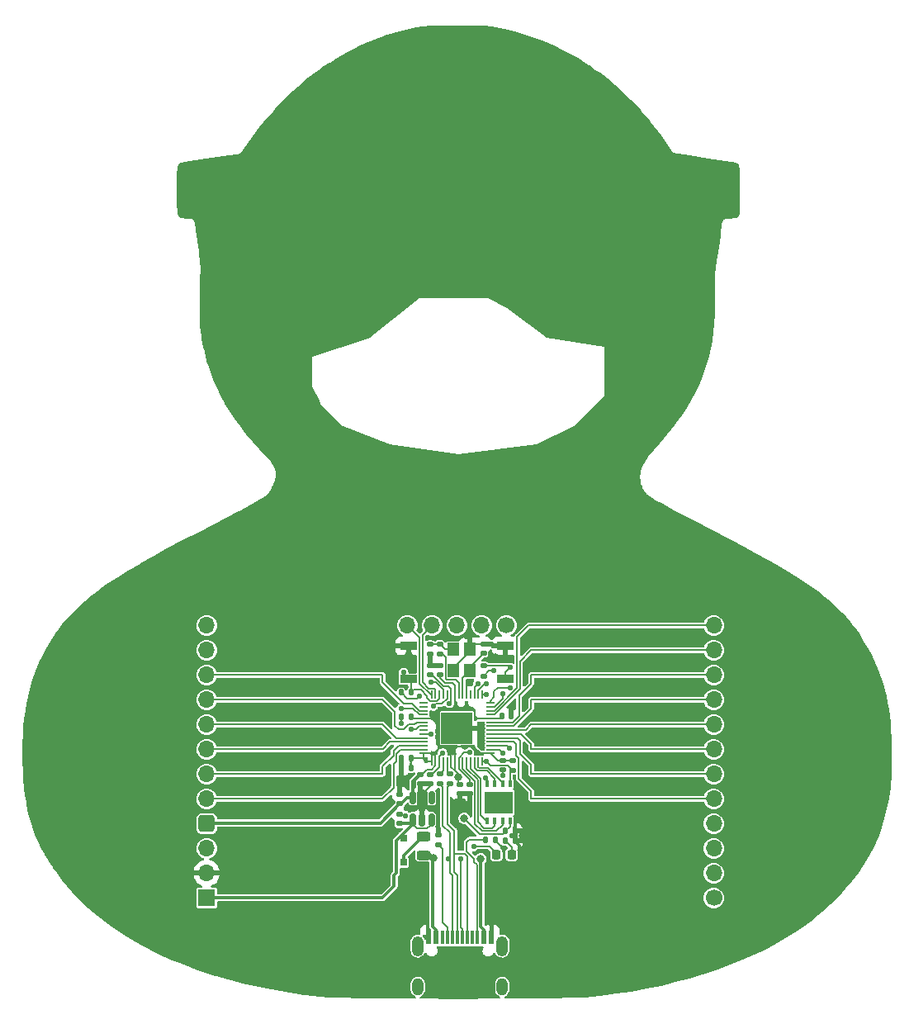
<source format=gbr>
%TF.GenerationSoftware,KiCad,Pcbnew,(7.0.0)*%
%TF.CreationDate,2023-03-31T13:35:02+02:00*%
%TF.ProjectId,rp-micro,72702d6d-6963-4726-9f2e-6b696361645f,1.2*%
%TF.SameCoordinates,Original*%
%TF.FileFunction,Copper,L1,Top*%
%TF.FilePolarity,Positive*%
%FSLAX46Y46*%
G04 Gerber Fmt 4.6, Leading zero omitted, Abs format (unit mm)*
G04 Created by KiCad (PCBNEW (7.0.0)) date 2023-03-31 13:35:02*
%MOMM*%
%LPD*%
G01*
G04 APERTURE LIST*
G04 Aperture macros list*
%AMRoundRect*
0 Rectangle with rounded corners*
0 $1 Rounding radius*
0 $2 $3 $4 $5 $6 $7 $8 $9 X,Y pos of 4 corners*
0 Add a 4 corners polygon primitive as box body*
4,1,4,$2,$3,$4,$5,$6,$7,$8,$9,$2,$3,0*
0 Add four circle primitives for the rounded corners*
1,1,$1+$1,$2,$3*
1,1,$1+$1,$4,$5*
1,1,$1+$1,$6,$7*
1,1,$1+$1,$8,$9*
0 Add four rect primitives between the rounded corners*
20,1,$1+$1,$2,$3,$4,$5,0*
20,1,$1+$1,$4,$5,$6,$7,0*
20,1,$1+$1,$6,$7,$8,$9,0*
20,1,$1+$1,$8,$9,$2,$3,0*%
G04 Aperture macros list end*
%TA.AperFunction,SMDPad,CuDef*%
%ADD10RoundRect,0.140000X-0.140000X-0.170000X0.140000X-0.170000X0.140000X0.170000X-0.140000X0.170000X0*%
%TD*%
%TA.AperFunction,SMDPad,CuDef*%
%ADD11RoundRect,0.140000X0.140000X0.170000X-0.140000X0.170000X-0.140000X-0.170000X0.140000X-0.170000X0*%
%TD*%
%TA.AperFunction,SMDPad,CuDef*%
%ADD12R,1.700000X0.900000*%
%TD*%
%TA.AperFunction,ComponentPad*%
%ADD13C,1.700000*%
%TD*%
%TA.AperFunction,ComponentPad*%
%ADD14O,1.700000X1.700000*%
%TD*%
%TA.AperFunction,SMDPad,CuDef*%
%ADD15RoundRect,0.140000X0.170000X-0.140000X0.170000X0.140000X-0.170000X0.140000X-0.170000X-0.140000X0*%
%TD*%
%TA.AperFunction,SMDPad,CuDef*%
%ADD16RoundRect,0.140000X-0.170000X0.140000X-0.170000X-0.140000X0.170000X-0.140000X0.170000X0.140000X0*%
%TD*%
%TA.AperFunction,SMDPad,CuDef*%
%ADD17R,0.650000X0.750000*%
%TD*%
%TA.AperFunction,SMDPad,CuDef*%
%ADD18RoundRect,0.218750X0.218750X0.256250X-0.218750X0.256250X-0.218750X-0.256250X0.218750X-0.256250X0*%
%TD*%
%TA.AperFunction,SMDPad,CuDef*%
%ADD19RoundRect,0.135000X-0.135000X-0.185000X0.135000X-0.185000X0.135000X0.185000X-0.135000X0.185000X0*%
%TD*%
%TA.AperFunction,SMDPad,CuDef*%
%ADD20RoundRect,0.050000X0.387500X0.050000X-0.387500X0.050000X-0.387500X-0.050000X0.387500X-0.050000X0*%
%TD*%
%TA.AperFunction,SMDPad,CuDef*%
%ADD21RoundRect,0.050000X0.050000X0.387500X-0.050000X0.387500X-0.050000X-0.387500X0.050000X-0.387500X0*%
%TD*%
%TA.AperFunction,SMDPad,CuDef*%
%ADD22R,3.200000X3.200000*%
%TD*%
%TA.AperFunction,SMDPad,CuDef*%
%ADD23R,0.600000X1.450000*%
%TD*%
%TA.AperFunction,SMDPad,CuDef*%
%ADD24R,0.300000X1.450000*%
%TD*%
%TA.AperFunction,ComponentPad*%
%ADD25O,1.200000X2.100000*%
%TD*%
%TA.AperFunction,ComponentPad*%
%ADD26O,1.200000X1.800000*%
%TD*%
%TA.AperFunction,SMDPad,CuDef*%
%ADD27RoundRect,0.243750X0.456250X-0.243750X0.456250X0.243750X-0.456250X0.243750X-0.456250X-0.243750X0*%
%TD*%
%TA.AperFunction,SMDPad,CuDef*%
%ADD28R,1.200000X1.400000*%
%TD*%
%TA.AperFunction,SMDPad,CuDef*%
%ADD29RoundRect,0.135000X0.185000X-0.135000X0.185000X0.135000X-0.185000X0.135000X-0.185000X-0.135000X0*%
%TD*%
%TA.AperFunction,SMDPad,CuDef*%
%ADD30RoundRect,0.135000X-0.185000X0.135000X-0.185000X-0.135000X0.185000X-0.135000X0.185000X0.135000X0*%
%TD*%
%TA.AperFunction,SMDPad,CuDef*%
%ADD31RoundRect,0.150000X0.150000X-0.512500X0.150000X0.512500X-0.150000X0.512500X-0.150000X-0.512500X0*%
%TD*%
%TA.AperFunction,SMDPad,CuDef*%
%ADD32R,0.400000X0.800000*%
%TD*%
%TA.AperFunction,SMDPad,CuDef*%
%ADD33R,3.000000X2.300000*%
%TD*%
%TA.AperFunction,ComponentPad*%
%ADD34R,1.700000X1.700000*%
%TD*%
%TA.AperFunction,ComponentPad*%
%ADD35RoundRect,0.340000X-0.510000X-0.510000X0.510000X-0.510000X0.510000X0.510000X-0.510000X0.510000X0*%
%TD*%
%TA.AperFunction,ViaPad*%
%ADD36C,0.560000*%
%TD*%
%TA.AperFunction,ViaPad*%
%ADD37C,0.800000*%
%TD*%
%TA.AperFunction,Conductor*%
%ADD38C,0.160000*%
%TD*%
%TA.AperFunction,Conductor*%
%ADD39C,0.300000*%
%TD*%
%TA.AperFunction,Conductor*%
%ADD40C,0.200000*%
%TD*%
%TA.AperFunction,Conductor*%
%ADD41C,0.350000*%
%TD*%
%TA.AperFunction,Conductor*%
%ADD42C,0.140000*%
%TD*%
G04 APERTURE END LIST*
D10*
%TO.P,C15,1*%
%TO.N,+3V3*%
X30828779Y-66608386D03*
%TO.P,C15,2*%
%TO.N,GND*%
X31788779Y-66608386D03*
%TD*%
D11*
%TO.P,C8,1*%
%TO.N,+3V3*%
X21120779Y-59115386D03*
%TO.P,C8,2*%
%TO.N,GND*%
X20160779Y-59115386D03*
%TD*%
D12*
%TO.P,SW1,1,1*%
%TO.N,GND*%
X30800778Y-47636385D03*
%TO.P,SW1,2,2*%
%TO.N,BOOT*%
X30800778Y-51036385D03*
%TD*%
D13*
%TO.P,J3,1,Pin_1*%
%TO.N,12*%
X30922779Y-45526386D03*
D14*
%TO.P,J3,2,Pin_2*%
%TO.N,13*%
X28382778Y-45526385D03*
%TO.P,J3,3,Pin_3*%
%TO.N,14*%
X25842778Y-45526385D03*
%TO.P,J3,4,Pin_4*%
%TO.N,16*%
X23302778Y-45526385D03*
%TO.P,J3,5,Pin_5*%
%TO.N,17*%
X20762778Y-45526385D03*
%TD*%
D11*
%TO.P,C9,1*%
%TO.N,+3V3*%
X21120779Y-54924386D03*
%TO.P,C9,2*%
%TO.N,GND*%
X20160779Y-54924386D03*
%TD*%
D15*
%TO.P,C14,1*%
%TO.N,RAW*%
X20005779Y-65818386D03*
%TO.P,C14,2*%
%TO.N,GND*%
X20005779Y-64858386D03*
%TD*%
D16*
%TO.P,C5,1*%
%TO.N,+1V1*%
X27168579Y-61810386D03*
%TO.P,C5,2*%
%TO.N,GND*%
X27168579Y-62770386D03*
%TD*%
D11*
%TO.P,C12,1*%
%TO.N,+3V3*%
X21120779Y-60131386D03*
%TO.P,C12,2*%
%TO.N,GND*%
X20160779Y-60131386D03*
%TD*%
D17*
%TO.P,D1,1,K*%
%TO.N,RAW*%
X20386778Y-67309999D03*
%TO.P,D1,2,A*%
%TO.N,+5V*%
X20386778Y-69809999D03*
%TD*%
D18*
%TO.P,LD1,1,K*%
%TO.N,Net-(LD1-Pad1)*%
X31461279Y-69047693D03*
%TO.P,LD1,2,A*%
%TO.N,STATE_LED*%
X29886279Y-69047693D03*
%TD*%
D15*
%TO.P,C4,1*%
%TO.N,GND*%
X23104579Y-48427886D03*
%TO.P,C4,2*%
%TO.N,Net-(C4-Pad2)*%
X23104579Y-47467886D03*
%TD*%
D19*
%TO.P,R9,1*%
%TO.N,Net-(LD1-Pad1)*%
X30802779Y-67626386D03*
%TO.P,R9,2*%
%TO.N,GND*%
X31822779Y-67626386D03*
%TD*%
D20*
%TO.P,U1,1,IOVDD*%
%TO.N,+3V3*%
X29285279Y-58667386D03*
%TO.P,U1,2,GPIO0*%
%TO.N,0_TX0*%
X29285279Y-58267386D03*
%TO.P,U1,3,GPIO1*%
%TO.N,1_RX0*%
X29285279Y-57867386D03*
%TO.P,U1,4,GPIO2*%
%TO.N,2*%
X29285279Y-57467386D03*
%TO.P,U1,5,GPIO3*%
%TO.N,3*%
X29285279Y-57067386D03*
%TO.P,U1,6,GPIO4*%
%TO.N,4*%
X29285279Y-56667386D03*
%TO.P,U1,7,GPIO5*%
%TO.N,5*%
X29285279Y-56267386D03*
%TO.P,U1,8,GPIO6*%
%TO.N,6*%
X29285279Y-55867386D03*
%TO.P,U1,9,GPIO7*%
%TO.N,7*%
X29285279Y-55467386D03*
%TO.P,U1,10,IOVDD*%
%TO.N,+3V3*%
X29285279Y-55067386D03*
%TO.P,U1,11,GPIO8*%
%TO.N,8_TX1*%
X29285279Y-54667386D03*
%TO.P,U1,12,GPIO9*%
%TO.N,9_RX1*%
X29285279Y-54267386D03*
%TO.P,U1,13,GPIO10*%
%TO.N,10*%
X29285279Y-53867386D03*
%TO.P,U1,14,GPIO11*%
%TO.N,11*%
X29285279Y-53467386D03*
D21*
%TO.P,U1,15,GPIO12*%
%TO.N,12*%
X28447779Y-52629886D03*
%TO.P,U1,16,GPIO13*%
%TO.N,13*%
X28047779Y-52629886D03*
%TO.P,U1,17,GPIO14*%
%TO.N,14*%
X27647779Y-52629886D03*
%TO.P,U1,18,GPIO15*%
%TO.N,unconnected-(U1-Pad18)*%
X27247779Y-52629886D03*
%TO.P,U1,19,TESTEN*%
%TO.N,GND*%
X26847779Y-52629886D03*
%TO.P,U1,20,XIN*%
%TO.N,Net-(C3-Pad2)*%
X26447779Y-52629886D03*
%TO.P,U1,21,XOUT*%
%TO.N,Net-(R3-Pad2)*%
X26047779Y-52629886D03*
%TO.P,U1,22,IOVDD*%
%TO.N,+3V3*%
X25647779Y-52629886D03*
%TO.P,U1,23,DVDD*%
%TO.N,+1V1*%
X25247779Y-52629886D03*
%TO.P,U1,24,SWCLK*%
%TO.N,SWCLK*%
X24847779Y-52629886D03*
%TO.P,U1,25,SWD*%
%TO.N,SWDIO*%
X24447779Y-52629886D03*
%TO.P,U1,26,RUN*%
%TO.N,~{RESET}*%
X24047779Y-52629886D03*
%TO.P,U1,27,GPIO16*%
%TO.N,16*%
X23647779Y-52629886D03*
%TO.P,U1,28,GPIO17*%
%TO.N,17*%
X23247779Y-52629886D03*
D20*
%TO.P,U1,29,GPIO18*%
%TO.N,unconnected-(U1-Pad29)*%
X22410279Y-53467386D03*
%TO.P,U1,30,GPIO19*%
%TO.N,unconnected-(U1-Pad30)*%
X22410279Y-53867386D03*
%TO.P,U1,31,GPIO20*%
%TO.N,20_MISO*%
X22410279Y-54267386D03*
%TO.P,U1,32,GPIO21*%
%TO.N,21_CS*%
X22410279Y-54667386D03*
%TO.P,U1,33,IOVDD*%
%TO.N,+3V3*%
X22410279Y-55067386D03*
%TO.P,U1,34,GPIO22*%
%TO.N,22_SCLK*%
X22410279Y-55467386D03*
%TO.P,U1,35,GPIO23*%
%TO.N,23_MOSI*%
X22410279Y-55867386D03*
%TO.P,U1,36,GPIO24*%
%TO.N,unconnected-(U1-Pad36)*%
X22410279Y-56267386D03*
%TO.P,U1,37,GPIO25*%
%TO.N,STATE_LED*%
X22410279Y-56667386D03*
%TO.P,U1,38,GPIO26_ADC0*%
%TO.N,A0*%
X22410279Y-57067386D03*
%TO.P,U1,39,GPIO27_ADC1*%
%TO.N,A1*%
X22410279Y-57467386D03*
%TO.P,U1,40,GPIO28_ADC2*%
%TO.N,A2*%
X22410279Y-57867386D03*
%TO.P,U1,41,GPIO29_ADC3*%
%TO.N,A3*%
X22410279Y-58267386D03*
%TO.P,U1,42,IOVDD*%
%TO.N,+3V3*%
X22410279Y-58667386D03*
D21*
%TO.P,U1,43,ADC_AVDD*%
X23247779Y-59504886D03*
%TO.P,U1,44,VREG_IN*%
X23647779Y-59504886D03*
%TO.P,U1,45,VREG_VOUT*%
%TO.N,+1V1*%
X24047779Y-59504886D03*
%TO.P,U1,46,USB_DM*%
%TO.N,/RPD-*%
X24447779Y-59504886D03*
%TO.P,U1,47,USB_DP*%
%TO.N,/RPD+*%
X24847779Y-59504886D03*
%TO.P,U1,48,USB_VDD*%
%TO.N,+3V3*%
X25247779Y-59504886D03*
%TO.P,U1,49,IOVDD*%
X25647779Y-59504886D03*
%TO.P,U1,50,DVDD*%
%TO.N,+1V1*%
X26047779Y-59504886D03*
%TO.P,U1,51,QSPI_SD3*%
%TO.N,QSPI_D3*%
X26447779Y-59504886D03*
%TO.P,U1,52,QSPI_SCLK*%
%TO.N,QSPI_SCLK*%
X26847779Y-59504886D03*
%TO.P,U1,53,QSPI_SD0*%
%TO.N,QSPI_D0*%
X27247779Y-59504886D03*
%TO.P,U1,54,QSPI_SD2*%
%TO.N,QSPI_D2*%
X27647779Y-59504886D03*
%TO.P,U1,55,QSPI_SD1*%
%TO.N,QSPI_D1*%
X28047779Y-59504886D03*
%TO.P,U1,56,QSPI_SS*%
%TO.N,QSPI_CS*%
X28447779Y-59504886D03*
D22*
%TO.P,U1,57,GND*%
%TO.N,GND*%
X25847778Y-56067385D03*
%TD*%
D23*
%TO.P,J1,A1*%
%TO.N,GND*%
X22911999Y-77488999D03*
%TO.P,J1,A4*%
%TO.N,VBUS*%
X23711999Y-77488999D03*
D24*
%TO.P,J1,A5*%
%TO.N,Net-(J1-PadA5)*%
X24911999Y-77488999D03*
%TO.P,J1,A6*%
%TO.N,USB_D+*%
X25911999Y-77488999D03*
%TO.P,J1,A7*%
%TO.N,USB_D-*%
X26411999Y-77488999D03*
%TO.P,J1,A8*%
%TO.N,N/C*%
X27411999Y-77488999D03*
D23*
%TO.P,J1,A9*%
%TO.N,VBUS*%
X28611999Y-77488999D03*
%TO.P,J1,A12*%
%TO.N,GND*%
X29411999Y-77488999D03*
%TO.P,J1,B1*%
X29411999Y-77488999D03*
%TO.P,J1,B4*%
%TO.N,VBUS*%
X28611999Y-77488999D03*
D24*
%TO.P,J1,B5*%
%TO.N,Net-(J1-PadB5)*%
X27911999Y-77488999D03*
%TO.P,J1,B6*%
%TO.N,USB_D+*%
X26911999Y-77488999D03*
%TO.P,J1,B7*%
%TO.N,USB_D-*%
X25411999Y-77488999D03*
%TO.P,J1,B8*%
%TO.N,N/C*%
X24411999Y-77488999D03*
D23*
%TO.P,J1,B9*%
%TO.N,VBUS*%
X23711999Y-77488999D03*
%TO.P,J1,B12*%
%TO.N,GND*%
X22911999Y-77488999D03*
D25*
%TO.P,J1,S1*%
%TO.N,N/C*%
X21836999Y-78403999D03*
D26*
X21836999Y-82583999D03*
D25*
X30486999Y-78403999D03*
D26*
X30486999Y-82583999D03*
%TD*%
D27*
%TO.P,F1,1*%
%TO.N,VBUS*%
X22418779Y-69088000D03*
%TO.P,F1,2*%
%TO.N,+5V*%
X22418779Y-67213000D03*
%TD*%
D16*
%TO.P,C7,1*%
%TO.N,+1V1*%
X23104579Y-60794386D03*
%TO.P,C7,2*%
%TO.N,GND*%
X23104579Y-61754386D03*
%TD*%
D28*
%TO.P,Y1,1,1*%
%TO.N,Net-(C4-Pad2)*%
X25505778Y-47990885D03*
%TO.P,Y1,2,2*%
%TO.N,GND*%
X25505778Y-50190885D03*
%TO.P,Y1,3,3*%
%TO.N,Net-(C3-Pad2)*%
X27205778Y-50190885D03*
%TO.P,Y1,4,4*%
%TO.N,GND*%
X27205778Y-47990885D03*
%TD*%
D19*
%TO.P,R8,1*%
%TO.N,+3V3*%
X20130779Y-52384386D03*
%TO.P,R8,2*%
%TO.N,~{RESET}*%
X21150779Y-52384386D03*
%TD*%
D29*
%TO.P,R1,1*%
%TO.N,USB_D+*%
X25136579Y-61784386D03*
%TO.P,R1,2*%
%TO.N,/RPD+*%
X25136579Y-60764386D03*
%TD*%
D16*
%TO.P,C11,1*%
%TO.N,+3V3*%
X30546779Y-59397386D03*
%TO.P,C11,2*%
%TO.N,GND*%
X30546779Y-60357386D03*
%TD*%
D12*
%TO.P,SW2,1,1*%
%TO.N,GND*%
X20894778Y-47636385D03*
%TO.P,SW2,2,2*%
%TO.N,~{RESET}*%
X20894778Y-51036385D03*
%TD*%
D30*
%TO.P,R5,1*%
%TO.N,+3V3*%
X31562779Y-59367386D03*
%TO.P,R5,2*%
%TO.N,QSPI_CS*%
X31562779Y-60387386D03*
%TD*%
D29*
%TO.P,R6,1*%
%TO.N,Net-(J1-PadA5)*%
X23942779Y-68007386D03*
%TO.P,R6,2*%
%TO.N,GND*%
X23942779Y-66987386D03*
%TD*%
D30*
%TO.P,R4,1*%
%TO.N,BOOT*%
X28590979Y-49689986D03*
%TO.P,R4,2*%
%TO.N,QSPI_CS*%
X28590979Y-50709986D03*
%TD*%
D31*
%TO.P,U3,1,VIN*%
%TO.N,RAW*%
X21341779Y-65459886D03*
%TO.P,U3,2,GND*%
%TO.N,GND*%
X22291779Y-65459886D03*
%TO.P,U3,3,EN*%
%TO.N,RAW*%
X23241779Y-65459886D03*
%TO.P,U3,4,NC*%
%TO.N,unconnected-(U3-Pad4)*%
X23241779Y-63184886D03*
%TO.P,U3,5,VOUT*%
%TO.N,+3V3*%
X21341779Y-63184886D03*
%TD*%
D15*
%TO.P,C1,1*%
%TO.N,+1V1*%
X23104579Y-50578386D03*
%TO.P,C1,2*%
%TO.N,GND*%
X23104579Y-49618386D03*
%TD*%
D30*
%TO.P,R3,1*%
%TO.N,Net-(C4-Pad2)*%
X24120579Y-47437886D03*
%TO.P,R3,2*%
%TO.N,Net-(R3-Pad2)*%
X24120579Y-48457886D03*
%TD*%
D29*
%TO.P,R2,1*%
%TO.N,USB_D-*%
X24120579Y-61784386D03*
%TO.P,R2,2*%
%TO.N,/RPD-*%
X24120579Y-60764386D03*
%TD*%
D16*
%TO.P,C10,1*%
%TO.N,+3V3*%
X26152579Y-61810386D03*
%TO.P,C10,2*%
%TO.N,GND*%
X26152579Y-62770386D03*
%TD*%
D10*
%TO.P,C2,1*%
%TO.N,+3V3*%
X30447779Y-54797386D03*
%TO.P,C2,2*%
%TO.N,GND*%
X31407779Y-54797386D03*
%TD*%
D32*
%TO.P,U2,1,~{CS}*%
%TO.N,QSPI_CS*%
X31314978Y-61787385D03*
%TO.P,U2,2,DO(IO1)*%
%TO.N,QSPI_D1*%
X30514978Y-61787385D03*
%TO.P,U2,3,IO2*%
%TO.N,QSPI_D2*%
X29714978Y-61787385D03*
%TO.P,U2,4,GND*%
%TO.N,GND*%
X28914978Y-61787385D03*
%TO.P,U2,5,DI(IO0)*%
%TO.N,QSPI_D0*%
X28914978Y-65587385D03*
%TO.P,U2,6,CLK*%
%TO.N,QSPI_SCLK*%
X29714978Y-65587385D03*
%TO.P,U2,7,IO3*%
%TO.N,QSPI_D3*%
X30514978Y-65587385D03*
%TO.P,U2,8,VCC*%
%TO.N,+3V3*%
X31314978Y-65587385D03*
D33*
%TO.P,U2,9,NC*%
%TO.N,unconnected-(U2-Pad9)*%
X30114978Y-63687385D03*
%TD*%
D16*
%TO.P,C3,1*%
%TO.N,GND*%
X28590979Y-47459386D03*
%TO.P,C3,2*%
%TO.N,Net-(C3-Pad2)*%
X28590979Y-48419386D03*
%TD*%
D15*
%TO.P,C6,1*%
%TO.N,+3V3*%
X24120579Y-50578386D03*
%TO.P,C6,2*%
%TO.N,GND*%
X24120579Y-49618386D03*
%TD*%
D16*
%TO.P,C13,1*%
%TO.N,+3V3*%
X22088579Y-60794386D03*
%TO.P,C13,2*%
%TO.N,GND*%
X22088579Y-61754386D03*
%TD*%
D15*
%TO.P,C16,1*%
%TO.N,+3V3*%
X20005779Y-63786386D03*
%TO.P,C16,2*%
%TO.N,GND*%
X20005779Y-62826386D03*
%TD*%
D19*
%TO.P,R7,1*%
%TO.N,Net-(J1-PadB5)*%
X28766779Y-67523693D03*
%TO.P,R7,2*%
%TO.N,GND*%
X29786779Y-67523693D03*
%TD*%
D34*
%TO.P,J4,1,Pin_1*%
%TO.N,RAW*%
X190499Y-73466747D03*
D14*
%TO.P,J4,2,Pin_2*%
%TO.N,GND*%
X190499Y-70926747D03*
%TO.P,J4,3,Pin_3*%
%TO.N,~{RESET}*%
X190499Y-68386747D03*
D35*
%TO.P,J4,4,Pin_4*%
%TO.N,+3V3*%
X190500Y-65846748D03*
D14*
%TO.P,J4,5,Pin_5*%
%TO.N,A3*%
X190499Y-63306747D03*
%TO.P,J4,6,Pin_6*%
%TO.N,A2*%
X190499Y-60766747D03*
%TO.P,J4,7,Pin_7*%
%TO.N,A1*%
X190499Y-58226747D03*
%TO.P,J4,8,Pin_8*%
%TO.N,A0*%
X190499Y-55686747D03*
%TO.P,J4,9,Pin_9*%
%TO.N,22_SCLK*%
X190499Y-53146747D03*
%TO.P,J4,10,Pin_10*%
%TO.N,20_MISO*%
X190499Y-50606747D03*
%TO.P,J4,11,Pin_11*%
%TO.N,23_MOSI*%
X190499Y-48066747D03*
%TO.P,J4,12,Pin_12*%
%TO.N,21_CS*%
X190499Y-45526747D03*
%TD*%
D13*
%TO.P,J2,1,Pin_1*%
%TO.N,0_TX0*%
X52190500Y-73472748D03*
D14*
%TO.P,J2,2,Pin_2*%
%TO.N,1_RX0*%
X52190499Y-70932747D03*
%TO.P,J2,3,Pin_3*%
%TO.N,SB1_OUT*%
X52190499Y-68392747D03*
%TO.P,J2,4,Pin_4*%
%TO.N,SB2_OUT*%
X52190499Y-65852747D03*
%TO.P,J2,5,Pin_5*%
%TO.N,2*%
X52190499Y-63312747D03*
%TO.P,J2,6,Pin_6*%
%TO.N,3*%
X52190499Y-60772747D03*
%TO.P,J2,7,Pin_7*%
%TO.N,4*%
X52190499Y-58232747D03*
%TO.P,J2,8,Pin_8*%
%TO.N,5*%
X52190499Y-55692747D03*
%TO.P,J2,9,Pin_9*%
%TO.N,6*%
X52190499Y-53152747D03*
%TO.P,J2,10,Pin_10*%
%TO.N,7*%
X52190499Y-50612747D03*
%TO.P,J2,11,Pin_11*%
%TO.N,8_TX1*%
X52190499Y-48072747D03*
%TO.P,J2,12,Pin_12*%
%TO.N,9_RX1*%
X52190499Y-45532747D03*
%TD*%
D36*
%TO.N,GND*%
X25847779Y-54797386D03*
X31617382Y-53981489D03*
D37*
X22291779Y-62696786D03*
D36*
X24171379Y-46694786D03*
X28946579Y-68792786D03*
D37*
X20894779Y-48574386D03*
D36*
X27127279Y-51495386D03*
X28814502Y-61134656D03*
X20158179Y-60867986D03*
X26863779Y-46669386D03*
X25847779Y-56067386D03*
D37*
X21529779Y-70291386D03*
D36*
X30826179Y-48523586D03*
D37*
X32578779Y-67116385D03*
D36*
X26508179Y-63509586D03*
X25796979Y-63509586D03*
X26228779Y-68259386D03*
X24577779Y-56067386D03*
X24958779Y-46669386D03*
D37*
X29759379Y-48828386D03*
X22291779Y-64271586D03*
D36*
X27117779Y-57337386D03*
X25847779Y-57337386D03*
X24577779Y-57337386D03*
X27117779Y-56067386D03*
X20005779Y-62188786D03*
X29403779Y-47456786D03*
X20615379Y-64322386D03*
X27117779Y-54797386D03*
X20132779Y-55559386D03*
X23104579Y-49031586D03*
X30554552Y-60885613D03*
X24577779Y-54797386D03*
X23612579Y-64322386D03*
X20564579Y-65084386D03*
X31464495Y-67129626D03*
D37*
%TO.N,+3V3*%
X26609779Y-65338386D03*
X25955667Y-61098114D03*
D36*
X23434779Y-54670386D03*
X22023152Y-52780013D03*
D37*
%TO.N,VBUS*%
X28297779Y-69492386D03*
X23434779Y-69402386D03*
D36*
%TO.N,+1V1*%
X25085779Y-53527386D03*
X24374579Y-58607386D03*
X27130000Y-58540000D03*
%TO.N,0_TX0*%
X30546779Y-58607386D03*
%TO.N,1_RX0*%
X31232579Y-58124786D03*
%TO.N,~{RESET}*%
X20386779Y-50352386D03*
%TO.N,23_MOSI*%
X21148779Y-56206236D03*
%TO.N,21_CS*%
X20132779Y-54035386D03*
%TO.N,SWCLK*%
X23434779Y-53786886D03*
%TO.N,SWDIO*%
X23180779Y-51368386D03*
%TO.N,USB_D-*%
X24984179Y-69453186D03*
X26254179Y-69453186D03*
%TO.N,BOOT*%
X31308779Y-49844386D03*
%TO.N,QSPI_CS*%
X28895779Y-59496386D03*
X29594279Y-50161886D03*
%TO.N,13*%
X28895779Y-51495386D03*
%TO.N,14*%
X28006779Y-51495386D03*
%TO.N,STATE_LED*%
X27574979Y-68183186D03*
X23180779Y-56667386D03*
%TO.N,12*%
X28887279Y-52629886D03*
%TO.N,10*%
X30546779Y-52511386D03*
%TO.N,11*%
X31308779Y-51895888D03*
%TD*%
D38*
%TO.N,Net-(J1-PadA5)*%
X24384000Y-68448607D02*
X23942779Y-68007386D01*
X24384000Y-75946000D02*
X24384000Y-68448607D01*
X24912000Y-76474000D02*
X24384000Y-75946000D01*
X24912000Y-77489000D02*
X24912000Y-76474000D01*
D39*
%TO.N,RAW*%
X21341779Y-65459886D02*
X21341779Y-65912386D01*
X21341779Y-65818386D02*
X21341779Y-65459886D01*
X19878779Y-65818386D02*
X21341779Y-65818386D01*
X19637779Y-70924504D02*
X19422779Y-71139504D01*
X19422779Y-72271386D02*
X18227417Y-73466748D01*
D38*
X22799779Y-66354386D02*
X23114779Y-66039386D01*
D39*
X19422779Y-71139504D02*
X19422779Y-72271386D01*
D38*
X21783779Y-66354386D02*
X22799779Y-66354386D01*
X21341779Y-65912386D02*
X21783779Y-66354386D01*
D39*
X21341779Y-65932786D02*
X19637779Y-67636786D01*
X21341779Y-65459886D02*
X21341779Y-65932786D01*
X19637779Y-67636786D02*
X19637779Y-70924504D01*
X18227417Y-73466748D02*
X190500Y-73466748D01*
D38*
X23114779Y-66039386D02*
X23114779Y-65459886D01*
D40*
%TO.N,GND*%
X29786779Y-67624386D02*
X29786779Y-67626386D01*
X27205779Y-48232386D02*
X27205779Y-47990886D01*
X28814502Y-61134656D02*
X28914979Y-61235133D01*
X30554552Y-60885613D02*
X30546779Y-60877840D01*
X25505779Y-49932386D02*
X27205779Y-48232386D01*
X27737279Y-47459386D02*
X27205779Y-47990886D01*
X22088579Y-62493586D02*
X22088579Y-61754386D01*
X25505779Y-50190886D02*
X25505779Y-49932386D01*
X24120579Y-49618386D02*
X23104579Y-49618386D01*
X30292779Y-68132386D02*
X30368979Y-68132386D01*
X28590979Y-47459386D02*
X27737279Y-47459386D01*
X22291779Y-62696786D02*
X22088579Y-62493586D01*
X26847779Y-51774886D02*
X26847779Y-52629886D01*
X23104579Y-49031586D02*
X23104579Y-48427886D01*
X31407779Y-54191092D02*
X31407779Y-54797386D01*
X23104579Y-49618386D02*
X23104579Y-49031586D01*
X19878779Y-62826386D02*
X19850779Y-62826386D01*
X30673779Y-68437186D02*
X30673779Y-69656386D01*
D39*
X31818779Y-67651786D02*
X32267779Y-68100786D01*
D40*
X22393379Y-62696786D02*
X23104579Y-61985586D01*
X31818779Y-67624386D02*
X31818779Y-67651786D01*
X20132779Y-54952386D02*
X20160779Y-54924386D01*
X20132779Y-55559386D02*
X20132779Y-54952386D01*
X29786779Y-67626386D02*
X30292779Y-68132386D01*
X28914979Y-61235133D02*
X28914979Y-61863586D01*
X27127279Y-51495386D02*
X26847779Y-51774886D01*
X22291779Y-62696786D02*
X22393379Y-62696786D01*
D39*
X32267779Y-68100786D02*
X32267779Y-69676386D01*
D40*
X23104579Y-61985586D02*
X23104579Y-61754386D01*
X30546779Y-60877840D02*
X30546779Y-60357386D01*
X31617382Y-53981489D02*
X31407779Y-54191092D01*
X30368979Y-68132386D02*
X30673779Y-68437186D01*
%TO.N,+3V3*%
X27677779Y-55067386D02*
X27677779Y-55057630D01*
D41*
X18006165Y-65786000D02*
X251248Y-65786000D01*
D40*
X23647779Y-58513942D02*
X24141721Y-58020000D01*
X22384879Y-59115386D02*
X21120779Y-59115386D01*
X22023152Y-52780013D02*
X21783779Y-53019386D01*
X30521779Y-66915386D02*
X30828779Y-66608386D01*
X22271320Y-60794386D02*
X22088579Y-60794386D01*
X24630779Y-51421386D02*
X24120579Y-50911186D01*
X25796979Y-53418342D02*
X25796979Y-53857586D01*
X30041029Y-59397386D02*
X31532779Y-59397386D01*
X23281779Y-60284386D02*
X22781320Y-60284386D01*
X22410279Y-55067386D02*
X23291779Y-55067386D01*
X27392676Y-53952283D02*
X25702283Y-53952283D01*
D41*
X21341779Y-63184886D02*
X21341779Y-61541186D01*
D40*
X25247779Y-59504886D02*
X25247779Y-60039386D01*
X24141721Y-58020000D02*
X24210000Y-58020000D01*
X25955667Y-60747274D02*
X25955667Y-61098114D01*
X25647779Y-51676386D02*
X25392779Y-51421386D01*
X27677779Y-55057630D02*
X27697779Y-55037630D01*
X25955667Y-61098114D02*
X25955667Y-61613474D01*
D41*
X21341779Y-63184886D02*
X20762279Y-63184886D01*
D40*
X25647779Y-52629886D02*
X25647779Y-53269142D01*
X28240000Y-58667386D02*
X28133779Y-58667386D01*
D41*
X21341779Y-61541186D02*
X22088579Y-60794386D01*
D40*
X23291779Y-55067386D02*
X23434779Y-54924386D01*
X23247779Y-59504886D02*
X23247779Y-58480386D01*
X31314979Y-66122186D02*
X30828779Y-66608386D01*
X190862Y-65846386D02*
X190500Y-65846748D01*
X25796979Y-53857586D02*
X25492179Y-54162386D01*
X28186779Y-66915386D02*
X30521779Y-66915386D01*
X23291779Y-55067386D02*
X23760779Y-55536386D01*
X29285279Y-55067386D02*
X27677779Y-55067386D01*
X25647779Y-59504886D02*
X25647779Y-58534386D01*
X22410279Y-59089986D02*
X22384879Y-59115386D01*
X23647779Y-59918386D02*
X23281779Y-60284386D01*
X30177779Y-55067386D02*
X30447779Y-54797386D01*
X28240000Y-58667386D02*
X27512614Y-57940000D01*
X31314979Y-65587386D02*
X31314979Y-66122186D01*
X23942779Y-54162386D02*
X23434779Y-54670386D01*
X23647779Y-59504886D02*
X23647779Y-59918386D01*
D41*
X251248Y-65786000D02*
X190500Y-65846748D01*
D40*
X25247779Y-59504886D02*
X25247779Y-58572386D01*
X21120779Y-60131386D02*
X21120779Y-59115386D01*
X22781320Y-60284386D02*
X22271320Y-60794386D01*
X26609779Y-65338386D02*
X28186779Y-66915386D01*
X25247779Y-60039386D02*
X25647779Y-60439386D01*
X29285279Y-58667386D02*
X28240000Y-58667386D01*
X24120579Y-50911186D02*
X24120579Y-50578386D01*
X29311029Y-58667386D02*
X30041029Y-59397386D01*
X22410279Y-58667386D02*
X22410279Y-59089986D01*
X25647779Y-60439386D02*
X25955667Y-60747274D01*
X22410279Y-58667386D02*
X23180779Y-58667386D01*
X29285279Y-58667386D02*
X29311029Y-58667386D01*
X23647779Y-59504886D02*
X23647779Y-58513942D01*
X25647779Y-52629886D02*
X25647779Y-51676386D01*
X23760779Y-55536386D02*
X23760779Y-57639058D01*
D41*
X20005779Y-63786386D02*
X18006165Y-65786000D01*
D40*
X22410279Y-55067386D02*
X21136779Y-55067386D01*
X25392779Y-51421386D02*
X24630779Y-51421386D01*
X27697779Y-55037630D02*
X27697779Y-54257386D01*
X20765779Y-53019386D02*
X20130779Y-52384386D01*
X27697779Y-54257386D02*
X27392676Y-53952283D01*
X25647779Y-59504886D02*
X25647779Y-60439386D01*
X27512614Y-57940000D02*
X25570000Y-57940000D01*
X29285279Y-55067386D02*
X30177779Y-55067386D01*
X21783779Y-53019386D02*
X20765779Y-53019386D01*
D41*
X20160779Y-63786386D02*
X20005779Y-63786386D01*
D40*
X23760779Y-57639058D02*
X24141721Y-58020000D01*
X31532779Y-59397386D02*
X31562779Y-59367386D01*
X25955667Y-61613474D02*
X26152579Y-61810386D01*
D41*
X20762279Y-63184886D02*
X20160779Y-63786386D01*
D40*
X25647779Y-53269142D02*
X25796979Y-53418342D01*
X21136779Y-55067386D02*
X21120779Y-55051386D01*
X25492179Y-54162386D02*
X23942779Y-54162386D01*
X23247779Y-59504886D02*
X22588079Y-59504886D01*
D41*
%TO.N,VBUS*%
X23712000Y-76703221D02*
X23712000Y-77489000D01*
X23397779Y-76389000D02*
X23712000Y-76703221D01*
X28297779Y-76389000D02*
X28612000Y-76703221D01*
D40*
X23434779Y-69402386D02*
X23397779Y-69439386D01*
D41*
X23434779Y-69402386D02*
X22975279Y-68942886D01*
X28612000Y-76703221D02*
X28612000Y-77489000D01*
D40*
X22975279Y-68942886D02*
X22418779Y-68942886D01*
D41*
X28297779Y-69492386D02*
X28297779Y-76389000D01*
X23397779Y-69439386D02*
X23397779Y-76389000D01*
D38*
%TO.N,Net-(C4-Pad2)*%
X24120579Y-47467886D02*
X24643579Y-47990886D01*
X24090579Y-47437886D02*
X24120579Y-47467886D01*
X24643579Y-47990886D02*
X25505779Y-47990886D01*
X23104579Y-47437886D02*
X24090579Y-47437886D01*
%TO.N,+1V1*%
X25085779Y-53527386D02*
X25247779Y-53365386D01*
X23279779Y-60794386D02*
X24047779Y-60026386D01*
X26607469Y-58540000D02*
X26047779Y-59099690D01*
X24465605Y-51728387D02*
X23315604Y-50578386D01*
X25247779Y-53365386D02*
X25247779Y-52629886D01*
X27168579Y-61350066D02*
X26047779Y-60229266D01*
X24374579Y-58607386D02*
X24047779Y-58934186D01*
X25247779Y-53365386D02*
X25247779Y-52038386D01*
X24937779Y-51728386D02*
X24465605Y-51728387D01*
X26047779Y-59099690D02*
X26047779Y-59504886D01*
X23315604Y-50578386D02*
X23104579Y-50578386D01*
X24047779Y-60026386D02*
X24047779Y-59504886D01*
X26047779Y-60229266D02*
X26047779Y-59504886D01*
X25247779Y-52038386D02*
X24937779Y-51728386D01*
X24047779Y-58934186D02*
X24047779Y-59504886D01*
X27130000Y-58540000D02*
X26607469Y-58540000D01*
X23104579Y-60794386D02*
X23279779Y-60794386D01*
X27168579Y-61810386D02*
X27168579Y-61350066D01*
%TO.N,Net-(J1-PadB5)*%
X28639779Y-67497386D02*
X28766779Y-67624386D01*
X27617779Y-69774052D02*
X27617779Y-69468222D01*
X27912000Y-77489000D02*
X27912000Y-70068273D01*
X26863779Y-67751386D02*
X27117779Y-67497386D01*
X27117779Y-67497386D02*
X28639779Y-67497386D01*
X27617779Y-69468222D02*
X26863779Y-68714222D01*
X26863779Y-68714222D02*
X26863779Y-67751386D01*
X27912000Y-70068273D02*
X27617779Y-69774052D01*
%TO.N,0_TX0*%
X30206779Y-58267386D02*
X29285279Y-58267386D01*
X30546779Y-58607386D02*
X30206779Y-58267386D01*
%TO.N,1_RX0*%
X30944679Y-57836886D02*
X29285279Y-57836886D01*
X29285279Y-57836886D02*
X29285279Y-57867386D01*
X31232579Y-58124786D02*
X30944679Y-57836886D01*
%TO.N,2*%
X33467779Y-63306386D02*
X33474141Y-63312748D01*
X33474141Y-63312748D02*
X52190500Y-63312748D01*
X32197779Y-61274386D02*
X33467779Y-62544386D01*
X29285279Y-57467386D02*
X31692779Y-57467386D01*
X33467779Y-62544386D02*
X33467779Y-63306386D01*
X31692779Y-57467386D02*
X31943779Y-57718386D01*
X31943779Y-58861386D02*
X32197779Y-59115386D01*
X31943779Y-57718386D02*
X31943779Y-58861386D01*
X32197779Y-59115386D02*
X32197779Y-61274386D01*
%TO.N,3*%
X33474141Y-60772748D02*
X52190500Y-60772748D01*
X32324779Y-58681448D02*
X33467779Y-59824448D01*
X29285279Y-57067386D02*
X32054779Y-57067386D01*
X32054779Y-57067386D02*
X32324779Y-57337386D01*
X33467779Y-59824448D02*
X33467779Y-60766386D01*
X33467779Y-60766386D02*
X33474141Y-60772748D01*
X32324779Y-57337386D02*
X32324779Y-58681448D01*
%TO.N,4*%
X32416779Y-56667386D02*
X33467779Y-57718386D01*
X33474141Y-58232748D02*
X52190500Y-58232748D01*
X33467779Y-58226386D02*
X33474141Y-58232748D01*
X29285279Y-56667386D02*
X32416779Y-56667386D01*
X33467779Y-57718386D02*
X33467779Y-58226386D01*
%TO.N,5*%
X29285279Y-56267386D02*
X32886779Y-56267386D01*
X32886779Y-56267386D02*
X33467779Y-55686386D01*
X33474141Y-55692748D02*
X52190500Y-55692748D01*
X33467779Y-55686386D02*
X33474141Y-55692748D01*
%TO.N,6*%
X33467779Y-53146386D02*
X33467779Y-54035386D01*
X33474141Y-53152748D02*
X52190500Y-53152748D01*
X31635779Y-55867386D02*
X29285279Y-55867386D01*
X33467779Y-54035386D02*
X31635779Y-55867386D01*
X33467779Y-53146386D02*
X33474141Y-53152748D01*
%TO.N,7*%
X32230779Y-54779361D02*
X32230779Y-52732386D01*
X33474141Y-50612748D02*
X52190500Y-50612748D01*
X33467779Y-51495386D02*
X33467779Y-50606386D01*
X29285279Y-55467386D02*
X31542754Y-55467386D01*
X33467779Y-50606386D02*
X33474141Y-50612748D01*
X32230779Y-52732386D02*
X33467779Y-51495386D01*
X31542754Y-55467386D02*
X32230779Y-54779361D01*
%TO.N,8_TX1*%
X32324779Y-52053146D02*
X32324779Y-49209386D01*
X32324779Y-49209386D02*
X33467779Y-48066386D01*
X29710539Y-54667386D02*
X32324779Y-52053146D01*
X29285279Y-54667386D02*
X29710539Y-54667386D01*
X33474141Y-48072748D02*
X52190500Y-48072748D01*
X33467779Y-48066386D02*
X33474141Y-48072748D01*
%TO.N,9_RX1*%
X29704659Y-54267386D02*
X32037779Y-51934266D01*
X29285279Y-54267386D02*
X29704659Y-54267386D01*
X32037779Y-51934266D02*
X32037779Y-46702221D01*
X32037779Y-46702221D02*
X33207252Y-45532748D01*
X33207252Y-45532748D02*
X52190500Y-45532748D01*
%TO.N,~{RESET}*%
X23090083Y-53277386D02*
X22799779Y-52987082D01*
X24047779Y-53035082D02*
X23805475Y-53277386D01*
X24047779Y-52629886D02*
X24047779Y-53035082D01*
X21150779Y-52384386D02*
X21150779Y-51292386D01*
X22799779Y-52764680D02*
X22165485Y-52130386D01*
X20894779Y-51036386D02*
X20386779Y-50528386D01*
X23805475Y-53277386D02*
X23090083Y-53277386D01*
X21150779Y-51292386D02*
X20894779Y-51036386D01*
X22165485Y-52130386D02*
X21404779Y-52130386D01*
X22799779Y-52987082D02*
X22799779Y-52764680D01*
X21404779Y-52130386D02*
X21150779Y-52384386D01*
X20386779Y-50528386D02*
X20386779Y-50352386D01*
%TO.N,A3*%
X19370779Y-59750386D02*
X19370779Y-62163386D01*
X19644779Y-59476386D02*
X19370779Y-59750386D01*
X20091779Y-58267386D02*
X19644779Y-58714386D01*
X22410279Y-58267386D02*
X20091779Y-58267386D01*
X19370779Y-62163386D02*
X18227417Y-63306748D01*
X18227417Y-63306748D02*
X190500Y-63306748D01*
X19644779Y-58714386D02*
X19644779Y-59476386D01*
%TO.N,A2*%
X18227779Y-60766386D02*
X18227417Y-60766748D01*
X19856779Y-57867386D02*
X19357779Y-58366386D01*
X18227779Y-59977917D02*
X18227779Y-60766386D01*
X22410279Y-57867386D02*
X19856779Y-57867386D01*
X19357779Y-58847917D02*
X18227779Y-59977917D01*
X19357779Y-58366386D02*
X19357779Y-58847917D01*
X18227417Y-60766748D02*
X190500Y-60766748D01*
%TO.N,A1*%
X18227418Y-58226748D02*
X190500Y-58226748D01*
X18288083Y-58166083D02*
X18227418Y-58226748D01*
X18288083Y-58166083D02*
X18227779Y-58226386D01*
X18986779Y-57467386D02*
X18288083Y-58166083D01*
X22410279Y-57467386D02*
X18986779Y-57467386D01*
%TO.N,A0*%
X22410279Y-57067386D02*
X19608779Y-57067386D01*
X18227417Y-55686748D02*
X190500Y-55686748D01*
X19608779Y-57067386D02*
X18227779Y-55686386D01*
X18227779Y-55686386D02*
X18227417Y-55686748D01*
%TO.N,Net-(C3-Pad2)*%
X26447779Y-50948886D02*
X27205779Y-50190886D01*
X27205779Y-49804586D02*
X27205779Y-50190886D01*
X28590979Y-48419386D02*
X27205779Y-49804586D01*
X26447779Y-52629886D02*
X26447779Y-50948886D01*
%TO.N,20_MISO*%
X18227417Y-50606748D02*
X190500Y-50606748D01*
X18227779Y-50606386D02*
X18227417Y-50606748D01*
X21265083Y-53527386D02*
X20386779Y-53527386D01*
X22005083Y-54267386D02*
X21265083Y-53527386D01*
X18227779Y-51368386D02*
X18227779Y-50606386D01*
X22410279Y-54267386D02*
X22005083Y-54267386D01*
X20386779Y-53527386D02*
X18227779Y-51368386D01*
%TO.N,23_MOSI*%
X21148779Y-56206236D02*
X21644929Y-56206236D01*
X21644929Y-56206236D02*
X21983779Y-55867386D01*
X21983779Y-55867386D02*
X22410279Y-55867386D01*
%TO.N,21_CS*%
X20132779Y-54035386D02*
X21367203Y-54035386D01*
X21367203Y-54035386D02*
X21999203Y-54667386D01*
X21999203Y-54667386D02*
X22410279Y-54667386D01*
%TO.N,SWCLK*%
X24847779Y-53044137D02*
X24847779Y-52629886D01*
X23434779Y-53786886D02*
X23657279Y-53564386D01*
X23657279Y-53564386D02*
X24327530Y-53564386D01*
X24327530Y-53564386D02*
X24847779Y-53044137D01*
%TO.N,SWDIO*%
X24447779Y-52629886D02*
X24447779Y-52127386D01*
X23688779Y-51368386D02*
X23180779Y-51368386D01*
X23942779Y-51622386D02*
X23688779Y-51368386D01*
X24447779Y-52127386D02*
X23942779Y-51622386D01*
D40*
%TO.N,USB_D-*%
X25122779Y-70882034D02*
X25122779Y-66772386D01*
X26254179Y-76464000D02*
X26412000Y-76621821D01*
X26254179Y-69453186D02*
X26254179Y-76464000D01*
X25412000Y-71171255D02*
X25122779Y-70882034D01*
X24403578Y-66053185D02*
X24403578Y-62067385D01*
X24403578Y-62067385D02*
X24120579Y-61784386D01*
X25122779Y-66772386D02*
X24403578Y-66053185D01*
X26412000Y-76621821D02*
X26412000Y-77489000D01*
X25412000Y-77489000D02*
X25412000Y-71171255D01*
%TO.N,USB_D+*%
X26914579Y-77486421D02*
X26914579Y-69199186D01*
X25572779Y-66587386D02*
X24853580Y-65868187D01*
X25572779Y-68915386D02*
X25572779Y-66587386D01*
X25912000Y-77489000D02*
X25912000Y-71171255D01*
X25912000Y-71171255D02*
X25572779Y-70832034D01*
X25572779Y-70832034D02*
X25572779Y-68915386D01*
X26914579Y-69199186D02*
X26630779Y-68915386D01*
X26912000Y-77489000D02*
X26914579Y-77486421D01*
X24853580Y-65868187D02*
X24853580Y-62067385D01*
X24853580Y-62067385D02*
X25136579Y-61784386D01*
X26630779Y-68915386D02*
X25572779Y-68915386D01*
D38*
%TO.N,BOOT*%
X28629079Y-49651886D02*
X28590979Y-49689986D01*
X31116279Y-49651886D02*
X28629079Y-49651886D01*
X30800779Y-50352386D02*
X31308779Y-49844386D01*
X31308779Y-49844386D02*
X31116279Y-49651886D01*
X30800779Y-51036386D02*
X30800779Y-50352386D01*
%TO.N,QSPI_CS*%
X31314979Y-60635186D02*
X31562779Y-60387386D01*
X29276779Y-59877386D02*
X30038779Y-59877386D01*
X31314979Y-61863586D02*
X31314979Y-60635186D01*
X29139079Y-50161886D02*
X28590979Y-50709986D01*
X31054779Y-59877386D02*
X31562779Y-60385386D01*
X31562779Y-60385386D02*
X31562779Y-60387386D01*
D42*
X31054779Y-59877386D02*
X30038779Y-59877386D01*
D38*
X29594279Y-50161886D02*
X29139079Y-50161886D01*
X28456279Y-59496386D02*
X28447779Y-59504886D01*
X28895779Y-59496386D02*
X28456279Y-59496386D01*
X28895779Y-59496386D02*
X29276779Y-59877386D01*
D41*
%TO.N,+5V*%
X20386779Y-69099886D02*
X20386779Y-69382386D01*
X22418779Y-67067886D02*
X20386779Y-69099886D01*
D38*
%TO.N,22_SCLK*%
X22410279Y-55467386D02*
X21745521Y-55467386D01*
X18227779Y-53146386D02*
X18227417Y-53146748D01*
X21745521Y-55467386D02*
X21526521Y-55686386D01*
X20894779Y-55686386D02*
X20386779Y-56194386D01*
X21526521Y-55686386D02*
X20894779Y-55686386D01*
X18227417Y-53146748D02*
X190500Y-53146748D01*
X19497779Y-54416386D02*
X18227779Y-53146386D01*
X19497779Y-55843346D02*
X19497779Y-54416386D01*
X20386779Y-56194386D02*
X19848819Y-56194386D01*
X19848819Y-56194386D02*
X19497779Y-55843346D01*
D40*
%TO.N,/RPD+*%
X24847779Y-59504886D02*
X24847779Y-60475586D01*
X24847779Y-60475586D02*
X25136579Y-60764386D01*
%TO.N,/RPD-*%
X24447779Y-60437186D02*
X24120579Y-60764386D01*
X24447779Y-59504886D02*
X24447779Y-60437186D01*
D38*
%TO.N,QSPI_SCLK*%
X29436779Y-66321386D02*
X29714979Y-66043186D01*
X29714979Y-66043186D02*
X29714979Y-65663586D01*
X26847779Y-59504886D02*
X26847779Y-60217506D01*
X26847779Y-60217506D02*
X27975579Y-61345307D01*
X27975579Y-65688186D02*
X28608779Y-66321386D01*
X27975579Y-61345307D02*
X27975579Y-65688186D01*
X28608779Y-66321386D02*
X29436779Y-66321386D01*
%TO.N,Net-(R3-Pad2)*%
X24334279Y-48457886D02*
X24695779Y-48819386D01*
X24120579Y-48457886D02*
X24334279Y-48457886D01*
X24831779Y-51114386D02*
X25720779Y-51114386D01*
X26047779Y-51441386D02*
X26047779Y-52629886D01*
X24695779Y-48819386D02*
X24695779Y-50978386D01*
X24695779Y-50978386D02*
X24831779Y-51114386D01*
X25720779Y-51114386D02*
X26047779Y-51441386D01*
%TO.N,13*%
X28047779Y-52175635D02*
X28047779Y-52629886D01*
X28728028Y-51495386D02*
X28047779Y-52175635D01*
X28895779Y-51495386D02*
X28728028Y-51495386D01*
%TO.N,14*%
X27647779Y-51854386D02*
X28006779Y-51495386D01*
X27647779Y-52629886D02*
X27647779Y-51854386D01*
%TO.N,STATE_LED*%
X29175079Y-68183186D02*
X29886279Y-68894386D01*
X27574979Y-68183186D02*
X29175079Y-68183186D01*
X23180779Y-56667386D02*
X22410279Y-56667386D01*
%TO.N,QSPI_D3*%
X29911779Y-66608386D02*
X30514979Y-66005186D01*
X27688579Y-65889287D02*
X28407678Y-66608386D01*
X28407678Y-66608386D02*
X29911779Y-66608386D01*
X30514979Y-66005186D02*
X30514979Y-65663586D01*
X27688579Y-61464186D02*
X27688579Y-65889287D01*
X26447779Y-60223386D02*
X27688579Y-61464186D01*
X26447779Y-59504886D02*
X26447779Y-60223386D01*
%TO.N,QSPI_D0*%
X27247779Y-60211626D02*
X28262579Y-61226428D01*
X28262579Y-65011186D02*
X28914979Y-65663586D01*
X27247779Y-59504886D02*
X27247779Y-60211626D01*
X28262579Y-61226428D02*
X28262579Y-65011186D01*
%TO.N,QSPI_D2*%
X27933779Y-60439386D02*
X28911192Y-60439386D01*
X29714979Y-61243173D02*
X29714979Y-61863586D01*
X27647779Y-59504886D02*
X27647779Y-60153386D01*
X27647779Y-60153386D02*
X27933779Y-60439386D01*
X28911192Y-60439386D02*
X29714979Y-61243173D01*
%TO.N,16*%
X23540779Y-51982386D02*
X22930659Y-51982386D01*
X23647779Y-52629886D02*
X23647779Y-52089386D01*
X22930659Y-51982386D02*
X22324779Y-51376506D01*
X23647779Y-52089386D02*
X23540779Y-51982386D01*
X22324779Y-51376506D02*
X22324779Y-46504386D01*
X22324779Y-46504386D02*
X23302779Y-45526386D01*
%TO.N,17*%
X23247779Y-52629886D02*
X23172279Y-52629886D01*
X22037779Y-51495386D02*
X22037779Y-46801386D01*
X23172279Y-52629886D02*
X22037779Y-51495386D01*
X22037779Y-46801386D02*
X20762779Y-45526386D01*
%TO.N,QSPI_D1*%
X28047779Y-60045386D02*
X28154779Y-60152386D01*
X28047779Y-59504886D02*
X28047779Y-60045386D01*
X29030072Y-60152386D02*
X30514979Y-61637293D01*
X28154779Y-60152386D02*
X29030072Y-60152386D01*
X30514979Y-61637293D02*
X30514979Y-61863586D01*
%TO.N,12*%
X28887279Y-52629886D02*
X28447779Y-52629886D01*
%TO.N,10*%
X30546779Y-52511386D02*
X30546779Y-53019386D01*
X29698779Y-53867386D02*
X29285279Y-53867386D01*
X30546779Y-53019386D02*
X29698779Y-53867386D01*
%TO.N,11*%
X31308779Y-51895888D02*
X30019277Y-51895888D01*
X29657779Y-52892386D02*
X29285279Y-53264886D01*
X30019277Y-51895888D02*
X29657779Y-52257386D01*
X29657779Y-52257386D02*
X29657779Y-52892386D01*
X29285279Y-53264886D02*
X29285279Y-53467386D01*
%TO.N,Net-(LD1-Pad1)*%
X31461279Y-68286886D02*
X30798779Y-67624386D01*
X31461279Y-68894386D02*
X31461279Y-68286886D01*
%TD*%
%TA.AperFunction,Conductor*%
%TO.N,+3V3*%
G36*
X21623865Y-61196872D02*
G01*
X21677093Y-61250100D01*
X21677741Y-61250571D01*
X21678460Y-61251467D01*
X21684105Y-61257112D01*
X21683486Y-61257730D01*
X21719228Y-61302265D01*
X21728739Y-61367862D01*
X21703641Y-61429209D01*
X21682251Y-61457084D01*
X21682249Y-61457087D01*
X21677224Y-61463636D01*
X21674065Y-61471260D01*
X21674062Y-61471267D01*
X21658272Y-61509386D01*
X21658267Y-61509399D01*
X21656694Y-61513198D01*
X21655630Y-61517165D01*
X21655626Y-61517180D01*
X21641149Y-61571211D01*
X21640081Y-61575198D01*
X21639544Y-61579276D01*
X21639541Y-61579292D01*
X21633617Y-61624298D01*
X21633079Y-61628386D01*
X21633079Y-61632508D01*
X21633079Y-62142386D01*
X21616198Y-62205386D01*
X21570079Y-62251505D01*
X21507079Y-62268386D01*
X21485369Y-62268386D01*
X21472285Y-62271892D01*
X21468779Y-62284976D01*
X21468779Y-63185886D01*
X21451898Y-63248886D01*
X21405779Y-63295005D01*
X21342779Y-63311886D01*
X21340779Y-63311886D01*
X21277779Y-63295005D01*
X21231660Y-63248886D01*
X21214779Y-63185886D01*
X21214779Y-62284977D01*
X21210928Y-62270607D01*
X21208684Y-62268363D01*
X21181370Y-62227486D01*
X21171779Y-62179268D01*
X21171779Y-61551805D01*
X21171779Y-61551502D01*
X21171735Y-61547251D01*
X21171629Y-61542128D01*
X21171520Y-61538627D01*
X21177876Y-61495028D01*
X21178836Y-61492135D01*
X21178850Y-61492088D01*
X21178974Y-61491718D01*
X21180535Y-61486846D01*
X21181572Y-61483488D01*
X21201749Y-61444304D01*
X21203858Y-61441537D01*
X21206917Y-61437435D01*
X21209424Y-61434000D01*
X21210538Y-61432439D01*
X21217002Y-61424134D01*
X21217983Y-61422978D01*
X21218161Y-61422656D01*
X21218915Y-61421674D01*
X21218941Y-61421646D01*
X21221047Y-61419098D01*
X21238738Y-61401562D01*
X21242437Y-61398559D01*
X21258196Y-61384350D01*
X21350868Y-61291678D01*
X21445675Y-61196872D01*
X21502159Y-61164260D01*
X21567381Y-61164260D01*
X21623865Y-61196872D01*
G37*
%TD.AperFunction*%
%TA.AperFunction,Conductor*%
G36*
X21196479Y-59645331D02*
G01*
X21237701Y-59700907D01*
X21239701Y-59706220D01*
X21247779Y-59750610D01*
X21247779Y-60132386D01*
X21230898Y-60195386D01*
X21184779Y-60241505D01*
X21121779Y-60258386D01*
X21119779Y-60258386D01*
X21056779Y-60241505D01*
X21010660Y-60195386D01*
X20993779Y-60132386D01*
X20993779Y-59745297D01*
X21012779Y-59678762D01*
X21064048Y-59632292D01*
X21132125Y-59619903D01*
X21196479Y-59645331D01*
G37*
%TD.AperFunction*%
%TA.AperFunction,Conductor*%
G36*
X22830779Y-59038266D02*
G01*
X22876898Y-59084385D01*
X22893779Y-59147385D01*
X22893779Y-59534393D01*
X22877140Y-59596972D01*
X22831618Y-59643024D01*
X22769235Y-59660385D01*
X22707679Y-59644777D01*
X22703272Y-59641528D01*
X22695838Y-59638549D01*
X22695835Y-59638547D01*
X22658652Y-59623646D01*
X22658646Y-59623644D01*
X22654933Y-59622156D01*
X22651056Y-59621149D01*
X22651053Y-59621148D01*
X22606181Y-59609494D01*
X22606230Y-59609302D01*
X22600752Y-59608542D01*
X22598193Y-59607798D01*
X22592450Y-59605496D01*
X22586368Y-59604359D01*
X22580828Y-59602748D01*
X22523965Y-59567802D01*
X22492929Y-59508714D01*
X22482293Y-59460148D01*
X22462190Y-59403097D01*
X22439677Y-59357883D01*
X22406815Y-59319526D01*
X22362112Y-59278774D01*
X22321782Y-59250225D01*
X22281108Y-59202155D01*
X22268776Y-59140404D01*
X22287865Y-59080396D01*
X22333609Y-59037120D01*
X22394582Y-59021385D01*
X22767779Y-59021385D01*
X22830779Y-59038266D01*
G37*
%TD.AperFunction*%
%TA.AperFunction,Conductor*%
G36*
X21184779Y-59005267D02*
G01*
X21230898Y-59051386D01*
X21247779Y-59114386D01*
X21247779Y-59405378D01*
X21238186Y-59453598D01*
X21236254Y-59458261D01*
X21236186Y-59458428D01*
X21193837Y-59512144D01*
X21129662Y-59535818D01*
X21062575Y-59522472D01*
X21012346Y-59476040D01*
X20993779Y-59410206D01*
X20993779Y-59114386D01*
X21010660Y-59051386D01*
X21056779Y-59005267D01*
X21119779Y-58988386D01*
X21121779Y-58988386D01*
X21184779Y-59005267D01*
G37*
%TD.AperFunction*%
%TA.AperFunction,Conductor*%
G36*
X23417184Y-58429719D02*
G01*
X23482689Y-58432747D01*
X23491988Y-58431229D01*
X23512275Y-58429586D01*
X23740579Y-58429586D01*
X23803579Y-58446467D01*
X23849698Y-58492586D01*
X23866579Y-58555586D01*
X23866579Y-58666789D01*
X23859090Y-58709582D01*
X23837512Y-58747287D01*
X23835167Y-58750110D01*
X23831056Y-58754222D01*
X23827861Y-58758884D01*
X23824472Y-58762780D01*
X23815820Y-58772271D01*
X23773599Y-58802650D01*
X23722705Y-58813386D01*
X23556028Y-58813386D01*
X23548777Y-58813806D01*
X23536383Y-58815243D01*
X23518302Y-58820162D01*
X23498671Y-58828830D01*
X23447779Y-58839565D01*
X23396887Y-58828830D01*
X23377256Y-58820162D01*
X23359171Y-58815242D01*
X23346793Y-58813806D01*
X23339521Y-58813386D01*
X23227778Y-58813386D01*
X23164778Y-58796505D01*
X23118659Y-58750386D01*
X23101778Y-58687386D01*
X23101778Y-58575635D01*
X23101149Y-58564753D01*
X23102466Y-58564676D01*
X23113076Y-58501168D01*
X23159565Y-58448973D01*
X23226719Y-58429586D01*
X23411369Y-58429586D01*
X23417184Y-58429719D01*
G37*
%TD.AperFunction*%
%TD*%
%TA.AperFunction,Conductor*%
%TO.N,GND*%
G36*
X26999032Y15999507D02*
G01*
X27000940Y15999478D01*
X28022262Y15975156D01*
X28025276Y15975047D01*
X28861986Y15934583D01*
X28866065Y15934317D01*
X29183934Y15908292D01*
X29189227Y15907744D01*
X29424924Y15878100D01*
X29432875Y15876834D01*
X30744032Y15624084D01*
X30750699Y15622606D01*
X32046964Y15297329D01*
X32053439Y15295516D01*
X33331917Y14899378D01*
X33338211Y14897240D01*
X34596478Y14431823D01*
X34602578Y14429381D01*
X35838294Y13896242D01*
X35844152Y13893531D01*
X36947291Y13347518D01*
X37054954Y13294229D01*
X37060613Y13291244D01*
X38244122Y12627351D01*
X38249554Y12624119D01*
X39403377Y11897212D01*
X39408574Y11893752D01*
X40075058Y11425360D01*
X40530308Y11105420D01*
X40535277Y11101740D01*
X41622622Y10253502D01*
X41627340Y10249631D01*
X42403013Y9580274D01*
X42677873Y9343087D01*
X42682383Y9338997D01*
X43693686Y8375761D01*
X43697965Y8371482D01*
X43811857Y8251876D01*
X44667717Y7353076D01*
X44671735Y7348645D01*
X44807032Y7191986D01*
X45597527Y6276674D01*
X45601339Y6272038D01*
X45745411Y6087912D01*
X46480808Y5148062D01*
X46484359Y5143290D01*
X46617912Y4954495D01*
X47315983Y3967670D01*
X47317678Y3965211D01*
X48032143Y2901790D01*
X48032144Y2901789D01*
X48037665Y2893572D01*
X48037693Y2893457D01*
X48037862Y2893354D01*
X48038027Y2893244D01*
X48038142Y2893268D01*
X48528138Y2816478D01*
X48602776Y2804781D01*
X48602775Y2804780D01*
X48602778Y2804780D01*
X48602781Y2804778D01*
X48602936Y2804756D01*
X48602971Y2804750D01*
X48602973Y2804751D01*
X48603206Y2804689D01*
X48603338Y2804698D01*
X49722615Y2642071D01*
X49722855Y2641975D01*
X49722976Y2641975D01*
X49722983Y2642017D01*
X49723138Y2641994D01*
X49723135Y2641976D01*
X49723136Y2641976D01*
X49723139Y2641995D01*
X51623136Y2374983D01*
X51623127Y2374926D01*
X51623335Y2374956D01*
X53408768Y2121041D01*
X53411530Y2120616D01*
X53956891Y2030115D01*
X53960947Y2029373D01*
X54161723Y1989146D01*
X54166384Y1988118D01*
X54325282Y1949804D01*
X54325713Y1949700D01*
X54332962Y1947719D01*
X54454217Y1910578D01*
X54465124Y1906671D01*
X54542571Y1874764D01*
X54552019Y1870872D01*
X54567521Y1863179D01*
X54624766Y1829603D01*
X54643911Y1815765D01*
X54679317Y1784633D01*
X54697530Y1764705D01*
X54721377Y1732091D01*
X54733487Y1711682D01*
X54752596Y1671055D01*
X54759200Y1653769D01*
X54797403Y1525877D01*
X54801050Y1509876D01*
X54817107Y1408988D01*
X54818207Y1399942D01*
X54833871Y1214621D01*
X54834178Y1209938D01*
X54860744Y638756D01*
X54860840Y636056D01*
X54879368Y-114362D01*
X54879397Y-115966D01*
X54889239Y-953510D01*
X54889248Y-954883D01*
X54889813Y-1787569D01*
X54889803Y-1789214D01*
X54880538Y-2524968D01*
X54880468Y-2527847D01*
X54860893Y-3074222D01*
X54860587Y-3079556D01*
X54847315Y-3247409D01*
X54845824Y-3259126D01*
X54832120Y-3337000D01*
X54825921Y-3359527D01*
X54804862Y-3414987D01*
X54803205Y-3419126D01*
X54791467Y-3446978D01*
X54790017Y-3450283D01*
X54777968Y-3476697D01*
X54776170Y-3480468D01*
X54764069Y-3504791D01*
X54761877Y-3508995D01*
X54749713Y-3531267D01*
X54747053Y-3535896D01*
X54734791Y-3556216D01*
X54731600Y-3561229D01*
X54719230Y-3579669D01*
X54715468Y-3584971D01*
X54702912Y-3601719D01*
X54698538Y-3607221D01*
X54685752Y-3622401D01*
X54680764Y-3627973D01*
X54667626Y-3641787D01*
X54662077Y-3647266D01*
X54648458Y-3659892D01*
X54642427Y-3665133D01*
X54628132Y-3676765D01*
X54621745Y-3681628D01*
X54606521Y-3692457D01*
X54599918Y-3696843D01*
X54583560Y-3706970D01*
X54576895Y-3710815D01*
X54559133Y-3720341D01*
X54552587Y-3723607D01*
X54533211Y-3732570D01*
X54526907Y-3735277D01*
X54505681Y-3743704D01*
X54499714Y-3745898D01*
X54476452Y-3753779D01*
X54470929Y-3755507D01*
X54445534Y-3762809D01*
X54440461Y-3764153D01*
X54412777Y-3770859D01*
X54408200Y-3771876D01*
X54378123Y-3777968D01*
X54374010Y-3778729D01*
X54341502Y-3784179D01*
X54337859Y-3784734D01*
X54302884Y-3789534D01*
X54299671Y-3789933D01*
X54262094Y-3794094D01*
X54259284Y-3794373D01*
X54219606Y-3797854D01*
X54216068Y-3798113D01*
X54126963Y-3803367D01*
X54123319Y-3803528D01*
X54023785Y-3806463D01*
X54021152Y-3806513D01*
X53909206Y-3807435D01*
X53909206Y-3807436D01*
X53773764Y-3808592D01*
X53773752Y-3807292D01*
X53773717Y-3807292D01*
X53773758Y-3808590D01*
X53773662Y-3808593D01*
X53773573Y-3808594D01*
X53773558Y-3807294D01*
X53773522Y-3807294D01*
X53773567Y-3808596D01*
X53653145Y-3812677D01*
X53653114Y-3811782D01*
X53653071Y-3811783D01*
X53653134Y-3812674D01*
X53653035Y-3812681D01*
X53652957Y-3812684D01*
X53652922Y-3811790D01*
X53652881Y-3811791D01*
X53652948Y-3812687D01*
X53546384Y-3820618D01*
X53546288Y-3819328D01*
X53546233Y-3819332D01*
X53546374Y-3820615D01*
X53546283Y-3820625D01*
X53546198Y-3820632D01*
X53546091Y-3819342D01*
X53546036Y-3819346D01*
X53546188Y-3820636D01*
X53497891Y-3826323D01*
X53497780Y-3825386D01*
X53497743Y-3825392D01*
X53497883Y-3826322D01*
X53497803Y-3826334D01*
X53497704Y-3826346D01*
X53497591Y-3825415D01*
X53497550Y-3825422D01*
X53497694Y-3826351D01*
X53452500Y-3833342D01*
X53452263Y-3831814D01*
X53452204Y-3831824D01*
X53452489Y-3833340D01*
X53452393Y-3833358D01*
X53452316Y-3833371D01*
X53452059Y-3831849D01*
X53452004Y-3831858D01*
X53452307Y-3833376D01*
X53410087Y-3841788D01*
X53409912Y-3840913D01*
X53409862Y-3840924D01*
X53410075Y-3841787D01*
X53409994Y-3841807D01*
X53409906Y-3841825D01*
X53409728Y-3840955D01*
X53409675Y-3840967D01*
X53409894Y-3841831D01*
X53409894Y-3841832D01*
X53370530Y-3851780D01*
X53370292Y-3850840D01*
X53370229Y-3850858D01*
X53370515Y-3851779D01*
X53370431Y-3851805D01*
X53370354Y-3851825D01*
X53370111Y-3850890D01*
X53370049Y-3850907D01*
X53370342Y-3851833D01*
X53333709Y-3863433D01*
X53333489Y-3862738D01*
X53333428Y-3862759D01*
X53333691Y-3863433D01*
X53333609Y-3863465D01*
X53333537Y-3863488D01*
X53333316Y-3862798D01*
X53333257Y-3862819D01*
X53333524Y-3863498D01*
X53299500Y-3876864D01*
X53299227Y-3876171D01*
X53299165Y-3876199D01*
X53299481Y-3876866D01*
X53299407Y-3876901D01*
X53299335Y-3876930D01*
X53299059Y-3876246D01*
X53298997Y-3876274D01*
X53299321Y-3876943D01*
X53267788Y-3892189D01*
X53267517Y-3891629D01*
X53267459Y-3891660D01*
X53267766Y-3892193D01*
X53267693Y-3892235D01*
X53267629Y-3892267D01*
X53267353Y-3891716D01*
X53267298Y-3891745D01*
X53267615Y-3892281D01*
X53238447Y-3909526D01*
X53238191Y-3909094D01*
X53238140Y-3909127D01*
X53238426Y-3909532D01*
X53238365Y-3909575D01*
X53238297Y-3909616D01*
X53238041Y-3909192D01*
X53237989Y-3909227D01*
X53238282Y-3909635D01*
X53211362Y-3928988D01*
X53211046Y-3928549D01*
X53210993Y-3928592D01*
X53211339Y-3928997D01*
X53211278Y-3929049D01*
X53211221Y-3929091D01*
X53210905Y-3928663D01*
X53210855Y-3928703D01*
X53211209Y-3929110D01*
X53186409Y-3950695D01*
X53186148Y-3950396D01*
X53186107Y-3950435D01*
X53186388Y-3950705D01*
X53186337Y-3950758D01*
X53186279Y-3950809D01*
X53186022Y-3950517D01*
X53185981Y-3950556D01*
X53186268Y-3950830D01*
X53163475Y-3974756D01*
X53162955Y-3974260D01*
X53162903Y-3974320D01*
X53163453Y-3974769D01*
X53163400Y-3974834D01*
X53163354Y-3974884D01*
X53162831Y-3974403D01*
X53162784Y-3974457D01*
X53163346Y-3974903D01*
X53142435Y-4001291D01*
X53141888Y-4000857D01*
X53141843Y-4000919D01*
X53142416Y-4001304D01*
X53142371Y-4001371D01*
X53142325Y-4001430D01*
X53141780Y-4001005D01*
X53141737Y-4001065D01*
X53142319Y-4001450D01*
X53123168Y-4030411D01*
X53122651Y-4030069D01*
X53122618Y-4030125D01*
X53123152Y-4030425D01*
X53123111Y-4030498D01*
X53123070Y-4030561D01*
X53122557Y-4030227D01*
X53122525Y-4030280D01*
X53123066Y-4030579D01*
X53105557Y-4062233D01*
X53104739Y-4061780D01*
X53104705Y-4061848D01*
X53105543Y-4062247D01*
X53105505Y-4062327D01*
X53105470Y-4062392D01*
X53104653Y-4061952D01*
X53104622Y-4062015D01*
X53105468Y-4062408D01*
X53089477Y-4096871D01*
X53088760Y-4096538D01*
X53088736Y-4096595D01*
X53089466Y-4096884D01*
X53089434Y-4096965D01*
X53089401Y-4097037D01*
X53088689Y-4096710D01*
X53088666Y-4096765D01*
X53089400Y-4097052D01*
X53074808Y-4134441D01*
X53073835Y-4134061D01*
X53073814Y-4134122D01*
X53074800Y-4134451D01*
X53074776Y-4134523D01*
X53074742Y-4134611D01*
X53073773Y-4134236D01*
X53073751Y-4134299D01*
X53074742Y-4134626D01*
X53061429Y-4175055D01*
X53060466Y-4174738D01*
X53060453Y-4174781D01*
X53061423Y-4175064D01*
X53061400Y-4175143D01*
X53061372Y-4175231D01*
X53060409Y-4174924D01*
X53060396Y-4174970D01*
X53061372Y-4175243D01*
X53049217Y-4218833D01*
X53048347Y-4218590D01*
X53048332Y-4218647D01*
X53049209Y-4218846D01*
X53049190Y-4218930D01*
X53049168Y-4219011D01*
X53048301Y-4218775D01*
X53048287Y-4218831D01*
X53049169Y-4219025D01*
X53027812Y-4316331D01*
X53026687Y-4316084D01*
X53026676Y-4316147D01*
X53027805Y-4316344D01*
X53027790Y-4316430D01*
X53027773Y-4316512D01*
X53026651Y-4316279D01*
X53026640Y-4316340D01*
X53027775Y-4316525D01*
X53009617Y-4427872D01*
X53008581Y-4427703D01*
X53008574Y-4427747D01*
X53009612Y-4427882D01*
X53009598Y-4427990D01*
X53009587Y-4428060D01*
X53008551Y-4427897D01*
X53008545Y-4427935D01*
X53009588Y-4428067D01*
X52993661Y-4554383D01*
X52991956Y-4554168D01*
X52991952Y-4554206D01*
X52993658Y-4554389D01*
X52993647Y-4554492D01*
X52993637Y-4554575D01*
X52991933Y-4554369D01*
X52991930Y-4554402D01*
X52993638Y-4554579D01*
X52978963Y-4696891D01*
X52978937Y-4697136D01*
X52932862Y-5135418D01*
X52932672Y-5137113D01*
X52872850Y-5639589D01*
X52872630Y-5641339D01*
X52727538Y-6728146D01*
X52727234Y-6730279D01*
X52575767Y-7731824D01*
X52575385Y-7734191D01*
X52507724Y-8129705D01*
X52507145Y-8132848D01*
X52450038Y-8421675D01*
X52449799Y-8422855D01*
X52430898Y-8513792D01*
X52429875Y-8513580D01*
X52429869Y-8513613D01*
X52430895Y-8513800D01*
X52430881Y-8513877D01*
X52430860Y-8513980D01*
X52429840Y-8513772D01*
X52429834Y-8513806D01*
X52430861Y-8513988D01*
X52413745Y-8610814D01*
X52412760Y-8610640D01*
X52412757Y-8610669D01*
X52413743Y-8610819D01*
X52413733Y-8610885D01*
X52413713Y-8611000D01*
X52412737Y-8610830D01*
X52412733Y-8610864D01*
X52413715Y-8611009D01*
X52398438Y-8715114D01*
X52397455Y-8714969D01*
X52397451Y-8715000D01*
X52398435Y-8715121D01*
X52398423Y-8715219D01*
X52398411Y-8715303D01*
X52397431Y-8715163D01*
X52397427Y-8715191D01*
X52398412Y-8715309D01*
X52384903Y-8828689D01*
X52383900Y-8828569D01*
X52383898Y-8828591D01*
X52384901Y-8828694D01*
X52384893Y-8828772D01*
X52384881Y-8828878D01*
X52383879Y-8828764D01*
X52383877Y-8828788D01*
X52384882Y-8828884D01*
X52373070Y-8953525D01*
X52372151Y-8953437D01*
X52372132Y-8953653D01*
X52373053Y-8953721D01*
X52362868Y-9091614D01*
X52362864Y-9091613D01*
X52362866Y-9091619D01*
X52362859Y-9091730D01*
X52360495Y-9091580D01*
X52360495Y-9091677D01*
X52362855Y-9091810D01*
X52362855Y-9091811D01*
X52354308Y-9243447D01*
X52354308Y-9243450D01*
X52354224Y-9244951D01*
X52353867Y-9244930D01*
X52353866Y-9244935D01*
X52354224Y-9244953D01*
X52354222Y-9244995D01*
X52354214Y-9245144D01*
X52353810Y-9245122D01*
X52353808Y-9245131D01*
X52354215Y-9245149D01*
X52347070Y-9415522D01*
X52345347Y-9415449D01*
X52345347Y-9415465D01*
X52347069Y-9415525D01*
X52347067Y-9415583D01*
X52347062Y-9415715D01*
X52345346Y-9415650D01*
X52345346Y-9415676D01*
X52347064Y-9415720D01*
X52336940Y-9816332D01*
X52334626Y-9816273D01*
X52334630Y-9816298D01*
X52336939Y-9816337D01*
X52336937Y-9816456D01*
X52336935Y-9816528D01*
X52336937Y-9816529D01*
X52331906Y-10309983D01*
X52331906Y-10309986D01*
X52331905Y-10310089D01*
X52331905Y-10310100D01*
X52331904Y-10310328D01*
X52331399Y-10912595D01*
X52331399Y-10912597D01*
X52334846Y-11639105D01*
X52334845Y-11640362D01*
X52329297Y-12668452D01*
X52329235Y-12671762D01*
X52297847Y-13649479D01*
X52297667Y-13653270D01*
X52239126Y-14585712D01*
X52238784Y-14589983D01*
X52151783Y-15481667D01*
X52151230Y-15486396D01*
X52034467Y-16341805D01*
X52033656Y-16346941D01*
X51885824Y-17170605D01*
X51884717Y-17176065D01*
X51704498Y-17972542D01*
X51703072Y-17978218D01*
X51489129Y-18752077D01*
X51487384Y-18757838D01*
X51238336Y-19513741D01*
X51236301Y-19519445D01*
X50950794Y-20261891D01*
X50948522Y-20267402D01*
X50625092Y-21001100D01*
X50622656Y-21006296D01*
X50259888Y-21735780D01*
X50257374Y-21740569D01*
X49853864Y-22470313D01*
X49851360Y-22474635D01*
X49405627Y-23209233D01*
X49403211Y-23213056D01*
X48913832Y-23956986D01*
X48911568Y-23960309D01*
X48376912Y-24718335D01*
X48375356Y-24720491D01*
X48166961Y-25002896D01*
X48165777Y-25004474D01*
X47948078Y-25289868D01*
X47946806Y-25291508D01*
X47703089Y-25600160D01*
X47701971Y-25601554D01*
X47415032Y-25954365D01*
X47414185Y-25955395D01*
X47066981Y-26373050D01*
X47066404Y-26373740D01*
X46641878Y-26876940D01*
X46641400Y-26877503D01*
X45492835Y-28222589D01*
X45492834Y-28222588D01*
X45492832Y-28222591D01*
X45492784Y-28222648D01*
X45492711Y-28222735D01*
X45490916Y-28221229D01*
X45490894Y-28221252D01*
X45492709Y-28222740D01*
X45377828Y-28362872D01*
X45376809Y-28362036D01*
X45376769Y-28362087D01*
X45377817Y-28362879D01*
X45377755Y-28362961D01*
X45377709Y-28363018D01*
X45376687Y-28362193D01*
X45376651Y-28362238D01*
X45377706Y-28363027D01*
X45271303Y-28505357D01*
X45270386Y-28504672D01*
X45270355Y-28504716D01*
X45271294Y-28505364D01*
X45271245Y-28505435D01*
X45271192Y-28505507D01*
X45270275Y-28504832D01*
X45270245Y-28504877D01*
X45271189Y-28505518D01*
X45173247Y-28649777D01*
X45172488Y-28649262D01*
X45172459Y-28649306D01*
X45173237Y-28649785D01*
X45173189Y-28649863D01*
X45173143Y-28649931D01*
X45172386Y-28649419D01*
X45172358Y-28649462D01*
X45173140Y-28649942D01*
X45083633Y-28795868D01*
X45082802Y-28795358D01*
X45082777Y-28795400D01*
X45083624Y-28795876D01*
X45083583Y-28795949D01*
X45083536Y-28796027D01*
X45082703Y-28795525D01*
X45082677Y-28795568D01*
X45083533Y-28796039D01*
X45002436Y-28943369D01*
X45001620Y-28942920D01*
X45001596Y-28942967D01*
X45002428Y-28943377D01*
X45002393Y-28943448D01*
X45002347Y-28943532D01*
X45001534Y-28943087D01*
X45001509Y-28943135D01*
X45002345Y-28943545D01*
X44929631Y-29092019D01*
X44928667Y-29091547D01*
X44928645Y-29091596D01*
X44929624Y-29092027D01*
X44929595Y-29092093D01*
X44929551Y-29092184D01*
X44928591Y-29091719D01*
X44928567Y-29091774D01*
X44929550Y-29092198D01*
X44865197Y-29241551D01*
X44864317Y-29241172D01*
X44864297Y-29241220D01*
X44865188Y-29241562D01*
X44865155Y-29241648D01*
X44865124Y-29241722D01*
X44864244Y-29241353D01*
X44864226Y-29241397D01*
X44865123Y-29241733D01*
X44809103Y-29391706D01*
X44808132Y-29391343D01*
X44808112Y-29391401D01*
X44809094Y-29391718D01*
X44809064Y-29391811D01*
X44809038Y-29391882D01*
X44808069Y-29391527D01*
X44808052Y-29391580D01*
X44809038Y-29391893D01*
X44761325Y-29542227D01*
X44760245Y-29541884D01*
X44760227Y-29541947D01*
X44761318Y-29542237D01*
X44761297Y-29542316D01*
X44761270Y-29542402D01*
X44760194Y-29542064D01*
X44760176Y-29542128D01*
X44761271Y-29542415D01*
X44721842Y-29692842D01*
X44720619Y-29692521D01*
X44720606Y-29692582D01*
X44721836Y-29692852D01*
X44721820Y-29692925D01*
X44721796Y-29693020D01*
X44720577Y-29692712D01*
X44720562Y-29692778D01*
X44721798Y-29693035D01*
X44690627Y-29843294D01*
X44689590Y-29843079D01*
X44689580Y-29843136D01*
X44690621Y-29843305D01*
X44690609Y-29843379D01*
X44690590Y-29843474D01*
X44689556Y-29843267D01*
X44689545Y-29843327D01*
X44690592Y-29843488D01*
X44667654Y-29993319D01*
X44666643Y-29993164D01*
X44666636Y-29993229D01*
X44667648Y-29993332D01*
X44667639Y-29993421D01*
X44667627Y-29993501D01*
X44666623Y-29993350D01*
X44666616Y-29993412D01*
X44667630Y-29993513D01*
X44652900Y-30142655D01*
X44652082Y-30142574D01*
X44652077Y-30142631D01*
X44652894Y-30142669D01*
X44652890Y-30142756D01*
X44652882Y-30142839D01*
X44652067Y-30142760D01*
X44652063Y-30142815D01*
X44652885Y-30142852D01*
X44646337Y-30291042D01*
X44644818Y-30290974D01*
X44644818Y-30291055D01*
X44646332Y-30291055D01*
X44646332Y-30291137D01*
X44646329Y-30291226D01*
X44644817Y-30291175D01*
X44644816Y-30291255D01*
X44646334Y-30291239D01*
X44647943Y-30438217D01*
X44646680Y-30438230D01*
X44646682Y-30438298D01*
X44647939Y-30438230D01*
X44647943Y-30438303D01*
X44647945Y-30438400D01*
X44646687Y-30438425D01*
X44646690Y-30438499D01*
X44647951Y-30438415D01*
X44657692Y-30583913D01*
X44656888Y-30583966D01*
X44656894Y-30584025D01*
X44657689Y-30583927D01*
X44657699Y-30584008D01*
X44657705Y-30584096D01*
X44656907Y-30584150D01*
X44656913Y-30584208D01*
X44657711Y-30584109D01*
X44672720Y-30705007D01*
X6832112Y-31453484D01*
X6872061Y-31374914D01*
X6872224Y-31374591D01*
X6872234Y-31374584D01*
X6872272Y-31374500D01*
X6872311Y-31374424D01*
X6872311Y-31374420D01*
X6872314Y-31374414D01*
X6872311Y-31374413D01*
X6986476Y-31124298D01*
X6988270Y-31125117D01*
X6988299Y-31125054D01*
X6986482Y-31124293D01*
X6986513Y-31124219D01*
X6986554Y-31124129D01*
X6988349Y-31124946D01*
X6988383Y-31124872D01*
X6986554Y-31124117D01*
X7082691Y-30891322D01*
X7082840Y-30890961D01*
X7082839Y-30890961D01*
X7082845Y-30890949D01*
X7082853Y-30890942D01*
X7082878Y-30890871D01*
X7082916Y-30890780D01*
X7082916Y-30890774D01*
X7082919Y-30890767D01*
X7082916Y-30890766D01*
X7161023Y-30672601D01*
X7161864Y-30672902D01*
X7161941Y-30672662D01*
X7161083Y-30672413D01*
X7220696Y-30467322D01*
X7221720Y-30467619D01*
X7221783Y-30467372D01*
X7220745Y-30467132D01*
X7243497Y-30368973D01*
X7244875Y-30369292D01*
X7244928Y-30369041D01*
X7243538Y-30368779D01*
X7261555Y-30273161D01*
X7263033Y-30273439D01*
X7263081Y-30273179D01*
X7261587Y-30272967D01*
X7274829Y-30179653D01*
X7276215Y-30179849D01*
X7276251Y-30179586D01*
X7274853Y-30179457D01*
X7283282Y-30088197D01*
X7284339Y-30088294D01*
X7284358Y-30088043D01*
X7283295Y-30088001D01*
X7286872Y-29998554D01*
X7288003Y-29998599D01*
X7288011Y-29998340D01*
X7286874Y-29998357D01*
X7285561Y-29910489D01*
X7285567Y-29910474D01*
X7285560Y-29910378D01*
X7285559Y-29910305D01*
X7285559Y-29910301D01*
X7285551Y-29910279D01*
X7279313Y-29823750D01*
X7279313Y-29823747D01*
X7279750Y-29823716D01*
X7279764Y-29823492D01*
X7279293Y-29823554D01*
X7268083Y-29738102D01*
X7269379Y-29737931D01*
X7269337Y-29737661D01*
X7268052Y-29737908D01*
X7251835Y-29653302D01*
X7253106Y-29653058D01*
X7253087Y-29652970D01*
X7251838Y-29653286D01*
X7251815Y-29653195D01*
X7251801Y-29653122D01*
X7253056Y-29652881D01*
X7253067Y-29652878D01*
X7253049Y-29652791D01*
X7251793Y-29653110D01*
X7230531Y-29569107D01*
X7231431Y-29568879D01*
X7231365Y-29568637D01*
X7230478Y-29568917D01*
X7204130Y-29485277D01*
X7205381Y-29484882D01*
X7205293Y-29484627D01*
X7204065Y-29485090D01*
X7172594Y-29401570D01*
X7173638Y-29401176D01*
X7173543Y-29400938D01*
X7172520Y-29401387D01*
X7135885Y-29317747D01*
X7137004Y-29317256D01*
X7136893Y-29317025D01*
X7135802Y-29317569D01*
X7093962Y-29233560D01*
X7095306Y-29232890D01*
X7095271Y-29232821D01*
X7093961Y-29233548D01*
X7093915Y-29233465D01*
X7093879Y-29233393D01*
X7095220Y-29232722D01*
X7095184Y-29232653D01*
X7093870Y-29233385D01*
X7046788Y-29148771D01*
X7047985Y-29148104D01*
X7047859Y-29147883D01*
X7046688Y-29148601D01*
X6994323Y-29063136D01*
X6995505Y-29062411D01*
X6995459Y-29062336D01*
X6994321Y-29063123D01*
X6994274Y-29063055D01*
X6994228Y-29062980D01*
X6995410Y-29062254D01*
X6995363Y-29062176D01*
X6994215Y-29062971D01*
X6873372Y-28888378D01*
X6874425Y-28887648D01*
X6874376Y-28887579D01*
X6873369Y-28888365D01*
X6873323Y-28888306D01*
X6873270Y-28888230D01*
X6874318Y-28887498D01*
X6874265Y-28887424D01*
X6873255Y-28888220D01*
X6730794Y-28707332D01*
X6731621Y-28706680D01*
X6731465Y-28706487D01*
X6730668Y-28707181D01*
X6566279Y-28518070D01*
X6567235Y-28517238D01*
X6567197Y-28517196D01*
X6566276Y-28518062D01*
X6566214Y-28517996D01*
X6566156Y-28517929D01*
X6566147Y-28517924D01*
X6379384Y-28318513D01*
X6379803Y-28318119D01*
X6379802Y-28318118D01*
X6379384Y-28318512D01*
X5618578Y-27509456D01*
X5616256Y-27506916D01*
X4906837Y-26708911D01*
X4904352Y-26706028D01*
X4244107Y-25915759D01*
X4241501Y-25912532D01*
X3998877Y-25601554D01*
X3629200Y-25127730D01*
X3626535Y-25124183D01*
X3060968Y-24342601D01*
X3058235Y-24338665D01*
X2538213Y-23558098D01*
X2535477Y-23553803D01*
X2059723Y-22771907D01*
X2057044Y-22767283D01*
X1634368Y-22000000D01*
X1624333Y-21981782D01*
X1621770Y-21976871D01*
X1230893Y-21185518D01*
X1228492Y-21180363D01*
X878173Y-20380743D01*
X875988Y-20375425D01*
X833597Y-20264980D01*
X565002Y-19565194D01*
X563072Y-19559791D01*
X290256Y-18736735D01*
X288593Y-18731307D01*
X82824Y-18000000D01*
X10999999Y-18000000D01*
X11000000Y-18000000D01*
X11000000Y-21000000D01*
X11006457Y-21012913D01*
X11006457Y-21012914D01*
X11090181Y-21180363D01*
X11370284Y-21740569D01*
X11488435Y-21976871D01*
X11493894Y-21987789D01*
X11499533Y-21999067D01*
X11735156Y-22470313D01*
X11885953Y-22771907D01*
X12000000Y-23000000D01*
X14000000Y-25000000D01*
X19000000Y-27000000D01*
X26000000Y-28000000D01*
X34000000Y-27000000D01*
X38000000Y-25000000D01*
X41000000Y-22000000D01*
X41000000Y-17000000D01*
X40985605Y-16997600D01*
X35029825Y-16004970D01*
X34975810Y-15981857D01*
X31004463Y-13003347D01*
X31004461Y-13003345D01*
X31000000Y-13000000D01*
X29000000Y-12000000D01*
X28985561Y-12000000D01*
X22010483Y-12000000D01*
X22000000Y-12000000D01*
X21991817Y-12006546D01*
X21991814Y-12006548D01*
X17017269Y-15986184D01*
X16979019Y-16006993D01*
X11016693Y-17994435D01*
X11016692Y-17994435D01*
X10999999Y-18000000D01*
X82824Y-18000000D01*
X52708Y-17892966D01*
X51329Y-17887611D01*
X-115038Y-17176065D01*
X-148800Y-17031667D01*
X-149896Y-17026475D01*
X-154900Y-17000000D01*
X-315435Y-16150599D01*
X-316271Y-16145621D01*
X-339723Y-15986184D01*
X-448428Y-15247165D01*
X-448952Y-15243136D01*
X-494871Y-14837384D01*
X-495171Y-14834391D01*
X-513254Y-14627907D01*
X-513434Y-14625600D01*
X-516012Y-14588044D01*
X-528397Y-14407617D01*
X-528528Y-14405401D01*
X-540333Y-14170679D01*
X-540415Y-14168759D01*
X-549085Y-13911141D01*
X-549139Y-13908782D01*
X-557111Y-13299796D01*
X-557119Y-13297600D01*
X-552595Y-12526038D01*
X-552582Y-12524871D01*
X-535642Y-11543010D01*
X-506390Y-10303818D01*
X-464968Y-8761037D01*
X-463124Y-8761086D01*
X-463120Y-8760816D01*
X-464966Y-8760840D01*
X-466348Y-8651782D01*
X-466343Y-8651781D01*
X-466350Y-8651683D01*
X-466350Y-8651597D01*
X-466355Y-8651586D01*
X-474865Y-8503252D01*
X-474816Y-8503026D01*
X-474877Y-8503030D01*
X-474884Y-8502904D01*
X-474788Y-8502898D01*
X-474786Y-8502887D01*
X-474888Y-8502896D01*
X-489841Y-8321571D01*
X-488124Y-8321429D01*
X-488152Y-8321203D01*
X-489859Y-8321374D01*
X-510542Y-8113808D01*
X-508287Y-8113583D01*
X-508291Y-8113561D01*
X-510541Y-8113806D01*
X-510551Y-8113714D01*
X-510561Y-8113615D01*
X-508320Y-8113388D01*
X-508326Y-8113357D01*
X-510564Y-8113611D01*
X-536298Y-7886207D01*
X-533605Y-7885902D01*
X-533609Y-7885865D01*
X-536301Y-7886202D01*
X-566338Y-7645946D01*
X-564626Y-7645731D01*
X-564663Y-7645517D01*
X-566364Y-7645750D01*
X-600025Y-7399043D01*
X-598801Y-7398875D01*
X-598833Y-7398664D01*
X-600053Y-7398846D01*
X-636659Y-7152096D01*
X-636657Y-7152095D01*
X-636665Y-7152065D01*
X-715614Y-6619135D01*
X-715785Y-6617938D01*
X-795350Y-6041890D01*
X-795461Y-6041057D01*
X-866359Y-5491361D01*
X-866510Y-5490128D01*
X-919556Y-5035444D01*
X-964132Y-4647379D01*
X-962185Y-4647155D01*
X-962217Y-4646909D01*
X-964157Y-4647183D01*
X-986520Y-4488395D01*
X-984503Y-4488110D01*
X-984514Y-4488035D01*
X-986517Y-4488385D01*
X-986536Y-4488276D01*
X-986546Y-4488205D01*
X-984529Y-4487920D01*
X-984539Y-4487848D01*
X-986550Y-4488199D01*
X-1010517Y-4350784D01*
X-1010515Y-4350774D01*
X-1010531Y-4350704D01*
X-1010548Y-4350606D01*
X-1010557Y-4350593D01*
X-1037286Y-4233019D01*
X-1036585Y-4232860D01*
X-1036649Y-4232617D01*
X-1037337Y-4232830D01*
X-1067993Y-4133555D01*
X-1067463Y-4133391D01*
X-1067540Y-4133165D01*
X-1068058Y-4133371D01*
X-1085189Y-4090194D01*
X-1084405Y-4089882D01*
X-1084501Y-4089650D01*
X-1085267Y-4090013D01*
X-1103806Y-4050834D01*
X-1103139Y-4050518D01*
X-1103172Y-4050452D01*
X-1103808Y-4050815D01*
X-1103849Y-4050743D01*
X-1103882Y-4050673D01*
X-1103896Y-4050660D01*
X-1123993Y-4015276D01*
X-1123484Y-4014986D01*
X-1123519Y-4014929D01*
X-1123997Y-4015257D01*
X-1124038Y-4015197D01*
X-1124079Y-4015125D01*
X-1123576Y-4014838D01*
X-1123614Y-4014777D01*
X-1124098Y-4015110D01*
X-1145893Y-3983337D01*
X-1145594Y-3983131D01*
X-1145629Y-3983084D01*
X-1145901Y-3983311D01*
X-1145956Y-3983245D01*
X-1145993Y-3983191D01*
X-1145700Y-3982990D01*
X-1145733Y-3982946D01*
X-1146011Y-3983179D01*
X-1169658Y-3954811D01*
X-1169473Y-3954656D01*
X-1169504Y-3954622D01*
X-1169667Y-3954789D01*
X-1169718Y-3954739D01*
X-1169552Y-3954569D01*
X-1169621Y-3954493D01*
X-1169791Y-3954667D01*
X-1195426Y-3929522D01*
X-1195258Y-3929350D01*
X-1195295Y-3929318D01*
X-1195439Y-3929499D01*
X-1195499Y-3929451D01*
X-1195549Y-3929402D01*
X-1195388Y-3929236D01*
X-1195425Y-3929203D01*
X-1195574Y-3929392D01*
X-1223348Y-3907272D01*
X-1223097Y-3906955D01*
X-1223146Y-3906920D01*
X-1223361Y-3907253D01*
X-1223418Y-3907216D01*
X-1223480Y-3907167D01*
X-1223235Y-3906856D01*
X-1223289Y-3906817D01*
X-1223508Y-3907159D01*
X-1244359Y-3893779D01*
X-1244360Y-3893778D01*
X-1245490Y-3893054D01*
X-1245492Y-3893052D01*
X-1253559Y-3887876D01*
X-1253392Y-3887614D01*
X-1253437Y-3887588D01*
X-1253575Y-3887857D01*
X-1253643Y-3887822D01*
X-1253704Y-3887783D01*
X-1253541Y-3887527D01*
X-1253587Y-3887500D01*
X-1253728Y-3887778D01*
X-1286209Y-3871139D01*
X-1285844Y-3870425D01*
X-1285920Y-3870390D01*
X-1286225Y-3871123D01*
X-1286297Y-3871093D01*
X-1286365Y-3871059D01*
X-1286010Y-3870348D01*
X-1286087Y-3870313D01*
X-1286388Y-3871057D01*
X-1321442Y-3856868D01*
X-1321105Y-3856033D01*
X-1321181Y-3856005D01*
X-1321456Y-3856856D01*
X-1321527Y-3856833D01*
X-1321605Y-3856802D01*
X-1321275Y-3855970D01*
X-1321356Y-3855941D01*
X-1321627Y-3856802D01*
X-1359396Y-3844873D01*
X-1359141Y-3844065D01*
X-1359209Y-3844046D01*
X-1359410Y-3844863D01*
X-1359491Y-3844843D01*
X-1359568Y-3844819D01*
X-1359318Y-3844014D01*
X-1359386Y-3843995D01*
X-1359586Y-3844820D01*
X-1400145Y-3834978D01*
X-1400147Y-3834978D01*
X-1400210Y-3834963D01*
X-1400227Y-3834959D01*
X-1400113Y-3834487D01*
X-1400170Y-3834476D01*
X-1400244Y-3834949D01*
X-1400320Y-3834937D01*
X-1400245Y-3834460D01*
X-1400345Y-3834441D01*
X-1400420Y-3834921D01*
X-1491053Y-3820609D01*
X-1490928Y-3819814D01*
X-1491002Y-3819804D01*
X-1491072Y-3820599D01*
X-1491162Y-3820591D01*
X-1491230Y-3820581D01*
X-1491114Y-3819788D01*
X-1491183Y-3819779D01*
X-1491247Y-3820584D01*
X-1595107Y-3812264D01*
X-1594991Y-3810810D01*
X-1595065Y-3810806D01*
X-1595120Y-3812258D01*
X-1595225Y-3812254D01*
X-1595294Y-3812249D01*
X-1595189Y-3810798D01*
X-1595257Y-3810794D01*
X-1595304Y-3812252D01*
X-1713550Y-3808385D01*
X-1713510Y-3807146D01*
X-1713540Y-3807145D01*
X-1713555Y-3808383D01*
X-1713636Y-3808382D01*
X-1713740Y-3808379D01*
X-1713705Y-3807138D01*
X-1713740Y-3807136D01*
X-1713748Y-3808381D01*
X-1847733Y-3807432D01*
X-1847735Y-3807432D01*
X-1847887Y-3807431D01*
X-1847806Y-3807431D01*
X-2002454Y-3806415D01*
X-2005473Y-3806359D01*
X-2139112Y-3802225D01*
X-2144776Y-3801920D01*
X-2259570Y-3793101D01*
X-2266067Y-3792429D01*
X-2314391Y-3786143D01*
X-2320092Y-3785266D01*
X-2364434Y-3777386D01*
X-2371314Y-3775961D01*
X-2410743Y-3766620D01*
X-2410819Y-3766602D01*
X-2418951Y-3764380D01*
X-2453773Y-3753584D01*
X-2463070Y-3750291D01*
X-2493530Y-3738118D01*
X-2503746Y-3733489D01*
X-2530365Y-3719942D01*
X-2541095Y-3713789D01*
X-2564510Y-3698762D01*
X-2575168Y-3691096D01*
X-2596191Y-3674217D01*
X-2606134Y-3665313D01*
X-2625506Y-3645988D01*
X-2634228Y-3636321D01*
X-2652529Y-3613762D01*
X-2659730Y-3603936D01*
X-2673523Y-3583033D01*
X-2677274Y-3577348D01*
X-2682914Y-3567913D01*
X-2699799Y-3536581D01*
X-2704046Y-3527903D01*
X-2720201Y-3491351D01*
X-2723310Y-3483626D01*
X-2724948Y-3479124D01*
X-2738666Y-3441425D01*
X-2740865Y-3434805D01*
X-2755331Y-3386723D01*
X-2756881Y-3381091D01*
X-2770401Y-3326992D01*
X-2771472Y-3322317D01*
X-2784039Y-3262118D01*
X-2784787Y-3258225D01*
X-2785641Y-3253361D01*
X-2796344Y-3192413D01*
X-2797040Y-3187973D01*
X-2818152Y-3034865D01*
X-2818645Y-3030781D01*
X-2837248Y-2852022D01*
X-2837467Y-2849689D01*
X-2854787Y-2643155D01*
X-2854883Y-2641931D01*
X-2863341Y-2526395D01*
X-2872043Y-2407518D01*
X-2872215Y-2404741D01*
X-2896798Y-1917400D01*
X-2896926Y-1913840D01*
X-2899645Y-1788390D01*
X-2908944Y-1359435D01*
X-2908972Y-1356842D01*
X-2909287Y-767816D01*
X-2909268Y-765672D01*
X-2898747Y-175526D01*
X-2898687Y-173329D01*
X-2878230Y384535D01*
X-2878096Y387292D01*
X-2848665Y878983D01*
X-2848329Y883311D01*
X-2817205Y1209938D01*
X-2810962Y1275456D01*
X-2810273Y1281232D01*
X-2789482Y1426253D01*
X-2788232Y1433449D01*
X-2766268Y1540867D01*
X-2764563Y1548088D01*
X-2753252Y1590316D01*
X-2752296Y1593686D01*
X-2740621Y1632715D01*
X-2739134Y1637352D01*
X-2727607Y1670977D01*
X-2725380Y1676958D01*
X-2713986Y1705285D01*
X-2710701Y1712733D01*
X-2698843Y1737378D01*
X-2695500Y1743831D01*
X-2690482Y1752858D01*
X-2687771Y1757495D01*
X-2682210Y1766548D01*
X-2679091Y1771370D01*
X-2673473Y1779622D01*
X-2669968Y1784508D01*
X-2664320Y1791987D01*
X-2660400Y1796909D01*
X-2654638Y1803775D01*
X-2650341Y1808630D01*
X-2644381Y1815018D01*
X-2639811Y1819664D01*
X-2633489Y1825762D01*
X-2628730Y1830116D01*
X-2621920Y1836026D01*
X-2617084Y1840010D01*
X-2609672Y1845807D01*
X-2604841Y1849398D01*
X-2596679Y1855158D01*
X-2591925Y1858350D01*
X-2582873Y1864127D01*
X-2578354Y1866876D01*
X-2569289Y1872124D01*
X-2562977Y1875536D01*
X-2538367Y1887924D01*
X-2531043Y1891314D01*
X-2502684Y1903333D01*
X-2496829Y1905638D01*
X-2463174Y1917893D01*
X-2458647Y1919441D01*
X-2419558Y1931962D01*
X-2416278Y1932961D01*
X-2375882Y1944636D01*
X-2364789Y1947295D01*
X-2103989Y1997231D01*
X-2100642Y1997823D01*
X-1560858Y2085461D01*
X-1559704Y2085641D01*
X40608Y2326908D01*
X41384Y2327022D01*
X1823031Y2581067D01*
X1824123Y2581217D01*
X3177270Y2758727D01*
X3178733Y2758909D01*
X3670032Y2816399D01*
X3670158Y2816373D01*
X3670315Y2816478D01*
X3670478Y2816568D01*
X3670512Y2816692D01*
X4330320Y3800539D01*
X4331097Y3801680D01*
X4728418Y4377675D01*
X4730189Y4380174D01*
X5146979Y4952847D01*
X5148661Y4955099D01*
X5583749Y5523433D01*
X5585465Y5525622D01*
X6037238Y6087970D01*
X6038938Y6090038D01*
X6505767Y6644730D01*
X6507442Y6646676D01*
X6987688Y7192038D01*
X6989436Y7193979D01*
X7481447Y7728325D01*
X7483175Y7730162D01*
X7985421Y8251942D01*
X7987231Y8253780D01*
X8497897Y8761144D01*
X8499787Y8762980D01*
X9017343Y9254386D01*
X9019438Y9256327D01*
X9110662Y9338997D01*
X9542113Y9729992D01*
X9544303Y9731929D01*
X10070659Y10186387D01*
X10072947Y10188313D01*
X10601248Y10621824D01*
X10603789Y10623853D01*
X11132373Y11034758D01*
X11135066Y11036791D01*
X11662315Y11423467D01*
X11665284Y11425576D01*
X12189827Y11786568D01*
X12192498Y11788354D01*
X12817758Y12194673D01*
X12820073Y12196140D01*
X13440523Y12579966D01*
X13442985Y12581448D01*
X14059604Y12943126D01*
X14062119Y12944560D01*
X14676170Y13284606D01*
X14678879Y13286060D01*
X15291452Y13604907D01*
X15294406Y13606394D01*
X15888792Y13895821D01*
X15906907Y13904642D01*
X15909927Y13906062D01*
X16523655Y14184241D01*
X16526767Y14185598D01*
X17142881Y14444177D01*
X17146105Y14445476D01*
X17765962Y14685012D01*
X17769204Y14686212D01*
X18394010Y14907191D01*
X18397333Y14908313D01*
X19028463Y15111285D01*
X19031781Y15112299D01*
X19670370Y15297727D01*
X19673613Y15298620D01*
X20321161Y15467076D01*
X20324343Y15467856D01*
X20981820Y15619759D01*
X20984986Y15620447D01*
X21653867Y15756354D01*
X21656968Y15756943D01*
X22336944Y15877067D01*
X22342971Y15877978D01*
X22579654Y15907745D01*
X22584914Y15908291D01*
X22902804Y15934317D01*
X22906875Y15934583D01*
X23743592Y15975047D01*
X23746600Y15975156D01*
X24767926Y15999478D01*
X24769830Y15999507D01*
X25883610Y16007622D01*
X25885256Y16007622D01*
X26999032Y15999507D01*
G37*
%TD.AperFunction*%
%TD*%
%TA.AperFunction,Conductor*%
%TO.N,+3V3*%
G36*
X27646015Y-57770396D02*
G01*
X27694847Y-57815522D01*
X27713911Y-57879220D01*
X27714071Y-57885935D01*
X27714719Y-57913168D01*
X27715993Y-57919029D01*
X27715994Y-57919030D01*
X27721302Y-57943436D01*
X27724695Y-57959031D01*
X27727055Y-57964543D01*
X27727057Y-57964548D01*
X27750923Y-58020281D01*
X27755316Y-58030539D01*
X27781624Y-58069408D01*
X27791026Y-58080795D01*
X27804485Y-58097096D01*
X27806497Y-58099532D01*
X28182842Y-58475877D01*
X28213981Y-58501433D01*
X28254209Y-58528313D01*
X28328289Y-58558998D01*
X28375742Y-58568437D01*
X28415833Y-58572386D01*
X28418925Y-58572386D01*
X28467780Y-58572386D01*
X28530780Y-58589267D01*
X28576899Y-58635386D01*
X28593780Y-58698386D01*
X28593780Y-58735386D01*
X28576899Y-58798386D01*
X28530780Y-58844505D01*
X28467780Y-58861386D01*
X27707523Y-58861386D01*
X27647136Y-58845973D01*
X27601523Y-58803503D01*
X27581844Y-58744369D01*
X27590928Y-58694032D01*
X27589494Y-58693611D01*
X27592032Y-58684964D01*
X27595777Y-58676765D01*
X27615441Y-58540000D01*
X27595777Y-58403235D01*
X27538379Y-58277551D01*
X27447896Y-58173128D01*
X27440312Y-58168254D01*
X27440311Y-58168253D01*
X27355273Y-58113603D01*
X27331659Y-58098427D01*
X27199085Y-58059500D01*
X27199498Y-58058090D01*
X27147017Y-58035016D01*
X27124817Y-58003519D01*
X27113821Y-58025101D01*
X27056490Y-58060799D01*
X26936987Y-58095888D01*
X26936985Y-58095888D01*
X26928341Y-58098427D01*
X26920762Y-58103297D01*
X26920761Y-58103298D01*
X26819684Y-58168256D01*
X26819681Y-58168258D01*
X26812104Y-58173128D01*
X26806206Y-58179933D01*
X26806203Y-58179937D01*
X26774945Y-58216012D01*
X26732062Y-58248114D01*
X26679720Y-58259500D01*
X26655324Y-58259500D01*
X26652675Y-58259316D01*
X26646893Y-58257378D01*
X26635233Y-58257917D01*
X26606745Y-58259234D01*
X26539739Y-58243514D01*
X26490990Y-58194931D01*
X26481121Y-58177307D01*
X26481118Y-58177303D01*
X26477491Y-58170826D01*
X26472453Y-58165376D01*
X26472451Y-58165373D01*
X26447215Y-58138073D01*
X26447209Y-58138067D01*
X26444700Y-58135353D01*
X26410629Y-58106253D01*
X26403512Y-58100174D01*
X26403508Y-58100171D01*
X26400677Y-58097753D01*
X26360510Y-58070913D01*
X26353541Y-58068342D01*
X26353537Y-58068340D01*
X26318657Y-58055473D01*
X26318650Y-58055470D01*
X26315186Y-58054193D01*
X26311596Y-58053331D01*
X26311589Y-58053329D01*
X26282742Y-58046404D01*
X26229079Y-58018617D01*
X26194525Y-57969040D01*
X26187029Y-57909075D01*
X26208316Y-57852518D01*
X26253489Y-57812377D01*
X26312156Y-57797885D01*
X26962461Y-57797885D01*
X26997958Y-57802988D01*
X27048694Y-57817886D01*
X27048279Y-57819297D01*
X27100753Y-57842362D01*
X27122960Y-57873865D01*
X27133960Y-57852280D01*
X27191285Y-57816587D01*
X27237603Y-57802987D01*
X27273096Y-57797885D01*
X27454439Y-57797885D01*
X27460633Y-57797885D01*
X27498698Y-57790315D01*
X27517947Y-57777453D01*
X27581013Y-57756409D01*
X27646015Y-57770396D01*
G37*
%TD.AperFunction*%
%TA.AperFunction,Conductor*%
G36*
X26962554Y-53286900D02*
G01*
X27007147Y-53324543D01*
X27029996Y-53378241D01*
X27026391Y-53433553D01*
X27026813Y-53433655D01*
X27026226Y-53436090D01*
X27026201Y-53436472D01*
X27024737Y-53441226D01*
X27024059Y-53445075D01*
X27024056Y-53445091D01*
X27014817Y-53497607D01*
X27014815Y-53497621D01*
X27014136Y-53501483D01*
X27013942Y-53505399D01*
X27013941Y-53505408D01*
X27011996Y-53544661D01*
X27011996Y-53544669D01*
X27011608Y-53552514D01*
X27013166Y-53560211D01*
X27013167Y-53560219D01*
X27020968Y-53598749D01*
X27021746Y-53602590D01*
X27022993Y-53606300D01*
X27022996Y-53606309D01*
X27039994Y-53656857D01*
X27039998Y-53656866D01*
X27041247Y-53660581D01*
X27042950Y-53664115D01*
X27042952Y-53664120D01*
X27046917Y-53672348D01*
X27063427Y-53706611D01*
X27068477Y-53712627D01*
X27068479Y-53712630D01*
X27093755Y-53742741D01*
X27096277Y-53745745D01*
X27141134Y-53787353D01*
X27182624Y-53817174D01*
X27230189Y-53835837D01*
X27265735Y-53844886D01*
X27285674Y-53849962D01*
X27285676Y-53849962D01*
X27289481Y-53850931D01*
X27340178Y-53857283D01*
X27362108Y-53857283D01*
X27363211Y-53857283D01*
X27375741Y-53856848D01*
X27423580Y-53864509D01*
X27464995Y-53889659D01*
X27473961Y-53897833D01*
X27484130Y-53908921D01*
X27484443Y-53908650D01*
X27486801Y-53911360D01*
X27496521Y-53921777D01*
X27744117Y-54169373D01*
X27744920Y-54170122D01*
X27753295Y-54177937D01*
X27781697Y-54217179D01*
X27793195Y-54264236D01*
X27793757Y-54276388D01*
X27793112Y-54291435D01*
X27793518Y-54291464D01*
X27793343Y-54293983D01*
X27793341Y-54294014D01*
X27793270Y-54295045D01*
X27793234Y-54296076D01*
X27793233Y-54296102D01*
X27792815Y-54308184D01*
X27792814Y-54308219D01*
X27792779Y-54309243D01*
X27792779Y-54310310D01*
X27792779Y-54333454D01*
X27776714Y-54395020D01*
X27732614Y-54440887D01*
X27671726Y-54459357D01*
X27609576Y-54445721D01*
X27562014Y-54403456D01*
X27559775Y-54400105D01*
X27541865Y-54373300D01*
X27498698Y-54344457D01*
X27486526Y-54342036D01*
X27486524Y-54342035D01*
X27466704Y-54338093D01*
X27466700Y-54338092D01*
X27460634Y-54336886D01*
X27454446Y-54336886D01*
X27273093Y-54336886D01*
X27237595Y-54331782D01*
X27195508Y-54319424D01*
X27195507Y-54319423D01*
X27186864Y-54316886D01*
X27048694Y-54316886D01*
X27040051Y-54319423D01*
X27040049Y-54319424D01*
X26997962Y-54331782D01*
X26962464Y-54336886D01*
X26003094Y-54336886D01*
X25967596Y-54331782D01*
X25925508Y-54319424D01*
X25925507Y-54319423D01*
X25916864Y-54316886D01*
X25778694Y-54316886D01*
X25770050Y-54319423D01*
X25770049Y-54319424D01*
X25727957Y-54331783D01*
X25692460Y-54336886D01*
X24733098Y-54336886D01*
X24697601Y-54331783D01*
X24655508Y-54319424D01*
X24646864Y-54316886D01*
X24508694Y-54316886D01*
X24500052Y-54319423D01*
X24500047Y-54319424D01*
X24457956Y-54331783D01*
X24422461Y-54336886D01*
X24241108Y-54336886D01*
X24241098Y-54336886D01*
X24234925Y-54336887D01*
X24228861Y-54338092D01*
X24228860Y-54338093D01*
X24209032Y-54342036D01*
X24209030Y-54342036D01*
X24196860Y-54344457D01*
X24186543Y-54351350D01*
X24186539Y-54351352D01*
X24164011Y-54366405D01*
X24164008Y-54366407D01*
X24153693Y-54373300D01*
X24146800Y-54383615D01*
X24146798Y-54383618D01*
X24131746Y-54406145D01*
X24131744Y-54406148D01*
X24124850Y-54416467D01*
X24122429Y-54428636D01*
X24122428Y-54428640D01*
X24118486Y-54448460D01*
X24118485Y-54448465D01*
X24117279Y-54454531D01*
X24117279Y-54460719D01*
X24117279Y-54629086D01*
X24113087Y-54658244D01*
X24112002Y-54660621D01*
X24110719Y-54669540D01*
X24110718Y-54669546D01*
X24101284Y-54735163D01*
X24092338Y-54797386D01*
X24093621Y-54806309D01*
X24110718Y-54925225D01*
X24110719Y-54925229D01*
X24112002Y-54934151D01*
X24113087Y-54936527D01*
X24117279Y-54965686D01*
X24117279Y-55899084D01*
X24113087Y-55928244D01*
X24112002Y-55930621D01*
X24110720Y-55939535D01*
X24110719Y-55939540D01*
X24099485Y-56017679D01*
X24092338Y-56067386D01*
X24093621Y-56076309D01*
X24110718Y-56195225D01*
X24110719Y-56195229D01*
X24112002Y-56204151D01*
X24113087Y-56206527D01*
X24117279Y-56235686D01*
X24117279Y-57169084D01*
X24113087Y-57198244D01*
X24112002Y-57200621D01*
X24110720Y-57209535D01*
X24110719Y-57209540D01*
X24096003Y-57311894D01*
X24092338Y-57337386D01*
X24093621Y-57346309D01*
X24110719Y-57465232D01*
X24110720Y-57465236D01*
X24112002Y-57474151D01*
X24113086Y-57476526D01*
X24117279Y-57505686D01*
X24117279Y-57674056D01*
X24117279Y-57674065D01*
X24117280Y-57680240D01*
X24118486Y-57686304D01*
X24122042Y-57704188D01*
X24124850Y-57718305D01*
X24131744Y-57728622D01*
X24131745Y-57728625D01*
X24143345Y-57745985D01*
X24153693Y-57761472D01*
X24196860Y-57790315D01*
X24234924Y-57797886D01*
X24422461Y-57797885D01*
X24457961Y-57802989D01*
X24500050Y-57815348D01*
X24500051Y-57815348D01*
X24508694Y-57817886D01*
X24637850Y-57817886D01*
X24646864Y-57817886D01*
X24697596Y-57802988D01*
X24733096Y-57797885D01*
X25692461Y-57797885D01*
X25727960Y-57802989D01*
X25770050Y-57815348D01*
X25770051Y-57815348D01*
X25778694Y-57817886D01*
X25787703Y-57817886D01*
X25871919Y-57817886D01*
X25938373Y-57836835D01*
X25984839Y-57887983D01*
X25997341Y-57955946D01*
X25972118Y-58020281D01*
X25916757Y-58061637D01*
X25909505Y-58064398D01*
X25894025Y-58070293D01*
X25894021Y-58070295D01*
X25886878Y-58073015D01*
X25880595Y-58077372D01*
X25880592Y-58077374D01*
X25849167Y-58099168D01*
X25849155Y-58099177D01*
X25846021Y-58101351D01*
X25843176Y-58103884D01*
X25843162Y-58103896D01*
X25804390Y-58138430D01*
X25804377Y-58138442D01*
X25801541Y-58140969D01*
X25799024Y-58143827D01*
X25799021Y-58143831D01*
X25773738Y-58172549D01*
X25773734Y-58172554D01*
X25768684Y-58178291D01*
X25765158Y-58185074D01*
X25765156Y-58185078D01*
X25747511Y-58219027D01*
X25747503Y-58219044D01*
X25745753Y-58222412D01*
X25744416Y-58225984D01*
X25744413Y-58225992D01*
X25727671Y-58270740D01*
X25724880Y-58278200D01*
X25723988Y-58281895D01*
X25723983Y-58281913D01*
X25715646Y-58316473D01*
X25713218Y-58326535D01*
X25713262Y-58334183D01*
X25713262Y-58334186D01*
X25713483Y-58372435D01*
X25713483Y-58372449D01*
X25713506Y-58376256D01*
X25713989Y-58380042D01*
X25713990Y-58380046D01*
X25720012Y-58427182D01*
X25721055Y-58435341D01*
X25721992Y-58439036D01*
X25721993Y-58439041D01*
X25732339Y-58479841D01*
X25732342Y-58479852D01*
X25733277Y-58483537D01*
X25734567Y-58486867D01*
X25738332Y-58501803D01*
X25743203Y-58527861D01*
X25743602Y-58530135D01*
X25743654Y-58531231D01*
X25743893Y-58533812D01*
X25744926Y-58538148D01*
X25745861Y-58542074D01*
X25745582Y-58542140D01*
X25745650Y-58542548D01*
X25744264Y-58542776D01*
X25744699Y-58544684D01*
X25746387Y-58544283D01*
X25756186Y-58585421D01*
X25757325Y-58590199D01*
X25764097Y-58607386D01*
X25777419Y-58641197D01*
X25785412Y-58701368D01*
X25764344Y-58758294D01*
X25719104Y-58798764D01*
X25660191Y-58813386D01*
X25556028Y-58813386D01*
X25548777Y-58813806D01*
X25536383Y-58815243D01*
X25518302Y-58820162D01*
X25498671Y-58828830D01*
X25447779Y-58839565D01*
X25396887Y-58828830D01*
X25377256Y-58820162D01*
X25359171Y-58815242D01*
X25346793Y-58813806D01*
X25339521Y-58813386D01*
X25156028Y-58813386D01*
X25148777Y-58813806D01*
X25136388Y-58815242D01*
X25118300Y-58820163D01*
X25049256Y-58850650D01*
X24998362Y-58861386D01*
X24968911Y-58861386D01*
X24916569Y-58850000D01*
X24873686Y-58817898D01*
X24848015Y-58770884D01*
X24844194Y-58717454D01*
X24846061Y-58704475D01*
X24860020Y-58607386D01*
X24840356Y-58470621D01*
X24782958Y-58344937D01*
X24692475Y-58240514D01*
X24684891Y-58235640D01*
X24684890Y-58235639D01*
X24606215Y-58185078D01*
X24576238Y-58165813D01*
X24514888Y-58147799D01*
X24452308Y-58129424D01*
X24452307Y-58129423D01*
X24443664Y-58126886D01*
X24305494Y-58126886D01*
X24296851Y-58129423D01*
X24296849Y-58129424D01*
X24181566Y-58163274D01*
X24181564Y-58163274D01*
X24172920Y-58165813D01*
X24165341Y-58170683D01*
X24165340Y-58170684D01*
X24064263Y-58235642D01*
X24064260Y-58235644D01*
X24057145Y-58240216D01*
X24057135Y-58240222D01*
X24056683Y-58240514D01*
X24056650Y-58240463D01*
X24004523Y-58266246D01*
X23941118Y-58263074D01*
X23887308Y-58229389D01*
X23856753Y-58173742D01*
X23857202Y-58111213D01*
X23859659Y-58105282D01*
X23866662Y-58052093D01*
X23866662Y-57987906D01*
X23859660Y-57934718D01*
X23839130Y-57885155D01*
X23807036Y-57829567D01*
X23784048Y-57799610D01*
X23776883Y-57790272D01*
X23776880Y-57790268D01*
X23774378Y-57787008D01*
X23714440Y-57727070D01*
X23705263Y-57718506D01*
X23676862Y-57679271D01*
X23665361Y-57632217D01*
X23664800Y-57620085D01*
X23665466Y-57605071D01*
X23665035Y-57605041D01*
X23665207Y-57602567D01*
X23665284Y-57601461D01*
X23665779Y-57587202D01*
X23665779Y-57251747D01*
X23660271Y-57204488D01*
X23647155Y-57148983D01*
X23642140Y-57135163D01*
X23633422Y-57111136D01*
X23630926Y-57104256D01*
X23626916Y-57098138D01*
X23626915Y-57098135D01*
X23606845Y-57067511D01*
X23606840Y-57067505D01*
X23604845Y-57064460D01*
X23602505Y-57061660D01*
X23601017Y-57059654D01*
X23579682Y-57013932D01*
X23577996Y-56963507D01*
X23590761Y-56930567D01*
X23589158Y-56929835D01*
X23604697Y-56895809D01*
X23646556Y-56804151D01*
X23666220Y-56667386D01*
X23646556Y-56530621D01*
X23589158Y-56404937D01*
X23590759Y-56404205D01*
X23577993Y-56371247D01*
X23579685Y-56320827D01*
X23601020Y-56275113D01*
X23602497Y-56273120D01*
X23604845Y-56270312D01*
X23630926Y-56230516D01*
X23647155Y-56185789D01*
X23660271Y-56130284D01*
X23665779Y-56083025D01*
X23665779Y-55712219D01*
X23661830Y-55672128D01*
X23652391Y-55624675D01*
X23621706Y-55550595D01*
X23594826Y-55510367D01*
X23569270Y-55479228D01*
X23348937Y-55258895D01*
X23317798Y-55233339D01*
X23299362Y-55221020D01*
X23282716Y-55209897D01*
X23282712Y-55209894D01*
X23277570Y-55206459D01*
X23271851Y-55204090D01*
X23271849Y-55204089D01*
X23209210Y-55178143D01*
X23209207Y-55178142D01*
X23203490Y-55175774D01*
X23197417Y-55174566D01*
X23191496Y-55172770D01*
X23192129Y-55170682D01*
X23151136Y-55152147D01*
X23114789Y-55107900D01*
X23101778Y-55052137D01*
X23101778Y-54975635D01*
X23101358Y-54968385D01*
X23099922Y-54955995D01*
X23095001Y-54937907D01*
X23064515Y-54868863D01*
X23053779Y-54817969D01*
X23053779Y-54341207D01*
X23069191Y-54280822D01*
X23111657Y-54235210D01*
X23170788Y-54215528D01*
X23229472Y-54226114D01*
X23233120Y-54228459D01*
X23365694Y-54267386D01*
X23494855Y-54267386D01*
X23503864Y-54267386D01*
X23636438Y-54228459D01*
X23752675Y-54153758D01*
X23843158Y-54049335D01*
X23900556Y-53923651D01*
X23901858Y-53924245D01*
X23921439Y-53888380D01*
X23964323Y-53856274D01*
X24016669Y-53844886D01*
X24279675Y-53844886D01*
X24282323Y-53845069D01*
X24288106Y-53847008D01*
X24331107Y-53845020D01*
X24336927Y-53844886D01*
X24347696Y-53844886D01*
X24353523Y-53844886D01*
X24359089Y-53843845D01*
X24364194Y-53843490D01*
X24392863Y-53842165D01*
X24403551Y-53837445D01*
X24411516Y-53835572D01*
X24419134Y-53832620D01*
X24430614Y-53830475D01*
X24451211Y-53817720D01*
X24466637Y-53809590D01*
X24488796Y-53799807D01*
X24497054Y-53791548D01*
X24503793Y-53786932D01*
X24503866Y-53786866D01*
X24503961Y-53786817D01*
X24505862Y-53785515D01*
X24515299Y-53778039D01*
X24519775Y-53775269D01*
X24519775Y-53775267D01*
X24519787Y-53775261D01*
X24521408Y-53777880D01*
X24562834Y-53756660D01*
X24628974Y-53760546D01*
X24683995Y-53797446D01*
X24767883Y-53894258D01*
X24884120Y-53968959D01*
X25016694Y-54007886D01*
X25145855Y-54007886D01*
X25154864Y-54007886D01*
X25287438Y-53968959D01*
X25403675Y-53894258D01*
X25494158Y-53789835D01*
X25551556Y-53664151D01*
X25571220Y-53527386D01*
X25562295Y-53465313D01*
X25566116Y-53411888D01*
X25591787Y-53364873D01*
X25634669Y-53332772D01*
X25687012Y-53321385D01*
X25739530Y-53321385D01*
X25746780Y-53320965D01*
X25752373Y-53320317D01*
X25806916Y-53326001D01*
X25853878Y-53354317D01*
X25884364Y-53399899D01*
X25892556Y-53453830D01*
X25892601Y-53453833D01*
X25892589Y-53454048D01*
X25892600Y-53454115D01*
X25892544Y-53454929D01*
X25892470Y-53456001D01*
X25892434Y-53457032D01*
X25892433Y-53457058D01*
X25892015Y-53469140D01*
X25892014Y-53469175D01*
X25891979Y-53470199D01*
X25891979Y-53527783D01*
X25892516Y-53531869D01*
X25892517Y-53531870D01*
X25898441Y-53576876D01*
X25898443Y-53576889D01*
X25898981Y-53580971D01*
X25900048Y-53584956D01*
X25900049Y-53584957D01*
X25914526Y-53638988D01*
X25914529Y-53638998D01*
X25915594Y-53642971D01*
X25917169Y-53646773D01*
X25917172Y-53646782D01*
X25932962Y-53684901D01*
X25932964Y-53684904D01*
X25936124Y-53692533D01*
X25968782Y-53735093D01*
X26014169Y-53780480D01*
X26056729Y-53813138D01*
X26106291Y-53833668D01*
X26168291Y-53850281D01*
X26221479Y-53857283D01*
X26351452Y-53857283D01*
X26355380Y-53857283D01*
X26406077Y-53850931D01*
X26465369Y-53835837D01*
X26512934Y-53817174D01*
X26554424Y-53787353D01*
X26599281Y-53745745D01*
X26632131Y-53706611D01*
X26654311Y-53660581D01*
X26673812Y-53602590D01*
X26683950Y-53552514D01*
X26681422Y-53501483D01*
X26670821Y-53441226D01*
X26669356Y-53436472D01*
X26669331Y-53436090D01*
X26668745Y-53433655D01*
X26669166Y-53433553D01*
X26665562Y-53378241D01*
X26688411Y-53324543D01*
X26733004Y-53286900D01*
X26789775Y-53273386D01*
X26905783Y-53273386D01*
X26962554Y-53286900D01*
G37*
%TD.AperFunction*%
%TA.AperFunction,Conductor*%
G36*
X23840629Y-58286298D02*
G01*
X23897529Y-58325799D01*
X23924953Y-58389407D01*
X23914611Y-58457898D01*
X23912547Y-58462417D01*
X23912544Y-58462427D01*
X23908802Y-58470621D01*
X23907519Y-58479541D01*
X23907519Y-58479543D01*
X23890420Y-58598464D01*
X23890420Y-58598470D01*
X23889138Y-58607386D01*
X23890420Y-58616303D01*
X23890420Y-58616311D01*
X23891163Y-58621479D01*
X23886884Y-58676426D01*
X23866579Y-58711995D01*
X23866579Y-58429586D01*
X23502064Y-58429586D01*
X23533208Y-58424505D01*
X23612304Y-58393862D01*
X23655191Y-58365918D01*
X23688317Y-58339052D01*
X23710897Y-58316470D01*
X23771448Y-58282841D01*
X23840629Y-58286298D01*
G37*
%TD.AperFunction*%
%TA.AperFunction,Conductor*%
G36*
X23279904Y-58390755D02*
G01*
X23287395Y-58392886D01*
X23303141Y-58398521D01*
X23305514Y-58399552D01*
X23308455Y-58401017D01*
X23348403Y-58415965D01*
X23397947Y-58428831D01*
X23414285Y-58429586D01*
X23136418Y-58429586D01*
X23180509Y-58400876D01*
X23205170Y-58392558D01*
X23242402Y-58385987D01*
X23279904Y-58390755D01*
G37*
%TD.AperFunction*%
%TA.AperFunction,Conductor*%
G36*
X27787878Y-54750787D02*
G01*
X27830907Y-54795061D01*
X27833767Y-54800014D01*
X27836924Y-54807636D01*
X27841944Y-54814178D01*
X27841947Y-54814183D01*
X27859961Y-54837658D01*
X27869582Y-54850196D01*
X27914969Y-54895583D01*
X27957529Y-54928241D01*
X27992089Y-54942557D01*
X28041788Y-54979669D01*
X28067758Y-55036000D01*
X28063702Y-55097897D01*
X28030604Y-55150358D01*
X27976485Y-55180669D01*
X27960581Y-55184931D01*
X27960568Y-55184935D01*
X27956591Y-55186001D01*
X27952792Y-55187574D01*
X27952779Y-55187579D01*
X27914660Y-55203369D01*
X27914653Y-55203372D01*
X27907029Y-55206531D01*
X27900478Y-55211557D01*
X27900476Y-55211559D01*
X27867740Y-55236678D01*
X27867730Y-55236686D01*
X27864469Y-55239189D01*
X27861556Y-55242101D01*
X27861548Y-55242109D01*
X27822002Y-55281655D01*
X27821994Y-55281663D01*
X27819082Y-55284576D01*
X27816579Y-55287837D01*
X27816571Y-55287847D01*
X27804240Y-55303918D01*
X27755526Y-55342320D01*
X27694391Y-55352825D01*
X27635653Y-55332885D01*
X27593547Y-55287335D01*
X27578278Y-55227213D01*
X27578278Y-54965689D01*
X27582471Y-54936526D01*
X27583556Y-54934151D01*
X27597074Y-54840126D01*
X27620563Y-54783037D01*
X27668357Y-54743955D01*
X27728981Y-54732269D01*
X27787878Y-54750787D01*
G37*
%TD.AperFunction*%
%TD*%
%TA.AperFunction,Conductor*%
%TO.N,GND*%
G36*
X27346079Y-62536999D02*
G01*
X27391466Y-62582386D01*
X27408079Y-62644386D01*
X27408079Y-65073079D01*
X27389806Y-65137869D01*
X27340374Y-65183564D01*
X27274350Y-65196697D01*
X27211194Y-65173397D01*
X27169518Y-65120532D01*
X27148560Y-65069936D01*
X27134315Y-65035545D01*
X27038061Y-64910104D01*
X26912620Y-64813850D01*
X26902348Y-64809595D01*
X26774050Y-64756452D01*
X26774047Y-64756451D01*
X26766541Y-64753342D01*
X26758487Y-64752281D01*
X26758481Y-64752280D01*
X26617838Y-64733765D01*
X26609779Y-64732704D01*
X26601720Y-64733765D01*
X26461076Y-64752280D01*
X26461068Y-64752282D01*
X26453017Y-64753342D01*
X26445512Y-64756450D01*
X26445507Y-64756452D01*
X26314445Y-64810740D01*
X26314441Y-64810741D01*
X26306938Y-64813850D01*
X26300493Y-64818794D01*
X26300490Y-64818797D01*
X26187943Y-64905157D01*
X26187939Y-64905160D01*
X26181497Y-64910104D01*
X26176553Y-64916546D01*
X26176550Y-64916550D01*
X26090190Y-65029097D01*
X26090187Y-65029100D01*
X26085243Y-65035545D01*
X26082134Y-65043048D01*
X26082133Y-65043052D01*
X26027845Y-65174114D01*
X26027843Y-65174119D01*
X26024735Y-65181624D01*
X26023675Y-65189675D01*
X26023673Y-65189683D01*
X26007977Y-65308913D01*
X26004097Y-65338386D01*
X26005158Y-65346445D01*
X26023673Y-65487088D01*
X26023674Y-65487094D01*
X26024735Y-65495148D01*
X26027844Y-65502654D01*
X26027845Y-65502657D01*
X26056568Y-65571999D01*
X26085243Y-65641227D01*
X26181497Y-65766668D01*
X26306938Y-65862922D01*
X26453017Y-65923430D01*
X26609779Y-65944068D01*
X26708841Y-65931026D01*
X26764883Y-65936546D01*
X26812706Y-65966284D01*
X27851627Y-67005205D01*
X27881877Y-67054568D01*
X27886419Y-67112284D01*
X27864264Y-67165771D01*
X27820241Y-67203371D01*
X27763946Y-67216886D01*
X27165742Y-67216886D01*
X27162957Y-67216692D01*
X27157203Y-67214764D01*
X27145728Y-67215294D01*
X27145725Y-67215294D01*
X27114157Y-67216754D01*
X27108431Y-67216886D01*
X27091786Y-67216886D01*
X27086257Y-67217918D01*
X27080947Y-67218287D01*
X27063927Y-67219074D01*
X27063916Y-67219076D01*
X27052446Y-67219607D01*
X27041940Y-67224245D01*
X27033791Y-67226162D01*
X27025984Y-67229186D01*
X27014695Y-67231297D01*
X27004930Y-67237342D01*
X27004924Y-67237345D01*
X26993973Y-67244126D01*
X26978791Y-67252128D01*
X26967026Y-67257323D01*
X26967023Y-67257324D01*
X26956513Y-67261966D01*
X26948390Y-67270088D01*
X26941478Y-67274823D01*
X26935298Y-67280456D01*
X26925534Y-67286503D01*
X26918610Y-67295670D01*
X26918608Y-67295673D01*
X26910848Y-67305949D01*
X26899578Y-67318899D01*
X26699353Y-67519123D01*
X26697241Y-67520960D01*
X26691812Y-67523665D01*
X26684080Y-67532146D01*
X26684075Y-67532150D01*
X26662770Y-67555520D01*
X26658825Y-67559652D01*
X26651102Y-67567375D01*
X26651098Y-67567379D01*
X26647056Y-67571422D01*
X26643874Y-67576064D01*
X26640375Y-67580087D01*
X26628903Y-67592671D01*
X26628900Y-67592674D01*
X26621162Y-67601164D01*
X26617012Y-67611875D01*
X26612607Y-67618990D01*
X26609226Y-67626645D01*
X26602734Y-67636124D01*
X26600104Y-67647304D01*
X26600101Y-67647312D01*
X26597155Y-67659840D01*
X26592078Y-67676234D01*
X26587430Y-67688231D01*
X26587428Y-67688240D01*
X26583279Y-67698951D01*
X26583279Y-67710438D01*
X26581741Y-67718666D01*
X26581354Y-67727023D01*
X26578724Y-67738207D01*
X26580311Y-67749584D01*
X26580311Y-67749588D01*
X26582090Y-67762336D01*
X26583279Y-67779468D01*
X26583279Y-68490886D01*
X26566666Y-68552886D01*
X26521279Y-68598273D01*
X26459279Y-68614886D01*
X25997279Y-68614886D01*
X25935279Y-68598273D01*
X25889892Y-68552886D01*
X25873279Y-68490886D01*
X25873279Y-66639243D01*
X25873527Y-66635662D01*
X25875552Y-66629622D01*
X25873411Y-66583307D01*
X25873279Y-66577581D01*
X25873279Y-66565280D01*
X25873279Y-66559542D01*
X25872223Y-66553898D01*
X25872144Y-66553042D01*
X25871746Y-66547312D01*
X25871360Y-66538961D01*
X25870364Y-66517394D01*
X25865721Y-66506878D01*
X25863979Y-66499472D01*
X25862702Y-66495349D01*
X25859951Y-66488248D01*
X25857840Y-66476953D01*
X25851792Y-66467185D01*
X25851791Y-66467182D01*
X25843781Y-66454246D01*
X25835777Y-66439064D01*
X25824985Y-66414621D01*
X25816859Y-66406495D01*
X25812565Y-66400226D01*
X25809862Y-66396815D01*
X25804747Y-66391204D01*
X25798698Y-66381434D01*
X25777381Y-66365336D01*
X25764427Y-66354063D01*
X25190399Y-65780035D01*
X25163519Y-65739807D01*
X25154080Y-65692354D01*
X25154080Y-63216449D01*
X25172150Y-63151992D01*
X25221092Y-63106320D01*
X25286644Y-63092745D01*
X25349699Y-63115223D01*
X25391882Y-63167203D01*
X25394519Y-63173298D01*
X25468887Y-63299046D01*
X25478378Y-63311282D01*
X25581682Y-63414586D01*
X25593918Y-63424077D01*
X25719669Y-63498446D01*
X25733876Y-63504594D01*
X25875576Y-63545762D01*
X25886163Y-63547696D01*
X25898872Y-63545168D01*
X25902579Y-63532027D01*
X25902579Y-63532023D01*
X26402579Y-63532023D01*
X26406285Y-63545167D01*
X26418993Y-63547695D01*
X26429584Y-63545761D01*
X26571278Y-63504595D01*
X26585489Y-63498446D01*
X26597454Y-63491370D01*
X26660579Y-63474100D01*
X26723704Y-63491370D01*
X26735668Y-63498446D01*
X26749879Y-63504595D01*
X26891576Y-63545762D01*
X26902163Y-63547696D01*
X26914872Y-63545168D01*
X26918579Y-63532027D01*
X26918579Y-63036712D01*
X26915128Y-63023836D01*
X26902253Y-63020386D01*
X26418905Y-63020386D01*
X26406029Y-63023836D01*
X26402579Y-63036712D01*
X26402579Y-63532023D01*
X25902579Y-63532023D01*
X25902579Y-62644386D01*
X25919192Y-62582386D01*
X25964579Y-62536999D01*
X26026579Y-62520386D01*
X27284079Y-62520386D01*
X27346079Y-62536999D01*
G37*
%TD.AperFunction*%
%TA.AperFunction,Conductor*%
G36*
X23292579Y-61520999D02*
G01*
X23337966Y-61566386D01*
X23354579Y-61628386D01*
X23354579Y-61880386D01*
X23337966Y-61942386D01*
X23292579Y-61987773D01*
X23230579Y-62004386D01*
X22354905Y-62004386D01*
X22342029Y-62007836D01*
X22338579Y-62020712D01*
X22338579Y-62516023D01*
X22342285Y-62529167D01*
X22354993Y-62531695D01*
X22365584Y-62529761D01*
X22507278Y-62488595D01*
X22521493Y-62482444D01*
X22533451Y-62475372D01*
X22596575Y-62458100D01*
X22659700Y-62475369D01*
X22671661Y-62482443D01*
X22685874Y-62488593D01*
X22722576Y-62499256D01*
X22770796Y-62526041D01*
X22802628Y-62571087D01*
X22811776Y-62625482D01*
X22811690Y-62626955D01*
X22811279Y-62630506D01*
X22811279Y-63739266D01*
X22811689Y-63742804D01*
X22811690Y-63742813D01*
X22812924Y-63753453D01*
X22812925Y-63753459D01*
X22814000Y-63762719D01*
X22817767Y-63771250D01*
X22817768Y-63771254D01*
X22826310Y-63790599D01*
X22856359Y-63858653D01*
X22930512Y-63932806D01*
X23026446Y-63975165D01*
X23035710Y-63976239D01*
X23035711Y-63976240D01*
X23037657Y-63976465D01*
X23049899Y-63977886D01*
X23430085Y-63977886D01*
X23433659Y-63977886D01*
X23457112Y-63975165D01*
X23553046Y-63932806D01*
X23627199Y-63858653D01*
X23669558Y-63762719D01*
X23672279Y-63739266D01*
X23672279Y-62630506D01*
X23669558Y-62607053D01*
X23641650Y-62543847D01*
X23631129Y-62490468D01*
X23644474Y-62437719D01*
X23671200Y-62405348D01*
X23669957Y-62404105D01*
X23778779Y-62295282D01*
X23788268Y-62283049D01*
X23810316Y-62245767D01*
X23855613Y-62201175D01*
X23917048Y-62184885D01*
X23961709Y-62184885D01*
X23979080Y-62184886D01*
X24041079Y-62201500D01*
X24086465Y-62246887D01*
X24103078Y-62308886D01*
X24103078Y-66001329D01*
X24102829Y-66004909D01*
X24100805Y-66010950D01*
X24101335Y-66022424D01*
X24101335Y-66022428D01*
X24102946Y-66057265D01*
X24103078Y-66062991D01*
X24103078Y-66081029D01*
X24104130Y-66086656D01*
X24104213Y-66087553D01*
X24104609Y-66093257D01*
X24105462Y-66111701D01*
X24105993Y-66123177D01*
X24110632Y-66133684D01*
X24112370Y-66141073D01*
X24113660Y-66145237D01*
X24116405Y-66152322D01*
X24118517Y-66163618D01*
X24132579Y-66186331D01*
X24140581Y-66201512D01*
X24146730Y-66215439D01*
X24146731Y-66215441D01*
X24151372Y-66225950D01*
X24159496Y-66234074D01*
X24163784Y-66240333D01*
X24174005Y-66253236D01*
X24174197Y-66253546D01*
X24192779Y-66318837D01*
X24192779Y-67113386D01*
X24176166Y-67175386D01*
X24130779Y-67220773D01*
X24068779Y-67237386D01*
X23816779Y-67237386D01*
X23754779Y-67220773D01*
X23709392Y-67175386D01*
X23692779Y-67113386D01*
X23692779Y-66234607D01*
X23688654Y-66219982D01*
X23682978Y-66214735D01*
X23653486Y-66173240D01*
X23643151Y-66123392D01*
X23653715Y-66073598D01*
X23669558Y-66037719D01*
X23672279Y-66014266D01*
X23672279Y-64905506D01*
X23669558Y-64882053D01*
X23627199Y-64786119D01*
X23553046Y-64711966D01*
X23542531Y-64707323D01*
X23465647Y-64673375D01*
X23465643Y-64673374D01*
X23457112Y-64669607D01*
X23447852Y-64668532D01*
X23447846Y-64668531D01*
X23437206Y-64667297D01*
X23437197Y-64667296D01*
X23433659Y-64666886D01*
X23101783Y-64666886D01*
X23040346Y-64650596D01*
X22995051Y-64606008D01*
X22963432Y-64552544D01*
X22953943Y-64540311D01*
X22848853Y-64435221D01*
X22836617Y-64425730D01*
X22708691Y-64350075D01*
X22694484Y-64343927D01*
X22552555Y-64302693D01*
X22545485Y-64304099D01*
X22541779Y-64317242D01*
X22541779Y-65585886D01*
X22525166Y-65647886D01*
X22479779Y-65693273D01*
X22417779Y-65709886D01*
X22165779Y-65709886D01*
X22103779Y-65693273D01*
X22058392Y-65647886D01*
X22041779Y-65585886D01*
X22041779Y-64317242D01*
X22038072Y-64304099D01*
X22031002Y-64302693D01*
X21889073Y-64343927D01*
X21874866Y-64350075D01*
X21746940Y-64425730D01*
X21734704Y-64435221D01*
X21629611Y-64540314D01*
X21620122Y-64552547D01*
X21588505Y-64606008D01*
X21543210Y-64650597D01*
X21481774Y-64666886D01*
X21149899Y-64666886D01*
X21146361Y-64667296D01*
X21146351Y-64667297D01*
X21135711Y-64668531D01*
X21135704Y-64668532D01*
X21126446Y-64669607D01*
X21117915Y-64673373D01*
X21117910Y-64673375D01*
X21041026Y-64707323D01*
X21041023Y-64707324D01*
X21030512Y-64711966D01*
X21022385Y-64720092D01*
X21012908Y-64726585D01*
X21011468Y-64724483D01*
X20964768Y-64750031D01*
X20895277Y-64745241D01*
X20839332Y-64703742D01*
X20814588Y-64638629D01*
X20813421Y-64623788D01*
X20811156Y-64611386D01*
X20769987Y-64469683D01*
X20763839Y-64455476D01*
X20689470Y-64329725D01*
X20679979Y-64317489D01*
X20576675Y-64214185D01*
X20564439Y-64204694D01*
X20519221Y-64177952D01*
X20478702Y-64139299D01*
X20459320Y-64086761D01*
X20465027Y-64031054D01*
X20494659Y-63983542D01*
X20725199Y-63753002D01*
X20776196Y-63722235D01*
X20835660Y-63718797D01*
X20889868Y-63743484D01*
X20926310Y-63790599D01*
X20956359Y-63858653D01*
X21030512Y-63932806D01*
X21126446Y-63975165D01*
X21135710Y-63976239D01*
X21135711Y-63976240D01*
X21137657Y-63976465D01*
X21149899Y-63977886D01*
X21530085Y-63977886D01*
X21533659Y-63977886D01*
X21557112Y-63975165D01*
X21653046Y-63932806D01*
X21727199Y-63858653D01*
X21769558Y-63762719D01*
X21772279Y-63739266D01*
X21772279Y-62642363D01*
X21782672Y-62592670D01*
X21812107Y-62551307D01*
X21834455Y-62530648D01*
X21838579Y-62516027D01*
X21838579Y-61628386D01*
X21855192Y-61566386D01*
X21900579Y-61520999D01*
X21962579Y-61504386D01*
X23230579Y-61504386D01*
X23292579Y-61520999D01*
G37*
%TD.AperFunction*%
%TA.AperFunction,Conductor*%
G36*
X20348779Y-58881999D02*
G01*
X20394166Y-58927386D01*
X20410779Y-58989386D01*
X20410779Y-60921461D01*
X20413369Y-60932440D01*
X20424636Y-60931865D01*
X20549485Y-60895593D01*
X20563687Y-60889447D01*
X20689439Y-60815077D01*
X20701675Y-60805586D01*
X20804978Y-60702283D01*
X20816463Y-60687477D01*
X20867293Y-60648789D01*
X20930634Y-60640537D01*
X20940878Y-60641886D01*
X21300679Y-60641885D01*
X21350266Y-60635358D01*
X21399275Y-60612504D01*
X21466789Y-60601811D01*
X21529713Y-60628520D01*
X21568922Y-60684516D01*
X21572500Y-60752781D01*
X21539359Y-60812568D01*
X21112886Y-61239039D01*
X21093037Y-61255159D01*
X21083943Y-61261102D01*
X21077637Y-61269203D01*
X21077631Y-61269209D01*
X21064499Y-61286081D01*
X21061052Y-61290008D01*
X21061197Y-61290131D01*
X21057884Y-61294041D01*
X21054259Y-61297668D01*
X21051284Y-61301834D01*
X21051277Y-61301843D01*
X21042180Y-61314585D01*
X21039121Y-61318687D01*
X21013279Y-61351889D01*
X21013275Y-61351896D01*
X21006970Y-61359997D01*
X21004388Y-61367517D01*
X20999769Y-61373987D01*
X20996839Y-61383827D01*
X20996837Y-61383832D01*
X20984835Y-61424143D01*
X20983274Y-61429015D01*
X20969615Y-61468805D01*
X20969614Y-61468810D01*
X20966279Y-61478526D01*
X20966279Y-61486480D01*
X20964011Y-61494098D01*
X20964435Y-61504361D01*
X20964435Y-61504365D01*
X20966173Y-61546379D01*
X20966279Y-61551502D01*
X20966279Y-62312515D01*
X20949796Y-62374290D01*
X20904728Y-62419641D01*
X20843058Y-62436513D01*
X20781181Y-62420418D01*
X20735547Y-62375636D01*
X20689470Y-62297725D01*
X20679979Y-62285489D01*
X20576675Y-62182185D01*
X20564439Y-62172694D01*
X20438688Y-62098325D01*
X20424481Y-62092177D01*
X20282781Y-62051009D01*
X20272194Y-62049075D01*
X20259485Y-62051603D01*
X20255779Y-62064745D01*
X20255779Y-62952386D01*
X20239166Y-63014386D01*
X20193779Y-63059773D01*
X20131779Y-63076386D01*
X19879779Y-63076386D01*
X19817779Y-63059773D01*
X19772392Y-63014386D01*
X19755779Y-62952386D01*
X19755779Y-62064749D01*
X19752072Y-62051604D01*
X19751083Y-62051408D01*
X19699790Y-62028166D01*
X19664066Y-61984634D01*
X19651279Y-61929792D01*
X19651279Y-61025652D01*
X19664355Y-60970227D01*
X19700827Y-60926491D01*
X19753001Y-60903670D01*
X19809874Y-60906576D01*
X19896918Y-60931864D01*
X19908188Y-60932440D01*
X19910779Y-60921461D01*
X19910779Y-59589428D01*
X19919154Y-59544630D01*
X19919261Y-59544352D01*
X19925279Y-59528821D01*
X19925279Y-59517328D01*
X19926816Y-59509108D01*
X19927202Y-59500753D01*
X19929834Y-59489565D01*
X19926468Y-59465436D01*
X19925279Y-59448304D01*
X19925279Y-58989386D01*
X19941892Y-58927386D01*
X19987279Y-58881999D01*
X20049279Y-58865386D01*
X20286779Y-58865386D01*
X20348779Y-58881999D01*
G37*
%TD.AperFunction*%
%TA.AperFunction,Conductor*%
G36*
X28655280Y-55384499D02*
G01*
X28700667Y-55429886D01*
X28717279Y-55491884D01*
X28717280Y-55535162D01*
X28718466Y-55541126D01*
X28718467Y-55541134D01*
X28725369Y-55575837D01*
X28725370Y-55575841D01*
X28727752Y-55587814D01*
X28734535Y-55597965D01*
X28734537Y-55597970D01*
X28734892Y-55598501D01*
X28753404Y-55643197D01*
X28753404Y-55691575D01*
X28734892Y-55736271D01*
X28734537Y-55736800D01*
X28734533Y-55736809D01*
X28727752Y-55746958D01*
X28725369Y-55758934D01*
X28725369Y-55758936D01*
X28718468Y-55793628D01*
X28718467Y-55793634D01*
X28717279Y-55799609D01*
X28717279Y-55805700D01*
X28717279Y-55805704D01*
X28717279Y-55929071D01*
X28717279Y-55929080D01*
X28717280Y-55935162D01*
X28718466Y-55941126D01*
X28718467Y-55941134D01*
X28725369Y-55975837D01*
X28725370Y-55975841D01*
X28727752Y-55987814D01*
X28734535Y-55997965D01*
X28734537Y-55997970D01*
X28734892Y-55998501D01*
X28753404Y-56043197D01*
X28753404Y-56091575D01*
X28734892Y-56136271D01*
X28734537Y-56136800D01*
X28734533Y-56136809D01*
X28727752Y-56146958D01*
X28725369Y-56158934D01*
X28725369Y-56158936D01*
X28718468Y-56193628D01*
X28718467Y-56193634D01*
X28717279Y-56199609D01*
X28717279Y-56205703D01*
X28717279Y-56205704D01*
X28717279Y-56329071D01*
X28717279Y-56329080D01*
X28717280Y-56335162D01*
X28718466Y-56341126D01*
X28718467Y-56341134D01*
X28725369Y-56375837D01*
X28725370Y-56375841D01*
X28727752Y-56387814D01*
X28734863Y-56398457D01*
X28734889Y-56398495D01*
X28753403Y-56443191D01*
X28753405Y-56491569D01*
X28734895Y-56536266D01*
X28734538Y-56536799D01*
X28734534Y-56536807D01*
X28727752Y-56546958D01*
X28725369Y-56558934D01*
X28725369Y-56558936D01*
X28718468Y-56593628D01*
X28718467Y-56593634D01*
X28717279Y-56599609D01*
X28717279Y-56605703D01*
X28717279Y-56605704D01*
X28717279Y-56729071D01*
X28717279Y-56729080D01*
X28717280Y-56735162D01*
X28718466Y-56741126D01*
X28718467Y-56741134D01*
X28725369Y-56775837D01*
X28725370Y-56775841D01*
X28727752Y-56787814D01*
X28734535Y-56797966D01*
X28734536Y-56797967D01*
X28734889Y-56798495D01*
X28753403Y-56843191D01*
X28753405Y-56891569D01*
X28734895Y-56936266D01*
X28734538Y-56936799D01*
X28734534Y-56936807D01*
X28727752Y-56946958D01*
X28725369Y-56958934D01*
X28725369Y-56958936D01*
X28718468Y-56993628D01*
X28718467Y-56993634D01*
X28717279Y-56999609D01*
X28717279Y-57005703D01*
X28717279Y-57005704D01*
X28717279Y-57129071D01*
X28717279Y-57129080D01*
X28717280Y-57135162D01*
X28718466Y-57141126D01*
X28718467Y-57141134D01*
X28725369Y-57175837D01*
X28725370Y-57175841D01*
X28727752Y-57187814D01*
X28734535Y-57197965D01*
X28734537Y-57197970D01*
X28734892Y-57198501D01*
X28753404Y-57243197D01*
X28753404Y-57291575D01*
X28734892Y-57336271D01*
X28734537Y-57336800D01*
X28734533Y-57336809D01*
X28727752Y-57346958D01*
X28725369Y-57358934D01*
X28725369Y-57358936D01*
X28718468Y-57393628D01*
X28718467Y-57393634D01*
X28717279Y-57399609D01*
X28717279Y-57405700D01*
X28717279Y-57405704D01*
X28717279Y-57529071D01*
X28717279Y-57529080D01*
X28717280Y-57535162D01*
X28718466Y-57541126D01*
X28718467Y-57541134D01*
X28725369Y-57575837D01*
X28725370Y-57575841D01*
X28727752Y-57587814D01*
X28734535Y-57597965D01*
X28734537Y-57597970D01*
X28734892Y-57598501D01*
X28753404Y-57643197D01*
X28753404Y-57691575D01*
X28734892Y-57736271D01*
X28734537Y-57736800D01*
X28734533Y-57736809D01*
X28727752Y-57746958D01*
X28725369Y-57758934D01*
X28725369Y-57758936D01*
X28718468Y-57793628D01*
X28718467Y-57793634D01*
X28717279Y-57799609D01*
X28717279Y-57805700D01*
X28717279Y-57805704D01*
X28717279Y-57929071D01*
X28717279Y-57929080D01*
X28717280Y-57935162D01*
X28718466Y-57941126D01*
X28718467Y-57941134D01*
X28725369Y-57975837D01*
X28725370Y-57975841D01*
X28727752Y-57987814D01*
X28734535Y-57997965D01*
X28734537Y-57997970D01*
X28734892Y-57998501D01*
X28753404Y-58043197D01*
X28753404Y-58091575D01*
X28734892Y-58136271D01*
X28734537Y-58136800D01*
X28734533Y-58136809D01*
X28727752Y-58146958D01*
X28725369Y-58158934D01*
X28725369Y-58158936D01*
X28718468Y-58193628D01*
X28718467Y-58193634D01*
X28717279Y-58199609D01*
X28717279Y-58205704D01*
X28717279Y-58205705D01*
X28717279Y-58242886D01*
X28700666Y-58304886D01*
X28655279Y-58350273D01*
X28593279Y-58366886D01*
X28415833Y-58366886D01*
X28368380Y-58357447D01*
X28328152Y-58330567D01*
X27951807Y-57954222D01*
X27925499Y-57915353D01*
X27915523Y-57869490D01*
X27923307Y-57823205D01*
X27938667Y-57782023D01*
X27942205Y-57767054D01*
X27947425Y-57718500D01*
X27947779Y-57711904D01*
X27947779Y-56333712D01*
X27944328Y-56320836D01*
X27931453Y-56317386D01*
X25721779Y-56317386D01*
X25659779Y-56300773D01*
X25614392Y-56255386D01*
X25597779Y-56193386D01*
X25597779Y-55941386D01*
X25614392Y-55879386D01*
X25659779Y-55833999D01*
X25721779Y-55817386D01*
X27931453Y-55817386D01*
X27944328Y-55813935D01*
X27947779Y-55801060D01*
X27947779Y-55491886D01*
X27964392Y-55429886D01*
X28009779Y-55384499D01*
X28071779Y-55367886D01*
X28593280Y-55367886D01*
X28655280Y-55384499D01*
G37*
%TD.AperFunction*%
%TA.AperFunction,Conductor*%
G36*
X31899164Y-53023377D02*
G01*
X31936764Y-53067400D01*
X31950279Y-53123695D01*
X31950279Y-53912707D01*
X31937203Y-53968132D01*
X31900731Y-54011868D01*
X31848557Y-54034689D01*
X31791684Y-54031783D01*
X31671639Y-53996907D01*
X31660369Y-53996331D01*
X31657779Y-54007311D01*
X31657779Y-54904312D01*
X31648340Y-54951765D01*
X31621460Y-54991993D01*
X31602386Y-55011067D01*
X31562158Y-55037947D01*
X31514705Y-55047386D01*
X31281779Y-55047386D01*
X31219779Y-55030773D01*
X31174392Y-54985386D01*
X31157779Y-54923386D01*
X31157779Y-54007311D01*
X31155188Y-53996331D01*
X31143921Y-53996906D01*
X31091511Y-54012133D01*
X31026834Y-54013351D01*
X30970344Y-53981832D01*
X30937415Y-53926151D01*
X30937009Y-53861464D01*
X30969234Y-53805377D01*
X31738597Y-53036014D01*
X31787961Y-53005764D01*
X31845677Y-53001222D01*
X31899164Y-53023377D01*
G37*
%TD.AperFunction*%
%TA.AperFunction,Conductor*%
G36*
X27577226Y-51041069D02*
G01*
X27622981Y-51093871D01*
X27632926Y-51163028D01*
X27607819Y-51218009D01*
X27609004Y-51218771D01*
X27604208Y-51226234D01*
X27598400Y-51232937D01*
X27594717Y-51241000D01*
X27594714Y-51241006D01*
X27544688Y-51350548D01*
X27544686Y-51350553D01*
X27541002Y-51358621D01*
X27539739Y-51367400D01*
X27539739Y-51367403D01*
X27535726Y-51395314D01*
X27521338Y-51495386D01*
X27522600Y-51504163D01*
X27522600Y-51504166D01*
X27523661Y-51511546D01*
X27518577Y-51568351D01*
X27488604Y-51616872D01*
X27483353Y-51622123D01*
X27481241Y-51623960D01*
X27475812Y-51626665D01*
X27468080Y-51635146D01*
X27468075Y-51635150D01*
X27446770Y-51658520D01*
X27442825Y-51662652D01*
X27435102Y-51670375D01*
X27435098Y-51670379D01*
X27431056Y-51674422D01*
X27427874Y-51679064D01*
X27424375Y-51683087D01*
X27412903Y-51695671D01*
X27412900Y-51695674D01*
X27405162Y-51704164D01*
X27401012Y-51714874D01*
X27396606Y-51721991D01*
X27393225Y-51729647D01*
X27386734Y-51739124D01*
X27386304Y-51740950D01*
X27357858Y-51779051D01*
X27308642Y-51804581D01*
X27253220Y-51806111D01*
X27202671Y-51783335D01*
X27176634Y-51763591D01*
X27161984Y-51755353D01*
X27036617Y-51705915D01*
X27021330Y-51702052D01*
X26944516Y-51692827D01*
X26937139Y-51692386D01*
X26852279Y-51692386D01*
X26790279Y-51675773D01*
X26744892Y-51630386D01*
X26728279Y-51568386D01*
X26728279Y-51145385D01*
X26744892Y-51083385D01*
X26790279Y-51037998D01*
X26852279Y-51021385D01*
X27510188Y-51021385D01*
X27577226Y-51041069D01*
G37*
%TD.AperFunction*%
%TA.AperFunction,Conductor*%
G36*
X23292579Y-48194499D02*
G01*
X23337966Y-48239886D01*
X23354579Y-48301886D01*
X23354579Y-49352060D01*
X23358029Y-49364935D01*
X23370905Y-49368386D01*
X24246579Y-49368386D01*
X24308579Y-49384999D01*
X24353966Y-49430386D01*
X24370579Y-49492386D01*
X24370579Y-49744386D01*
X24353966Y-49806386D01*
X24308579Y-49851773D01*
X24246579Y-49868386D01*
X22978579Y-49868386D01*
X22916579Y-49851773D01*
X22871192Y-49806386D01*
X22854579Y-49744386D01*
X22854579Y-48301886D01*
X22871192Y-48239886D01*
X22916579Y-48194499D01*
X22978579Y-48177886D01*
X23230579Y-48177886D01*
X23292579Y-48194499D01*
G37*
%TD.AperFunction*%
%TA.AperFunction,Conductor*%
G36*
X29388779Y-47225999D02*
G01*
X29434166Y-47271386D01*
X29450779Y-47333386D01*
X29450779Y-47370060D01*
X29454229Y-47382935D01*
X29467105Y-47386386D01*
X30926779Y-47386386D01*
X30988779Y-47402999D01*
X31034166Y-47448386D01*
X31050779Y-47510386D01*
X31050779Y-48570060D01*
X31054229Y-48582935D01*
X31067105Y-48586386D01*
X31633279Y-48586386D01*
X31695279Y-48602999D01*
X31740666Y-48648386D01*
X31757279Y-48710386D01*
X31757279Y-49334360D01*
X31739921Y-49397634D01*
X31692706Y-49443192D01*
X31628853Y-49458281D01*
X31566241Y-49438675D01*
X31510438Y-49402813D01*
X31501927Y-49400314D01*
X31501925Y-49400313D01*
X31422305Y-49376935D01*
X31377864Y-49363886D01*
X31239694Y-49363886D01*
X31220513Y-49369518D01*
X31170413Y-49372044D01*
X31168714Y-49371386D01*
X31157228Y-49371386D01*
X31149001Y-49369848D01*
X31140641Y-49369461D01*
X31129458Y-49366831D01*
X31118080Y-49368418D01*
X31118076Y-49368418D01*
X31105329Y-49370197D01*
X31088197Y-49371386D01*
X29118210Y-49371386D01*
X29070757Y-49361947D01*
X29030529Y-49335067D01*
X28979053Y-49283591D01*
X28979053Y-49283590D01*
X28971383Y-49275921D01*
X28961554Y-49271338D01*
X28961552Y-49271336D01*
X28872748Y-49229926D01*
X28872745Y-49229925D01*
X28864152Y-49225918D01*
X28854752Y-49224680D01*
X28854747Y-49224679D01*
X28819315Y-49220015D01*
X28819311Y-49220014D01*
X28815295Y-49219486D01*
X28486928Y-49219486D01*
X28430633Y-49205971D01*
X28386610Y-49168371D01*
X28364455Y-49114884D01*
X28368997Y-49057168D01*
X28399247Y-49007805D01*
X28540847Y-48866205D01*
X28581075Y-48839325D01*
X28628528Y-48829886D01*
X28781523Y-48829886D01*
X28787619Y-48829886D01*
X28866523Y-48814191D01*
X28955998Y-48754405D01*
X29015784Y-48664930D01*
X29031479Y-48586026D01*
X29031479Y-48253686D01*
X29047769Y-48192249D01*
X29092358Y-48146954D01*
X29149639Y-48113077D01*
X29161875Y-48103586D01*
X29239098Y-48026364D01*
X29288461Y-47996114D01*
X29346177Y-47991572D01*
X29399664Y-48013727D01*
X29437264Y-48057750D01*
X29450779Y-48114045D01*
X29450779Y-48130904D01*
X29451132Y-48137500D01*
X29456352Y-48186053D01*
X29459890Y-48201027D01*
X29504326Y-48320163D01*
X29512741Y-48335575D01*
X29588277Y-48436478D01*
X29600686Y-48448887D01*
X29701589Y-48524423D01*
X29717001Y-48532838D01*
X29836137Y-48577274D01*
X29851111Y-48580812D01*
X29899664Y-48586032D01*
X29906261Y-48586386D01*
X30534453Y-48586386D01*
X30547328Y-48582935D01*
X30550779Y-48570060D01*
X30550779Y-47902712D01*
X30547328Y-47889836D01*
X30534453Y-47886386D01*
X29509214Y-47886386D01*
X29453789Y-47873310D01*
X29410054Y-47836839D01*
X29387232Y-47784666D01*
X29390137Y-47727794D01*
X29391457Y-47723247D01*
X29392033Y-47711976D01*
X29381054Y-47709386D01*
X28464979Y-47709386D01*
X28402979Y-47692773D01*
X28357592Y-47647386D01*
X28340979Y-47585386D01*
X28340979Y-47333386D01*
X28357592Y-47271386D01*
X28402979Y-47225999D01*
X28464979Y-47209386D01*
X29326779Y-47209386D01*
X29388779Y-47225999D01*
G37*
%TD.AperFunction*%
%TA.AperFunction,Conductor*%
G36*
X44675559Y-30727871D02*
G01*
X44674534Y-30727998D01*
X44674545Y-30728068D01*
X44675556Y-30727887D01*
X44675572Y-30727976D01*
X44675582Y-30728054D01*
X44674563Y-30728184D01*
X44674573Y-30728250D01*
X44675588Y-30728065D01*
X44701520Y-30869832D01*
X44700395Y-30870037D01*
X44700410Y-30870108D01*
X44701518Y-30869846D01*
X44701536Y-30869922D01*
X44701553Y-30870012D01*
X44700434Y-30870223D01*
X44700449Y-30870295D01*
X44701561Y-30870025D01*
X44735549Y-31009526D01*
X44734411Y-31009803D01*
X44734432Y-31009876D01*
X44735548Y-31009543D01*
X44735574Y-31009630D01*
X44735593Y-31009705D01*
X44734464Y-31009990D01*
X44734484Y-31010058D01*
X44735601Y-31009716D01*
X44777621Y-31146698D01*
X44776606Y-31147009D01*
X44776630Y-31147077D01*
X44777621Y-31146714D01*
X44777650Y-31146793D01*
X44777675Y-31146873D01*
X44776668Y-31147187D01*
X44776692Y-31147253D01*
X44777684Y-31146884D01*
X44827711Y-31281084D01*
X44826758Y-31281438D01*
X44826784Y-31281501D01*
X44827712Y-31281098D01*
X44827742Y-31281167D01*
X44827775Y-31281254D01*
X44826831Y-31281611D01*
X44826858Y-31281676D01*
X44827786Y-31281266D01*
X44885794Y-31412414D01*
X44884961Y-31412782D01*
X44884991Y-31412843D01*
X44885796Y-31412431D01*
X44885836Y-31412509D01*
X44885869Y-31412583D01*
X44885042Y-31412951D01*
X44885071Y-31413009D01*
X44885879Y-31412593D01*
X44951846Y-31540437D01*
X44951055Y-31540844D01*
X44951085Y-31540898D01*
X44951849Y-31540452D01*
X44951887Y-31540517D01*
X44951930Y-31540599D01*
X44951147Y-31541009D01*
X44951177Y-31541064D01*
X44951942Y-31540610D01*
X45025841Y-31664884D01*
X45024992Y-31665388D01*
X45025032Y-31665448D01*
X45025845Y-31664899D01*
X45025889Y-31664964D01*
X45025935Y-31665041D01*
X45025095Y-31665542D01*
X45025135Y-31665602D01*
X45025948Y-31665050D01*
X45107756Y-31785494D01*
X45107008Y-31786002D01*
X45107047Y-31786056D01*
X45107760Y-31785508D01*
X45107807Y-31785569D01*
X45107858Y-31785644D01*
X45107114Y-31786149D01*
X45107154Y-31786205D01*
X45107871Y-31785653D01*
X45197561Y-31902001D01*
X45196941Y-31902478D01*
X45197097Y-31902665D01*
X45197685Y-31902153D01*
X45295235Y-32014148D01*
X45295213Y-32014166D01*
X45295228Y-32014176D01*
X45295242Y-32014163D01*
X45295303Y-32014225D01*
X45295356Y-32014286D01*
X45295367Y-32014291D01*
X45295411Y-32014336D01*
X45400752Y-32121671D01*
X45399840Y-32122565D01*
X45399903Y-32122625D01*
X45400759Y-32121684D01*
X45400814Y-32121734D01*
X45400880Y-32121801D01*
X45399974Y-32122693D01*
X45400037Y-32122753D01*
X45400895Y-32121807D01*
X45514087Y-32224307D01*
X45513307Y-32225167D01*
X45513366Y-32225216D01*
X45514094Y-32224319D01*
X45514152Y-32224366D01*
X45514222Y-32224429D01*
X45513450Y-32225286D01*
X45513510Y-32225336D01*
X45514237Y-32224434D01*
X45635215Y-32321792D01*
X45634597Y-32322559D01*
X45634656Y-32322602D01*
X45635223Y-32321804D01*
X45635285Y-32321848D01*
X45635358Y-32321907D01*
X45635373Y-32321911D01*
X45635564Y-32322047D01*
X45635594Y-32322069D01*
X45764108Y-32413866D01*
X45763414Y-32414837D01*
X45763478Y-32414879D01*
X45764117Y-32413878D01*
X45764186Y-32413922D01*
X45764258Y-32413973D01*
X45763572Y-32414941D01*
X45763635Y-32414982D01*
X45764272Y-32413976D01*
X45900745Y-32500266D01*
X45899898Y-32501604D01*
X45899964Y-32501642D01*
X45900752Y-32500275D01*
X45900818Y-32500313D01*
X45900901Y-32500365D01*
X45900063Y-32501701D01*
X45900131Y-32501741D01*
X45900914Y-32500367D01*
X46244744Y-32696116D01*
X46244542Y-32696470D01*
X46244694Y-32696614D01*
X46244915Y-32696212D01*
X46779463Y-32989675D01*
X46777842Y-32992626D01*
X46778044Y-32992735D01*
X46779636Y-32989770D01*
X48282011Y-33795990D01*
X48280613Y-33798594D01*
X48280634Y-33798605D01*
X48282013Y-33795993D01*
X50130273Y-34771342D01*
X50129280Y-34773223D01*
X50129296Y-34773231D01*
X50130275Y-34771344D01*
X50130383Y-34771400D01*
X50130449Y-34771435D01*
X50130450Y-34771435D01*
X52046282Y-35767925D01*
X55473236Y-37570996D01*
X55679025Y-37679271D01*
X55681709Y-37680726D01*
X58679346Y-39353397D01*
X58682393Y-39355155D01*
X59968247Y-40121286D01*
X59970903Y-40122913D01*
X61129684Y-40853377D01*
X61132885Y-40855465D01*
X62174406Y-41557770D01*
X62178169Y-41560410D01*
X63112981Y-42242491D01*
X63117274Y-42245769D01*
X63955839Y-42915487D01*
X63960565Y-42919458D01*
X64713467Y-43584745D01*
X64718451Y-43589399D01*
X65396357Y-44258283D01*
X65401358Y-44263515D01*
X65757848Y-44658926D01*
X66014952Y-44944100D01*
X66019711Y-44949704D01*
X66579709Y-45650229D01*
X66583968Y-45655881D01*
X67100989Y-46384593D01*
X67104599Y-46389975D01*
X67294002Y-46689042D01*
X67589235Y-47155216D01*
X67592146Y-47160054D01*
X68054854Y-47970048D01*
X68056930Y-47973833D01*
X68366332Y-48562088D01*
X68368081Y-48565544D01*
X68653661Y-49152292D01*
X68655397Y-49156014D01*
X68917585Y-49743382D01*
X68919268Y-49747335D01*
X69158649Y-50337749D01*
X69160240Y-50341883D01*
X69164618Y-50353897D01*
X69375711Y-50933159D01*
X69377371Y-50937712D01*
X69378835Y-50941969D01*
X69401142Y-51010868D01*
X69574287Y-51545658D01*
X69575601Y-51549984D01*
X69749933Y-52163967D01*
X69751076Y-52168289D01*
X69904819Y-52794924D01*
X69905784Y-52799179D01*
X70039494Y-53440944D01*
X70040282Y-53445072D01*
X70154501Y-54104475D01*
X70155119Y-54108424D01*
X70250334Y-54787633D01*
X70250800Y-54791363D01*
X70327562Y-55493052D01*
X70327893Y-55496531D01*
X70386696Y-56222873D01*
X70386914Y-56226082D01*
X70428281Y-56979598D01*
X70428407Y-56982526D01*
X70452850Y-57765513D01*
X70452904Y-57768160D01*
X70460938Y-58583264D01*
X70460944Y-58584838D01*
X70458622Y-59403816D01*
X70458613Y-59404969D01*
X70450261Y-60092854D01*
X70450222Y-60094809D01*
X70433791Y-60683376D01*
X70433679Y-60686221D01*
X70407141Y-61207480D01*
X70406911Y-61211006D01*
X70368204Y-61697674D01*
X70367860Y-61701319D01*
X70314861Y-62186110D01*
X70314485Y-62189192D01*
X70245014Y-62704794D01*
X70244712Y-62706898D01*
X70156852Y-63284047D01*
X70156125Y-63288318D01*
X69965009Y-64303883D01*
X69963449Y-64311012D01*
X69714966Y-65305378D01*
X69712987Y-65312408D01*
X69407609Y-66286562D01*
X69405232Y-66293433D01*
X69043680Y-67246974D01*
X69040932Y-67253632D01*
X68623933Y-68186104D01*
X68620848Y-68192504D01*
X68149113Y-69103461D01*
X68145732Y-69109563D01*
X67619977Y-69998539D01*
X67616344Y-70004313D01*
X67037280Y-70870838D01*
X67033440Y-70876263D01*
X66401768Y-71719872D01*
X66397766Y-71724937D01*
X65714190Y-72545155D01*
X65710067Y-72549856D01*
X64975297Y-73346184D01*
X64971093Y-73350523D01*
X64185860Y-74122454D01*
X64181610Y-74126440D01*
X63346623Y-74873478D01*
X63342358Y-74877123D01*
X62458346Y-75598758D01*
X62454092Y-75602079D01*
X61521792Y-76297794D01*
X61517572Y-76300808D01*
X60537686Y-76970120D01*
X60533516Y-76972848D01*
X59506807Y-77615220D01*
X59502702Y-77617679D01*
X58429882Y-78232621D01*
X58425852Y-78234832D01*
X57307743Y-78821786D01*
X57303797Y-78823769D01*
X56141060Y-79382271D01*
X56137202Y-79384044D01*
X54930593Y-79913579D01*
X54926827Y-79915158D01*
X53677160Y-80415189D01*
X53673488Y-80416591D01*
X52381474Y-80886630D01*
X52377896Y-80887871D01*
X51044204Y-81327435D01*
X51040718Y-81328527D01*
X49666276Y-81737057D01*
X49662882Y-81738013D01*
X48248297Y-82115048D01*
X48244993Y-82115880D01*
X46791140Y-82460886D01*
X46787922Y-82461605D01*
X45295457Y-82774105D01*
X45292322Y-82774719D01*
X43762050Y-83054201D01*
X43758996Y-83054720D01*
X42191636Y-83300688D01*
X42188659Y-83301118D01*
X40585017Y-83513065D01*
X40582114Y-83513414D01*
X38946904Y-83690418D01*
X38936120Y-83691112D01*
X34334893Y-83786112D01*
X34332767Y-83786137D01*
X30812364Y-83798446D01*
X30747744Y-83780542D01*
X30701894Y-83731614D01*
X30688220Y-83665970D01*
X30710721Y-83602804D01*
X30762817Y-83560588D01*
X30774123Y-83555711D01*
X30854736Y-83520938D01*
X30991712Y-83418964D01*
X31101479Y-83288149D01*
X31178119Y-83135547D01*
X31217500Y-82969383D01*
X31217500Y-82241454D01*
X31202648Y-82114388D01*
X31184281Y-82063925D01*
X31146715Y-81960711D01*
X31146713Y-81960708D01*
X31144243Y-81953920D01*
X31050405Y-81811247D01*
X30926194Y-81694060D01*
X30844791Y-81647062D01*
X30784561Y-81612288D01*
X30784558Y-81612287D01*
X30778306Y-81608677D01*
X30746863Y-81599263D01*
X30621634Y-81561771D01*
X30621627Y-81561769D01*
X30614714Y-81559700D01*
X30607507Y-81559280D01*
X30607500Y-81559279D01*
X30451445Y-81550190D01*
X30451437Y-81550190D01*
X30444236Y-81549771D01*
X30437124Y-81551024D01*
X30437124Y-81551025D01*
X30283177Y-81578170D01*
X30283170Y-81578171D01*
X30276064Y-81579425D01*
X30269437Y-81582283D01*
X30269432Y-81582285D01*
X30125892Y-81644202D01*
X30125885Y-81644205D01*
X30119264Y-81647062D01*
X30113480Y-81651367D01*
X30113473Y-81651372D01*
X29988083Y-81744721D01*
X29988078Y-81744724D01*
X29982288Y-81749036D01*
X29977645Y-81754568D01*
X29977642Y-81754572D01*
X29877163Y-81874317D01*
X29877157Y-81874325D01*
X29872521Y-81879851D01*
X29869282Y-81886298D01*
X29869278Y-81886306D01*
X29799123Y-82025996D01*
X29799120Y-82026002D01*
X29795881Y-82032453D01*
X29794217Y-82039472D01*
X29794215Y-82039479D01*
X29758165Y-82191589D01*
X29758164Y-82191594D01*
X29756500Y-82198617D01*
X29756500Y-82926546D01*
X29756916Y-82930111D01*
X29756917Y-82930116D01*
X29770513Y-83046441D01*
X29770514Y-83046447D01*
X29771352Y-83053612D01*
X29773819Y-83060391D01*
X29773821Y-83060398D01*
X29827284Y-83207288D01*
X29827287Y-83207294D01*
X29829757Y-83214080D01*
X29833727Y-83220116D01*
X29833729Y-83220120D01*
X29919624Y-83350716D01*
X29923595Y-83356753D01*
X30047806Y-83473940D01*
X30195694Y-83559323D01*
X30202611Y-83561394D01*
X30206054Y-83562879D01*
X30258048Y-83604955D01*
X30280624Y-83667916D01*
X30267212Y-83733443D01*
X30221716Y-83782472D01*
X30157372Y-83800736D01*
X25792662Y-83815996D01*
X25791729Y-83815996D01*
X22154702Y-83801348D01*
X22090378Y-83783056D01*
X22044908Y-83734019D01*
X22031517Y-83668499D01*
X22054100Y-83605554D01*
X22106086Y-83563491D01*
X22204736Y-83520938D01*
X22341712Y-83418964D01*
X22451479Y-83288149D01*
X22528119Y-83135547D01*
X22567500Y-82969383D01*
X22567500Y-82241454D01*
X22552648Y-82114388D01*
X22534281Y-82063925D01*
X22496715Y-81960711D01*
X22496713Y-81960708D01*
X22494243Y-81953920D01*
X22400405Y-81811247D01*
X22276194Y-81694060D01*
X22194791Y-81647062D01*
X22134561Y-81612288D01*
X22134558Y-81612287D01*
X22128306Y-81608677D01*
X22096863Y-81599263D01*
X21971634Y-81561771D01*
X21971627Y-81561769D01*
X21964714Y-81559700D01*
X21957507Y-81559280D01*
X21957500Y-81559279D01*
X21801445Y-81550190D01*
X21801437Y-81550190D01*
X21794236Y-81549771D01*
X21787124Y-81551024D01*
X21787124Y-81551025D01*
X21633177Y-81578170D01*
X21633170Y-81578171D01*
X21626064Y-81579425D01*
X21619437Y-81582283D01*
X21619432Y-81582285D01*
X21475892Y-81644202D01*
X21475885Y-81644205D01*
X21469264Y-81647062D01*
X21463480Y-81651367D01*
X21463473Y-81651372D01*
X21338083Y-81744721D01*
X21338078Y-81744724D01*
X21332288Y-81749036D01*
X21327645Y-81754568D01*
X21327642Y-81754572D01*
X21227163Y-81874317D01*
X21227157Y-81874325D01*
X21222521Y-81879851D01*
X21219282Y-81886298D01*
X21219278Y-81886306D01*
X21149123Y-82025996D01*
X21149120Y-82026002D01*
X21145881Y-82032453D01*
X21144217Y-82039472D01*
X21144215Y-82039479D01*
X21108165Y-82191589D01*
X21108164Y-82191594D01*
X21106500Y-82198617D01*
X21106500Y-82926546D01*
X21106916Y-82930111D01*
X21106917Y-82930116D01*
X21120513Y-83046441D01*
X21120514Y-83046447D01*
X21121352Y-83053612D01*
X21123819Y-83060391D01*
X21123821Y-83060398D01*
X21177284Y-83207288D01*
X21177287Y-83207294D01*
X21179757Y-83214080D01*
X21183727Y-83220116D01*
X21183729Y-83220120D01*
X21269624Y-83350716D01*
X21273595Y-83356753D01*
X21397806Y-83473940D01*
X21545694Y-83559323D01*
X21551696Y-83561120D01*
X21603480Y-83603089D01*
X21625975Y-83666270D01*
X21612280Y-83731923D01*
X21566403Y-83780843D01*
X21501764Y-83798719D01*
X17259948Y-83781636D01*
X17257807Y-83781609D01*
X12682118Y-83684186D01*
X12670349Y-83683374D01*
X10195258Y-83393807D01*
X10190873Y-83393215D01*
X7797085Y-83026166D01*
X7792488Y-83025372D01*
X5489113Y-82582928D01*
X5486306Y-82582388D01*
X5481498Y-82581365D01*
X3874263Y-82205841D01*
X3265172Y-82063529D01*
X3260116Y-82062235D01*
X1135762Y-81470601D01*
X1130465Y-81468997D01*
X-899606Y-80804678D01*
X-905148Y-80802718D01*
X-1929392Y-80412895D01*
X-2838792Y-80066781D01*
X-2844557Y-80064419D01*
X-3537809Y-79759747D01*
X-4679570Y-79257963D01*
X-4685582Y-79255126D01*
X-6419735Y-78379271D01*
X-6425953Y-78375905D01*
X-8057098Y-77431739D01*
X-8063482Y-77427781D01*
X-9589467Y-76416403D01*
X-9595962Y-76411791D01*
X-11014643Y-75334299D01*
X-11021174Y-75328979D01*
X-12330415Y-74186474D01*
X-12336884Y-74180408D01*
X-13393334Y-73116248D01*
X-13534594Y-72973956D01*
X-13540886Y-72967126D01*
X-13605331Y-72891668D01*
X-14625008Y-71697744D01*
X-14630975Y-71690179D01*
X-15002616Y-71179299D01*
X-1136812Y-71179299D01*
X-1136444Y-71190528D01*
X-1084332Y-71385011D01*
X-1080644Y-71395145D01*
X-985387Y-71599424D01*
X-979999Y-71608756D01*
X-850716Y-71793391D01*
X-843779Y-71801657D01*
X-684410Y-71961026D01*
X-676144Y-71967963D01*
X-491509Y-72097246D01*
X-482177Y-72102634D01*
X-316552Y-72179866D01*
X-266156Y-72222908D01*
X-245127Y-72285758D01*
X-259471Y-72350462D01*
X-305092Y-72398537D01*
X-368957Y-72416248D01*
X-679248Y-72416248D01*
X-685223Y-72417436D01*
X-685229Y-72417437D01*
X-725753Y-72425498D01*
X-725755Y-72425498D01*
X-737731Y-72427881D01*
X-747882Y-72434663D01*
X-747885Y-72434665D01*
X-793899Y-72465411D01*
X-793902Y-72465413D01*
X-804052Y-72472196D01*
X-810835Y-72482346D01*
X-810837Y-72482349D01*
X-841583Y-72528363D01*
X-841585Y-72528366D01*
X-848367Y-72538517D01*
X-850750Y-72550493D01*
X-850750Y-72550495D01*
X-858811Y-72591019D01*
X-858812Y-72591025D01*
X-860000Y-72597000D01*
X-860000Y-74336496D01*
X-858812Y-74342471D01*
X-858811Y-74342476D01*
X-857228Y-74350433D01*
X-848367Y-74394979D01*
X-804052Y-74461300D01*
X-737731Y-74505615D01*
X-679248Y-74517248D01*
X1054152Y-74517248D01*
X1060248Y-74517248D01*
X1118731Y-74505615D01*
X1185052Y-74461300D01*
X1229367Y-74394979D01*
X1241000Y-74336496D01*
X1241000Y-73941248D01*
X1257613Y-73879248D01*
X1303000Y-73833861D01*
X1365000Y-73817248D01*
X18178205Y-73817248D01*
X18201022Y-73819614D01*
X18202675Y-73819682D01*
X18212732Y-73821791D01*
X18242394Y-73818093D01*
X18247481Y-73817566D01*
X18251322Y-73817248D01*
X18256457Y-73817248D01*
X18261513Y-73816404D01*
X18261515Y-73816404D01*
X18265855Y-73815679D01*
X18275437Y-73814080D01*
X18280486Y-73813344D01*
X18328810Y-73807321D01*
X18335477Y-73804061D01*
X18342798Y-73802840D01*
X18385633Y-73779657D01*
X18390147Y-73777334D01*
X18433901Y-73755946D01*
X18439149Y-73750697D01*
X18445675Y-73747166D01*
X18478671Y-73711320D01*
X18482173Y-73707672D01*
X19635825Y-72554020D01*
X19653615Y-72539574D01*
X19654839Y-72538446D01*
X19663448Y-72532823D01*
X19681810Y-72509229D01*
X19685014Y-72505285D01*
X19687518Y-72502328D01*
X19691154Y-72498693D01*
X19702352Y-72483006D01*
X19705365Y-72478965D01*
X19735296Y-72440512D01*
X19737705Y-72433493D01*
X19742019Y-72427452D01*
X19755921Y-72380754D01*
X19757458Y-72375955D01*
X19773279Y-72329874D01*
X19773279Y-72322451D01*
X19775396Y-72315340D01*
X19773384Y-72266717D01*
X19773279Y-72261594D01*
X19773279Y-71336048D01*
X19782717Y-71288597D01*
X19809596Y-71248369D01*
X19850818Y-71207145D01*
X19868611Y-71192695D01*
X19869837Y-71191565D01*
X19878448Y-71185941D01*
X19896815Y-71162340D01*
X19900026Y-71158387D01*
X19902517Y-71155446D01*
X19906154Y-71151810D01*
X19917338Y-71136143D01*
X19920366Y-71132082D01*
X19950296Y-71093630D01*
X19952705Y-71086611D01*
X19957019Y-71080570D01*
X19970921Y-71033872D01*
X19972458Y-71029073D01*
X19988279Y-70982992D01*
X19988279Y-70975569D01*
X19990396Y-70968458D01*
X19988384Y-70919835D01*
X19988279Y-70914712D01*
X19988279Y-70509500D01*
X20004892Y-70447500D01*
X20050279Y-70402113D01*
X20112279Y-70385500D01*
X20725431Y-70385500D01*
X20731527Y-70385500D01*
X20790010Y-70373867D01*
X20856331Y-70329552D01*
X20900646Y-70263231D01*
X20912279Y-70204748D01*
X20912279Y-69415252D01*
X20900646Y-69356769D01*
X20890616Y-69341759D01*
X20861167Y-69297686D01*
X20841329Y-69244980D01*
X20846848Y-69188936D01*
X20876585Y-69141116D01*
X21389039Y-68628662D01*
X21445524Y-68596333D01*
X21510604Y-68597065D01*
X21566350Y-68630658D01*
X21597401Y-68687858D01*
X21595791Y-68735536D01*
X21598878Y-68735986D01*
X21588925Y-68804294D01*
X21588924Y-68804302D01*
X21588279Y-68808732D01*
X21588279Y-69367268D01*
X21588924Y-69371698D01*
X21588925Y-69371705D01*
X21597489Y-69430481D01*
X21598878Y-69440014D01*
X21653734Y-69552225D01*
X21742054Y-69640545D01*
X21854265Y-69695401D01*
X21927011Y-69706000D01*
X21931493Y-69706000D01*
X22849686Y-69706000D01*
X22904530Y-69718788D01*
X22948062Y-69754514D01*
X22996655Y-69817842D01*
X23015698Y-69853470D01*
X23022279Y-69893328D01*
X23022279Y-76337195D01*
X23019639Y-76362644D01*
X23019520Y-76363209D01*
X23019519Y-76363216D01*
X23017412Y-76373268D01*
X23018682Y-76383458D01*
X23018682Y-76383462D01*
X23021327Y-76404676D01*
X23021650Y-76409891D01*
X23021856Y-76409874D01*
X23022279Y-76414981D01*
X23022279Y-76420114D01*
X23023123Y-76425172D01*
X23023124Y-76425184D01*
X23025697Y-76440603D01*
X23026436Y-76445670D01*
X23030036Y-76474548D01*
X23032913Y-76497626D01*
X23036405Y-76504770D01*
X23037714Y-76512610D01*
X23062624Y-76558641D01*
X23064950Y-76563161D01*
X23083439Y-76600979D01*
X23083440Y-76600981D01*
X23087953Y-76610211D01*
X23093576Y-76615834D01*
X23097360Y-76622826D01*
X23121985Y-76645495D01*
X23151556Y-76686912D01*
X23162000Y-76736722D01*
X23162000Y-77615000D01*
X23145387Y-77677000D01*
X23100000Y-77722387D01*
X23038000Y-77739000D01*
X22622954Y-77739000D01*
X22573840Y-77728859D01*
X22532759Y-77700093D01*
X22506432Y-77657409D01*
X22496716Y-77630714D01*
X22496715Y-77630712D01*
X22494243Y-77623920D01*
X22489953Y-77617398D01*
X22404375Y-77487283D01*
X22404374Y-77487282D01*
X22400405Y-77481247D01*
X22370669Y-77453192D01*
X22338757Y-77404051D01*
X22332972Y-77345742D01*
X22354606Y-77291286D01*
X22398829Y-77252844D01*
X22455765Y-77239000D01*
X22645674Y-77239000D01*
X22658549Y-77235549D01*
X22662000Y-77222674D01*
X22662000Y-76280326D01*
X22658549Y-76267450D01*
X22645674Y-76264000D01*
X22567482Y-76264000D01*
X22560885Y-76264353D01*
X22512332Y-76269573D01*
X22497358Y-76273111D01*
X22378222Y-76317547D01*
X22362810Y-76325962D01*
X22261907Y-76401498D01*
X22249498Y-76413907D01*
X22173962Y-76514810D01*
X22165547Y-76530222D01*
X22121111Y-76649358D01*
X22117573Y-76664332D01*
X22112353Y-76712885D01*
X22112000Y-76719482D01*
X22112000Y-77108744D01*
X22100383Y-77161148D01*
X22067707Y-77203732D01*
X22020097Y-77228518D01*
X21968321Y-77230780D01*
X21964714Y-77229700D01*
X21957504Y-77229280D01*
X21801445Y-77220190D01*
X21801437Y-77220190D01*
X21794236Y-77219771D01*
X21787124Y-77221024D01*
X21787124Y-77221025D01*
X21633177Y-77248170D01*
X21633170Y-77248171D01*
X21626064Y-77249425D01*
X21619437Y-77252283D01*
X21619432Y-77252285D01*
X21475892Y-77314202D01*
X21475885Y-77314205D01*
X21469264Y-77317062D01*
X21463480Y-77321367D01*
X21463473Y-77321372D01*
X21338083Y-77414721D01*
X21338078Y-77414724D01*
X21332288Y-77419036D01*
X21327645Y-77424568D01*
X21327642Y-77424572D01*
X21227163Y-77544317D01*
X21227157Y-77544325D01*
X21222521Y-77549851D01*
X21219282Y-77556298D01*
X21219278Y-77556306D01*
X21149123Y-77695996D01*
X21149120Y-77696002D01*
X21145881Y-77702453D01*
X21144217Y-77709472D01*
X21144215Y-77709479D01*
X21108165Y-77861589D01*
X21108164Y-77861594D01*
X21106500Y-77868617D01*
X21106500Y-78896546D01*
X21106916Y-78900111D01*
X21106917Y-78900116D01*
X21120513Y-79016441D01*
X21120514Y-79016447D01*
X21121352Y-79023612D01*
X21123819Y-79030391D01*
X21123821Y-79030398D01*
X21177284Y-79177288D01*
X21177287Y-79177294D01*
X21179757Y-79184080D01*
X21183727Y-79190116D01*
X21183729Y-79190120D01*
X21268755Y-79319394D01*
X21273595Y-79326753D01*
X21397806Y-79443940D01*
X21545694Y-79529323D01*
X21709286Y-79578300D01*
X21879764Y-79588229D01*
X22047936Y-79558575D01*
X22204736Y-79490938D01*
X22341712Y-79388964D01*
X22451479Y-79258149D01*
X22518516Y-79124667D01*
X22566155Y-79073619D01*
X22633830Y-79056405D01*
X22700076Y-79078490D01*
X22743884Y-79132869D01*
X22769302Y-79194233D01*
X22774245Y-79200674D01*
X22774248Y-79200680D01*
X22822592Y-79263682D01*
X22861549Y-79314451D01*
X22867991Y-79319394D01*
X22975319Y-79401751D01*
X22975322Y-79401753D01*
X22981767Y-79406698D01*
X23121764Y-79464687D01*
X23234280Y-79479500D01*
X23305667Y-79479500D01*
X23309720Y-79479500D01*
X23422236Y-79464687D01*
X23562233Y-79406698D01*
X23682451Y-79314451D01*
X23774698Y-79194233D01*
X23832687Y-79054236D01*
X23852466Y-78904000D01*
X23832687Y-78753764D01*
X23774698Y-78613767D01*
X23769750Y-78607319D01*
X23765813Y-78600499D01*
X23749201Y-78538499D01*
X23765814Y-78476499D01*
X23811201Y-78431113D01*
X23873201Y-78414500D01*
X24025652Y-78414500D01*
X24031748Y-78414500D01*
X24090231Y-78402867D01*
X24095413Y-78399404D01*
X24137000Y-78391131D01*
X24178586Y-78399404D01*
X24183769Y-78402867D01*
X24242252Y-78414500D01*
X24575652Y-78414500D01*
X24581748Y-78414500D01*
X24637813Y-78403348D01*
X24686187Y-78403348D01*
X24742252Y-78414500D01*
X25075652Y-78414500D01*
X25081748Y-78414500D01*
X25137813Y-78403348D01*
X25186187Y-78403348D01*
X25242252Y-78414500D01*
X25575652Y-78414500D01*
X25581748Y-78414500D01*
X25637813Y-78403348D01*
X25686187Y-78403348D01*
X25742252Y-78414500D01*
X26075652Y-78414500D01*
X26081748Y-78414500D01*
X26137813Y-78403348D01*
X26186187Y-78403348D01*
X26242252Y-78414500D01*
X26575652Y-78414500D01*
X26581748Y-78414500D01*
X26637813Y-78403348D01*
X26686187Y-78403348D01*
X26742252Y-78414500D01*
X27075652Y-78414500D01*
X27081748Y-78414500D01*
X27137813Y-78403348D01*
X27186187Y-78403348D01*
X27242252Y-78414500D01*
X27575652Y-78414500D01*
X27581748Y-78414500D01*
X27637813Y-78403348D01*
X27686187Y-78403348D01*
X27742252Y-78414500D01*
X28075652Y-78414500D01*
X28081748Y-78414500D01*
X28140231Y-78402867D01*
X28145413Y-78399404D01*
X28187000Y-78391131D01*
X28228586Y-78399404D01*
X28233769Y-78402867D01*
X28292252Y-78414500D01*
X28450799Y-78414500D01*
X28512799Y-78431113D01*
X28558186Y-78476499D01*
X28574799Y-78538499D01*
X28558187Y-78600499D01*
X28554248Y-78607321D01*
X28549302Y-78613767D01*
X28546193Y-78621272D01*
X28546191Y-78621276D01*
X28494423Y-78746254D01*
X28494421Y-78746259D01*
X28491313Y-78753764D01*
X28490252Y-78761815D01*
X28490251Y-78761823D01*
X28472989Y-78892948D01*
X28471534Y-78904000D01*
X28472595Y-78912059D01*
X28490251Y-79046176D01*
X28490252Y-79046182D01*
X28491313Y-79054236D01*
X28494422Y-79061742D01*
X28494423Y-79061745D01*
X28522951Y-79130616D01*
X28549302Y-79194233D01*
X28554245Y-79200674D01*
X28554248Y-79200680D01*
X28602592Y-79263682D01*
X28641549Y-79314451D01*
X28647991Y-79319394D01*
X28755319Y-79401751D01*
X28755322Y-79401753D01*
X28761767Y-79406698D01*
X28901764Y-79464687D01*
X29014280Y-79479500D01*
X29085667Y-79479500D01*
X29089720Y-79479500D01*
X29202236Y-79464687D01*
X29342233Y-79406698D01*
X29462451Y-79314451D01*
X29554698Y-79194233D01*
X29581050Y-79130612D01*
X29615903Y-79083078D01*
X29668770Y-79057007D01*
X29727702Y-79058292D01*
X29779382Y-79086644D01*
X29812132Y-79135656D01*
X29827285Y-79177290D01*
X29827287Y-79177294D01*
X29829757Y-79184080D01*
X29833727Y-79190116D01*
X29833729Y-79190120D01*
X29918755Y-79319394D01*
X29923595Y-79326753D01*
X30047806Y-79443940D01*
X30195694Y-79529323D01*
X30359286Y-79578300D01*
X30529764Y-79588229D01*
X30697936Y-79558575D01*
X30854736Y-79490938D01*
X30991712Y-79388964D01*
X31101479Y-79258149D01*
X31178119Y-79105547D01*
X31217500Y-78939383D01*
X31217500Y-77911454D01*
X31202648Y-77784388D01*
X31200178Y-77777601D01*
X31146715Y-77630711D01*
X31146713Y-77630708D01*
X31144243Y-77623920D01*
X31139953Y-77617398D01*
X31054375Y-77487283D01*
X31054374Y-77487282D01*
X31050405Y-77481247D01*
X30996884Y-77430753D01*
X30931448Y-77369017D01*
X30926194Y-77364060D01*
X30844791Y-77317062D01*
X30784561Y-77282288D01*
X30784558Y-77282287D01*
X30778306Y-77278677D01*
X30746863Y-77269263D01*
X30621634Y-77231771D01*
X30621627Y-77231769D01*
X30614714Y-77229700D01*
X30607507Y-77229280D01*
X30607500Y-77229279D01*
X30451445Y-77220190D01*
X30451437Y-77220190D01*
X30444236Y-77219771D01*
X30437125Y-77221024D01*
X30437122Y-77221025D01*
X30357532Y-77235059D01*
X30303906Y-77232718D01*
X30256294Y-77207932D01*
X30223618Y-77165348D01*
X30212000Y-77112943D01*
X30212000Y-76719482D01*
X30211646Y-76712885D01*
X30206426Y-76664332D01*
X30202888Y-76649358D01*
X30158452Y-76530222D01*
X30150037Y-76514810D01*
X30074501Y-76413907D01*
X30062092Y-76401498D01*
X29961189Y-76325962D01*
X29945777Y-76317547D01*
X29826641Y-76273111D01*
X29811667Y-76269573D01*
X29763114Y-76264353D01*
X29756518Y-76264000D01*
X29678326Y-76264000D01*
X29665450Y-76267450D01*
X29662000Y-76280326D01*
X29662000Y-77615000D01*
X29645387Y-77677000D01*
X29600000Y-77722387D01*
X29538000Y-77739000D01*
X29236500Y-77739000D01*
X29174500Y-77722387D01*
X29129113Y-77677000D01*
X29112500Y-77615000D01*
X29112500Y-77333887D01*
X29121939Y-77286434D01*
X29148819Y-77246206D01*
X29158211Y-77236813D01*
X29162000Y-77222674D01*
X29162000Y-76280326D01*
X29158549Y-76267450D01*
X29145674Y-76264000D01*
X29067482Y-76264000D01*
X29060885Y-76264353D01*
X29012332Y-76269573D01*
X28997358Y-76273111D01*
X28869911Y-76320647D01*
X28869409Y-76319303D01*
X28830925Y-76330598D01*
X28778753Y-76323092D01*
X28734412Y-76294594D01*
X28709598Y-76269780D01*
X28682718Y-76229552D01*
X28673279Y-76182099D01*
X28673279Y-73472748D01*
X51134917Y-73472748D01*
X51135514Y-73478809D01*
X51154602Y-73672617D01*
X51154603Y-73672623D01*
X51155200Y-73678682D01*
X51156967Y-73684507D01*
X51156968Y-73684512D01*
X51197490Y-73818096D01*
X51215268Y-73876702D01*
X51218138Y-73882071D01*
X51218140Y-73882076D01*
X51309944Y-74053827D01*
X51312815Y-74059198D01*
X51444090Y-74219158D01*
X51604050Y-74350433D01*
X51786546Y-74447980D01*
X51984566Y-74508048D01*
X52190500Y-74528331D01*
X52396434Y-74508048D01*
X52594454Y-74447980D01*
X52776950Y-74350433D01*
X52936910Y-74219158D01*
X53068185Y-74059198D01*
X53165732Y-73876702D01*
X53225800Y-73678682D01*
X53246083Y-73472748D01*
X53225800Y-73266814D01*
X53165732Y-73068794D01*
X53068185Y-72886298D01*
X52936910Y-72726338D01*
X52776950Y-72595063D01*
X52693570Y-72550495D01*
X52599828Y-72500388D01*
X52599823Y-72500386D01*
X52594454Y-72497516D01*
X52533147Y-72478919D01*
X52402264Y-72439216D01*
X52402259Y-72439215D01*
X52396434Y-72437448D01*
X52390375Y-72436851D01*
X52390369Y-72436850D01*
X52196561Y-72417762D01*
X52190500Y-72417165D01*
X52184439Y-72417762D01*
X51990630Y-72436850D01*
X51990622Y-72436851D01*
X51984566Y-72437448D01*
X51978742Y-72439214D01*
X51978735Y-72439216D01*
X51792377Y-72495747D01*
X51792375Y-72495747D01*
X51786546Y-72497516D01*
X51781179Y-72500384D01*
X51781171Y-72500388D01*
X51609420Y-72592192D01*
X51609415Y-72592195D01*
X51604050Y-72595063D01*
X51599346Y-72598922D01*
X51599342Y-72598926D01*
X51448796Y-72722475D01*
X51448790Y-72722480D01*
X51444090Y-72726338D01*
X51440232Y-72731038D01*
X51440227Y-72731044D01*
X51316678Y-72881590D01*
X51316674Y-72881594D01*
X51312815Y-72886298D01*
X51309947Y-72891663D01*
X51309944Y-72891668D01*
X51218140Y-73063419D01*
X51218136Y-73063427D01*
X51215268Y-73068794D01*
X51213499Y-73074623D01*
X51213499Y-73074625D01*
X51156968Y-73260983D01*
X51156966Y-73260990D01*
X51155200Y-73266814D01*
X51154603Y-73272870D01*
X51154602Y-73272878D01*
X51146955Y-73350523D01*
X51134917Y-73472748D01*
X28673279Y-73472748D01*
X28673279Y-70932748D01*
X51134917Y-70932748D01*
X51135514Y-70938809D01*
X51154602Y-71132617D01*
X51154603Y-71132623D01*
X51155200Y-71138682D01*
X51156967Y-71144507D01*
X51156968Y-71144512D01*
X51188473Y-71248369D01*
X51215268Y-71336702D01*
X51218138Y-71342071D01*
X51218140Y-71342076D01*
X51309944Y-71513827D01*
X51312815Y-71519198D01*
X51444090Y-71679158D01*
X51604050Y-71810433D01*
X51786546Y-71907980D01*
X51984566Y-71968048D01*
X52190500Y-71988331D01*
X52396434Y-71968048D01*
X52594454Y-71907980D01*
X52776950Y-71810433D01*
X52936910Y-71679158D01*
X53068185Y-71519198D01*
X53165732Y-71336702D01*
X53225800Y-71138682D01*
X53246083Y-70932748D01*
X53225800Y-70726814D01*
X53165732Y-70528794D01*
X53068185Y-70346298D01*
X52936910Y-70186338D01*
X52776950Y-70055063D01*
X52715691Y-70022319D01*
X52599828Y-69960388D01*
X52599823Y-69960386D01*
X52594454Y-69957516D01*
X52557856Y-69946414D01*
X52402264Y-69899216D01*
X52402259Y-69899215D01*
X52396434Y-69897448D01*
X52390375Y-69896851D01*
X52390369Y-69896850D01*
X52196561Y-69877762D01*
X52190500Y-69877165D01*
X52184439Y-69877762D01*
X51990630Y-69896850D01*
X51990622Y-69896851D01*
X51984566Y-69897448D01*
X51978742Y-69899214D01*
X51978735Y-69899216D01*
X51792377Y-69955747D01*
X51792375Y-69955747D01*
X51786546Y-69957516D01*
X51781179Y-69960384D01*
X51781171Y-69960388D01*
X51609420Y-70052192D01*
X51609415Y-70052195D01*
X51604050Y-70055063D01*
X51599346Y-70058922D01*
X51599342Y-70058926D01*
X51448796Y-70182475D01*
X51448790Y-70182480D01*
X51444090Y-70186338D01*
X51440232Y-70191038D01*
X51440227Y-70191044D01*
X51316678Y-70341590D01*
X51316674Y-70341594D01*
X51312815Y-70346298D01*
X51309947Y-70351663D01*
X51309944Y-70351668D01*
X51218140Y-70523419D01*
X51218136Y-70523427D01*
X51215268Y-70528794D01*
X51213499Y-70534623D01*
X51213499Y-70534625D01*
X51156968Y-70720983D01*
X51156966Y-70720990D01*
X51155200Y-70726814D01*
X51154603Y-70732870D01*
X51154602Y-70732878D01*
X51136941Y-70912197D01*
X51134917Y-70932748D01*
X28673279Y-70932748D01*
X28673279Y-70022319D01*
X28686067Y-69967476D01*
X28714875Y-69932372D01*
X28713866Y-69931363D01*
X28719612Y-69925615D01*
X28726061Y-69920668D01*
X28822315Y-69795227D01*
X28882823Y-69649148D01*
X28903461Y-69492386D01*
X28886989Y-69367268D01*
X28883884Y-69343683D01*
X28883883Y-69343682D01*
X28882823Y-69335624D01*
X28822315Y-69189545D01*
X28726061Y-69064104D01*
X28600620Y-68967850D01*
X28593112Y-68964740D01*
X28462050Y-68910452D01*
X28462047Y-68910451D01*
X28454541Y-68907342D01*
X28446487Y-68906281D01*
X28446481Y-68906280D01*
X28305838Y-68887765D01*
X28297779Y-68886704D01*
X28289720Y-68887765D01*
X28149076Y-68906280D01*
X28149068Y-68906282D01*
X28141017Y-68907342D01*
X28133512Y-68910450D01*
X28133507Y-68910452D01*
X28002445Y-68964740D01*
X28002441Y-68964741D01*
X27994938Y-68967850D01*
X27988493Y-68972794D01*
X27988490Y-68972797D01*
X27875943Y-69059157D01*
X27875939Y-69059160D01*
X27869497Y-69064104D01*
X27853195Y-69085350D01*
X27843057Y-69098562D01*
X27787091Y-69139597D01*
X27717842Y-69144136D01*
X27657000Y-69110756D01*
X27421611Y-68875367D01*
X27391361Y-68826004D01*
X27386819Y-68768288D01*
X27408974Y-68714801D01*
X27452997Y-68677201D01*
X27509292Y-68663686D01*
X27635194Y-68663686D01*
X27644064Y-68663686D01*
X27776638Y-68624759D01*
X27892875Y-68550058D01*
X27930633Y-68506482D01*
X27972835Y-68474892D01*
X28024346Y-68463686D01*
X29007530Y-68463686D01*
X29054983Y-68473125D01*
X29095211Y-68500005D01*
X29218010Y-68622804D01*
X29248260Y-68672166D01*
X29252803Y-68729882D01*
X29249043Y-68753626D01*
X29248279Y-68758447D01*
X29248279Y-69336939D01*
X29249041Y-69341753D01*
X29249042Y-69341759D01*
X29262300Y-69425471D01*
X29262301Y-69425476D01*
X29263828Y-69435113D01*
X29268259Y-69443809D01*
X29297116Y-69500445D01*
X29324121Y-69553444D01*
X29418028Y-69647351D01*
X29536359Y-69707644D01*
X29634533Y-69723193D01*
X30133147Y-69723193D01*
X30138025Y-69723193D01*
X30236199Y-69707644D01*
X30354530Y-69647351D01*
X30448437Y-69553444D01*
X30508730Y-69435113D01*
X30524279Y-69336939D01*
X30524279Y-68758447D01*
X30508730Y-68660273D01*
X30448437Y-68541942D01*
X30354530Y-68448035D01*
X30342943Y-68442131D01*
X30321475Y-68431192D01*
X30275213Y-68390405D01*
X30254322Y-68332376D01*
X30263971Y-68271460D01*
X30301773Y-68222728D01*
X30319585Y-68208911D01*
X30421997Y-68106499D01*
X30426513Y-68100678D01*
X30467619Y-68066489D01*
X30519299Y-68052786D01*
X30562678Y-68060473D01*
X30564186Y-68061481D01*
X30641632Y-68076886D01*
X30803229Y-68076885D01*
X30850681Y-68086324D01*
X30890910Y-68113204D01*
X31026508Y-68248802D01*
X31056758Y-68298164D01*
X31061301Y-68355880D01*
X31039146Y-68409367D01*
X31008148Y-68435842D01*
X31009620Y-68437867D01*
X31001724Y-68443604D01*
X30993028Y-68448035D01*
X30986129Y-68454933D01*
X30986126Y-68454936D01*
X30906022Y-68535040D01*
X30906019Y-68535043D01*
X30899121Y-68541942D01*
X30894692Y-68550634D01*
X30894690Y-68550637D01*
X30843259Y-68651576D01*
X30838828Y-68660273D01*
X30837302Y-68669907D01*
X30837300Y-68669914D01*
X30824042Y-68753626D01*
X30824041Y-68753633D01*
X30823279Y-68758447D01*
X30823279Y-69336939D01*
X30824041Y-69341753D01*
X30824042Y-69341759D01*
X30837300Y-69425471D01*
X30837301Y-69425476D01*
X30838828Y-69435113D01*
X30843259Y-69443809D01*
X30872116Y-69500445D01*
X30899121Y-69553444D01*
X30993028Y-69647351D01*
X31111359Y-69707644D01*
X31209533Y-69723193D01*
X31708147Y-69723193D01*
X31713025Y-69723193D01*
X31811199Y-69707644D01*
X31929530Y-69647351D01*
X32023437Y-69553444D01*
X32083730Y-69435113D01*
X32099279Y-69336939D01*
X32099279Y-68758447D01*
X32083730Y-68660273D01*
X32068640Y-68630658D01*
X32052262Y-68598514D01*
X32038808Y-68546114D01*
X32048946Y-68492972D01*
X32080745Y-68449205D01*
X32128153Y-68423142D01*
X32204484Y-68400966D01*
X32218686Y-68394820D01*
X32222190Y-68392748D01*
X51134917Y-68392748D01*
X51135514Y-68398809D01*
X51154602Y-68592617D01*
X51154603Y-68592623D01*
X51155200Y-68598682D01*
X51156967Y-68604507D01*
X51156968Y-68604512D01*
X51177491Y-68672166D01*
X51215268Y-68796702D01*
X51218138Y-68802071D01*
X51218140Y-68802076D01*
X51309608Y-68973198D01*
X51312815Y-68979198D01*
X51444090Y-69139158D01*
X51604050Y-69270433D01*
X51786546Y-69367980D01*
X51984566Y-69428048D01*
X52190500Y-69448331D01*
X52396434Y-69428048D01*
X52594454Y-69367980D01*
X52776950Y-69270433D01*
X52936910Y-69139158D01*
X53068185Y-68979198D01*
X53165732Y-68796702D01*
X53225800Y-68598682D01*
X53246083Y-68392748D01*
X53225800Y-68186814D01*
X53165732Y-67988794D01*
X53068185Y-67806298D01*
X52936910Y-67646338D01*
X52776950Y-67515063D01*
X52731107Y-67490559D01*
X52599828Y-67420388D01*
X52599823Y-67420386D01*
X52594454Y-67417516D01*
X52557856Y-67406414D01*
X52402264Y-67359216D01*
X52402259Y-67359215D01*
X52396434Y-67357448D01*
X52390375Y-67356851D01*
X52390369Y-67356850D01*
X52196561Y-67337762D01*
X52190500Y-67337165D01*
X52184439Y-67337762D01*
X51990630Y-67356850D01*
X51990622Y-67356851D01*
X51984566Y-67357448D01*
X51978742Y-67359214D01*
X51978735Y-67359216D01*
X51792377Y-67415747D01*
X51792375Y-67415747D01*
X51786546Y-67417516D01*
X51781179Y-67420384D01*
X51781171Y-67420388D01*
X51609420Y-67512192D01*
X51609415Y-67512195D01*
X51604050Y-67515063D01*
X51599346Y-67518922D01*
X51599342Y-67518926D01*
X51448796Y-67642475D01*
X51448790Y-67642480D01*
X51444090Y-67646338D01*
X51440232Y-67651038D01*
X51440227Y-67651044D01*
X51316678Y-67801590D01*
X51316674Y-67801594D01*
X51312815Y-67806298D01*
X51309947Y-67811663D01*
X51309944Y-67811668D01*
X51218140Y-67983419D01*
X51218136Y-67983427D01*
X51215268Y-67988794D01*
X51213499Y-67994623D01*
X51213499Y-67994625D01*
X51156968Y-68180983D01*
X51156966Y-68180990D01*
X51155200Y-68186814D01*
X51154603Y-68192870D01*
X51154602Y-68192878D01*
X51136493Y-68376747D01*
X51134917Y-68392748D01*
X32222190Y-68392748D01*
X32343350Y-68321094D01*
X32355586Y-68311603D01*
X32457996Y-68209193D01*
X32467487Y-68196957D01*
X32541213Y-68072293D01*
X32547361Y-68058086D01*
X32588177Y-67917598D01*
X32590443Y-67905194D01*
X32591364Y-67893484D01*
X32588700Y-67880092D01*
X32575558Y-67876386D01*
X31696779Y-67876386D01*
X31634779Y-67859773D01*
X31589392Y-67814386D01*
X31572779Y-67752386D01*
X31572779Y-67474712D01*
X31567633Y-67455508D01*
X31548218Y-67426452D01*
X31538779Y-67378999D01*
X31538779Y-67360060D01*
X32072779Y-67360060D01*
X32076229Y-67372935D01*
X32089105Y-67376386D01*
X32575558Y-67376386D01*
X32588700Y-67372679D01*
X32591364Y-67359287D01*
X32590443Y-67347577D01*
X32588177Y-67335173D01*
X32547361Y-67194685D01*
X32541213Y-67180477D01*
X32524520Y-67152250D01*
X32507497Y-67096913D01*
X32517452Y-67039880D01*
X32522987Y-67027088D01*
X32564155Y-66885388D01*
X32566089Y-66874801D01*
X32563561Y-66862092D01*
X32550420Y-66858386D01*
X32089105Y-66858386D01*
X32076229Y-66861836D01*
X32072779Y-66874712D01*
X32072779Y-67360060D01*
X31538779Y-67360060D01*
X31538779Y-66370774D01*
X31544147Y-66342060D01*
X32038779Y-66342060D01*
X32042229Y-66354935D01*
X32055105Y-66358386D01*
X32550416Y-66358386D01*
X32563560Y-66354679D01*
X32566088Y-66341971D01*
X32564154Y-66331380D01*
X32522987Y-66189683D01*
X32516839Y-66175476D01*
X32442470Y-66049725D01*
X32432979Y-66037489D01*
X32329675Y-65934185D01*
X32317439Y-65924694D01*
X32195786Y-65852748D01*
X51134917Y-65852748D01*
X51135514Y-65858809D01*
X51154602Y-66052617D01*
X51154603Y-66052623D01*
X51155200Y-66058682D01*
X51156967Y-66064507D01*
X51156968Y-66064512D01*
X51198526Y-66201512D01*
X51215268Y-66256702D01*
X51218138Y-66262071D01*
X51218140Y-66262076D01*
X51291984Y-66400226D01*
X51312815Y-66439198D01*
X51325165Y-66454246D01*
X51408162Y-66555380D01*
X51444090Y-66599158D01*
X51604050Y-66730433D01*
X51786546Y-66827980D01*
X51984566Y-66888048D01*
X52190500Y-66908331D01*
X52396434Y-66888048D01*
X52594454Y-66827980D01*
X52776950Y-66730433D01*
X52936910Y-66599158D01*
X53068185Y-66439198D01*
X53165732Y-66256702D01*
X53225800Y-66058682D01*
X53246083Y-65852748D01*
X53225800Y-65646814D01*
X53165732Y-65448794D01*
X53068185Y-65266298D01*
X52936910Y-65106338D01*
X52776950Y-64975063D01*
X52744502Y-64957719D01*
X52599828Y-64880388D01*
X52599823Y-64880386D01*
X52594454Y-64877516D01*
X52540621Y-64861186D01*
X52402264Y-64819216D01*
X52402259Y-64819215D01*
X52396434Y-64817448D01*
X52390375Y-64816851D01*
X52390369Y-64816850D01*
X52196561Y-64797762D01*
X52190500Y-64797165D01*
X52184439Y-64797762D01*
X51990630Y-64816850D01*
X51990622Y-64816851D01*
X51984566Y-64817448D01*
X51978742Y-64819214D01*
X51978735Y-64819216D01*
X51792377Y-64875747D01*
X51792375Y-64875747D01*
X51786546Y-64877516D01*
X51781179Y-64880384D01*
X51781171Y-64880388D01*
X51609420Y-64972192D01*
X51609415Y-64972195D01*
X51604050Y-64975063D01*
X51599346Y-64978922D01*
X51599342Y-64978926D01*
X51448796Y-65102475D01*
X51448790Y-65102480D01*
X51444090Y-65106338D01*
X51440232Y-65111038D01*
X51440227Y-65111044D01*
X51316678Y-65261590D01*
X51316674Y-65261594D01*
X51312815Y-65266298D01*
X51309947Y-65271663D01*
X51309944Y-65271668D01*
X51218140Y-65443419D01*
X51218136Y-65443427D01*
X51215268Y-65448794D01*
X51213499Y-65454623D01*
X51213499Y-65454625D01*
X51156968Y-65640983D01*
X51156966Y-65640990D01*
X51155200Y-65646814D01*
X51154603Y-65652870D01*
X51154602Y-65652878D01*
X51138309Y-65818311D01*
X51134917Y-65852748D01*
X32195786Y-65852748D01*
X32191687Y-65850324D01*
X32177485Y-65844178D01*
X32052636Y-65807906D01*
X32041369Y-65807331D01*
X32038779Y-65818311D01*
X32038779Y-66342060D01*
X31544147Y-66342060D01*
X31547154Y-66325975D01*
X31562027Y-66301957D01*
X31561102Y-66301384D01*
X31567151Y-66291612D01*
X31574895Y-66283119D01*
X31579047Y-66272397D01*
X31583060Y-66265917D01*
X31585056Y-66262131D01*
X31588138Y-66255150D01*
X31594636Y-66245666D01*
X31600753Y-66219657D01*
X31605822Y-66203283D01*
X31615479Y-66178359D01*
X31615479Y-66166866D01*
X31616874Y-66159404D01*
X31617375Y-66155090D01*
X31617726Y-66147494D01*
X31620358Y-66136305D01*
X31618565Y-66123450D01*
X31618993Y-66120094D01*
X31619301Y-66113445D01*
X31619839Y-66113469D01*
X31626814Y-66058862D01*
X31631122Y-66048461D01*
X31637908Y-66038305D01*
X31645479Y-66000241D01*
X31645478Y-65174532D01*
X31637908Y-65136467D01*
X31631122Y-65126311D01*
X31626448Y-65115025D01*
X31628457Y-65114192D01*
X31613434Y-65069936D01*
X31625957Y-65006983D01*
X31668279Y-64958724D01*
X31679894Y-64950963D01*
X31709065Y-64931472D01*
X31737908Y-64888305D01*
X31745479Y-64850241D01*
X31745478Y-62524532D01*
X31737908Y-62486467D01*
X31709065Y-62443300D01*
X31698912Y-62436516D01*
X31698909Y-62436513D01*
X31668277Y-62416045D01*
X31625955Y-62367784D01*
X31613435Y-62304827D01*
X31628459Y-62260575D01*
X31626450Y-62259743D01*
X31631123Y-62248458D01*
X31637908Y-62238305D01*
X31645479Y-62200241D01*
X31645478Y-61374532D01*
X31637908Y-61336467D01*
X31631123Y-61326312D01*
X31631122Y-61326310D01*
X31616377Y-61304243D01*
X31600818Y-61271347D01*
X31595479Y-61235352D01*
X31595479Y-60911885D01*
X31612092Y-60849885D01*
X31657479Y-60804498D01*
X31719479Y-60787885D01*
X31767834Y-60787885D01*
X31773925Y-60787885D01*
X31779898Y-60786696D01*
X31781126Y-60786576D01*
X31848124Y-60798767D01*
X31898580Y-60844499D01*
X31917279Y-60909979D01*
X31917279Y-61226423D01*
X31917085Y-61229207D01*
X31915157Y-61234962D01*
X31915687Y-61246435D01*
X31915687Y-61246439D01*
X31917147Y-61278008D01*
X31917279Y-61283734D01*
X31917279Y-61300379D01*
X31918313Y-61305913D01*
X31918682Y-61311227D01*
X31920000Y-61339719D01*
X31924640Y-61350229D01*
X31926556Y-61358374D01*
X31929578Y-61366175D01*
X31931690Y-61377470D01*
X31937736Y-61387235D01*
X31937738Y-61387239D01*
X31944510Y-61398175D01*
X31952519Y-61413369D01*
X31957716Y-61425140D01*
X31957717Y-61425142D01*
X31962358Y-61435652D01*
X31970483Y-61443777D01*
X31975212Y-61450680D01*
X31980845Y-61456859D01*
X31986896Y-61466631D01*
X32006333Y-61481309D01*
X32019288Y-61492582D01*
X33150960Y-62624254D01*
X33177840Y-62664482D01*
X33187279Y-62711935D01*
X33187279Y-63258423D01*
X33187085Y-63261207D01*
X33185157Y-63266962D01*
X33185687Y-63278435D01*
X33185687Y-63278439D01*
X33187147Y-63310008D01*
X33187279Y-63315734D01*
X33187279Y-63332379D01*
X33188313Y-63337913D01*
X33188682Y-63343227D01*
X33190000Y-63371719D01*
X33194640Y-63382229D01*
X33196556Y-63390374D01*
X33199578Y-63398175D01*
X33201690Y-63409470D01*
X33207736Y-63419235D01*
X33207738Y-63419239D01*
X33214510Y-63430175D01*
X33222519Y-63445369D01*
X33227716Y-63457140D01*
X33227717Y-63457142D01*
X33232358Y-63467652D01*
X33240482Y-63475776D01*
X33245217Y-63482688D01*
X33245643Y-63483155D01*
X33246420Y-63484715D01*
X33250240Y-63488198D01*
X33250849Y-63488865D01*
X33256896Y-63498631D01*
X33275417Y-63512617D01*
X33276333Y-63513309D01*
X33289288Y-63524582D01*
X33294177Y-63529471D01*
X33298822Y-63532653D01*
X33302840Y-63536149D01*
X33323919Y-63555365D01*
X33334633Y-63559515D01*
X33341745Y-63563919D01*
X33349398Y-63567298D01*
X33358879Y-63573793D01*
X33379378Y-63578614D01*
X33382587Y-63579369D01*
X33398995Y-63584450D01*
X33410990Y-63589097D01*
X33410992Y-63589097D01*
X33421706Y-63593248D01*
X33433198Y-63593248D01*
X33441421Y-63594785D01*
X33449775Y-63595171D01*
X33460962Y-63597802D01*
X33485085Y-63594436D01*
X33502216Y-63593248D01*
X51085854Y-63593248D01*
X51137030Y-63604301D01*
X51179083Y-63635490D01*
X51204515Y-63681254D01*
X51207756Y-63691940D01*
X51215268Y-63716702D01*
X51218138Y-63722071D01*
X51218140Y-63722076D01*
X51285523Y-63848139D01*
X51312815Y-63899198D01*
X51444090Y-64059158D01*
X51604050Y-64190433D01*
X51786546Y-64287980D01*
X51984566Y-64348048D01*
X52190500Y-64368331D01*
X52396434Y-64348048D01*
X52594454Y-64287980D01*
X52776950Y-64190433D01*
X52936910Y-64059158D01*
X53068185Y-63899198D01*
X53165732Y-63716702D01*
X53225800Y-63518682D01*
X53246083Y-63312748D01*
X53225800Y-63106814D01*
X53165732Y-62908794D01*
X53068185Y-62726298D01*
X52936910Y-62566338D01*
X52776950Y-62435063D01*
X52771579Y-62432192D01*
X52599828Y-62340388D01*
X52599823Y-62340386D01*
X52594454Y-62337516D01*
X52512036Y-62312515D01*
X52402264Y-62279216D01*
X52402259Y-62279215D01*
X52396434Y-62277448D01*
X52390375Y-62276851D01*
X52390369Y-62276850D01*
X52196561Y-62257762D01*
X52190500Y-62257165D01*
X52184439Y-62257762D01*
X51990630Y-62276850D01*
X51990622Y-62276851D01*
X51984566Y-62277448D01*
X51978742Y-62279214D01*
X51978735Y-62279216D01*
X51792377Y-62335747D01*
X51792375Y-62335747D01*
X51786546Y-62337516D01*
X51781179Y-62340384D01*
X51781171Y-62340388D01*
X51609420Y-62432192D01*
X51609415Y-62432195D01*
X51604050Y-62435063D01*
X51599346Y-62438922D01*
X51599342Y-62438926D01*
X51448796Y-62562475D01*
X51448790Y-62562480D01*
X51444090Y-62566338D01*
X51440232Y-62571038D01*
X51440227Y-62571044D01*
X51316678Y-62721590D01*
X51316674Y-62721594D01*
X51312815Y-62726298D01*
X51309947Y-62731663D01*
X51309944Y-62731668D01*
X51218140Y-62903419D01*
X51218136Y-62903427D01*
X51215268Y-62908794D01*
X51213500Y-62914621D01*
X51213498Y-62914627D01*
X51204515Y-62944242D01*
X51179083Y-62990006D01*
X51137030Y-63021195D01*
X51085854Y-63032248D01*
X33872279Y-63032248D01*
X33810279Y-63015635D01*
X33764892Y-62970248D01*
X33748279Y-62908248D01*
X33748279Y-62592349D01*
X33748472Y-62589564D01*
X33750401Y-62583810D01*
X33748411Y-62540764D01*
X33748279Y-62535038D01*
X33748279Y-62524128D01*
X33748279Y-62518393D01*
X33747243Y-62512856D01*
X33746875Y-62507545D01*
X33746873Y-62507505D01*
X33745558Y-62479053D01*
X33740916Y-62468540D01*
X33739001Y-62460398D01*
X33735979Y-62452599D01*
X33733868Y-62441302D01*
X33721042Y-62420587D01*
X33713038Y-62405405D01*
X33703199Y-62383120D01*
X33695071Y-62374992D01*
X33690339Y-62368084D01*
X33684710Y-62361909D01*
X33678662Y-62352141D01*
X33663099Y-62340388D01*
X33659214Y-62337454D01*
X33646261Y-62326182D01*
X32514598Y-61194518D01*
X32487718Y-61154290D01*
X32478279Y-61106837D01*
X32478279Y-59530997D01*
X32491794Y-59474702D01*
X32529394Y-59430679D01*
X32582881Y-59408524D01*
X32640597Y-59413066D01*
X32689960Y-59443316D01*
X33150960Y-59904316D01*
X33177840Y-59944544D01*
X33187279Y-59991997D01*
X33187279Y-60718423D01*
X33187085Y-60721207D01*
X33185157Y-60726962D01*
X33185687Y-60738435D01*
X33185687Y-60738439D01*
X33187147Y-60770008D01*
X33187279Y-60775734D01*
X33187279Y-60792379D01*
X33188313Y-60797913D01*
X33188682Y-60803227D01*
X33190000Y-60831719D01*
X33194640Y-60842229D01*
X33196556Y-60850374D01*
X33199578Y-60858175D01*
X33201690Y-60869470D01*
X33207736Y-60879235D01*
X33207738Y-60879239D01*
X33214510Y-60890175D01*
X33222519Y-60905369D01*
X33227716Y-60917140D01*
X33227717Y-60917142D01*
X33232358Y-60927652D01*
X33240482Y-60935776D01*
X33245217Y-60942688D01*
X33245643Y-60943155D01*
X33246420Y-60944715D01*
X33250240Y-60948198D01*
X33250849Y-60948865D01*
X33256896Y-60958631D01*
X33269908Y-60968457D01*
X33276333Y-60973309D01*
X33289287Y-60984581D01*
X33294177Y-60989471D01*
X33298822Y-60992653D01*
X33302840Y-60996149D01*
X33323919Y-61015365D01*
X33334633Y-61019515D01*
X33341745Y-61023919D01*
X33349398Y-61027298D01*
X33358879Y-61033793D01*
X33379378Y-61038614D01*
X33382587Y-61039369D01*
X33398995Y-61044450D01*
X33410990Y-61049097D01*
X33410992Y-61049097D01*
X33421706Y-61053248D01*
X33433198Y-61053248D01*
X33441421Y-61054785D01*
X33449775Y-61055171D01*
X33460962Y-61057802D01*
X33485085Y-61054436D01*
X33502216Y-61053248D01*
X51085854Y-61053248D01*
X51137030Y-61064301D01*
X51179083Y-61095490D01*
X51204515Y-61141254D01*
X51211683Y-61164886D01*
X51215268Y-61176702D01*
X51218138Y-61182071D01*
X51218140Y-61182076D01*
X51295236Y-61326310D01*
X51312815Y-61359198D01*
X51444090Y-61519158D01*
X51604050Y-61650433D01*
X51786546Y-61747980D01*
X51984566Y-61808048D01*
X52190500Y-61828331D01*
X52396434Y-61808048D01*
X52594454Y-61747980D01*
X52776950Y-61650433D01*
X52936910Y-61519158D01*
X53068185Y-61359198D01*
X53165732Y-61176702D01*
X53225800Y-60978682D01*
X53246083Y-60772748D01*
X53225800Y-60566814D01*
X53165732Y-60368794D01*
X53068185Y-60186298D01*
X52936910Y-60026338D01*
X52907608Y-60002291D01*
X52814016Y-59925482D01*
X52776950Y-59895063D01*
X52737251Y-59873843D01*
X52599828Y-59800388D01*
X52599823Y-59800386D01*
X52594454Y-59797516D01*
X52505690Y-59770590D01*
X52402264Y-59739216D01*
X52402259Y-59739215D01*
X52396434Y-59737448D01*
X52390375Y-59736851D01*
X52390369Y-59736850D01*
X52196561Y-59717762D01*
X52190500Y-59717165D01*
X52184439Y-59717762D01*
X51990630Y-59736850D01*
X51990622Y-59736851D01*
X51984566Y-59737448D01*
X51978742Y-59739214D01*
X51978735Y-59739216D01*
X51792377Y-59795747D01*
X51792375Y-59795747D01*
X51786546Y-59797516D01*
X51781179Y-59800384D01*
X51781171Y-59800388D01*
X51609420Y-59892192D01*
X51609415Y-59892195D01*
X51604050Y-59895063D01*
X51599346Y-59898922D01*
X51599342Y-59898926D01*
X51448796Y-60022475D01*
X51448790Y-60022480D01*
X51444090Y-60026338D01*
X51440232Y-60031038D01*
X51440227Y-60031044D01*
X51316678Y-60181590D01*
X51316674Y-60181594D01*
X51312815Y-60186298D01*
X51309947Y-60191663D01*
X51309944Y-60191668D01*
X51218140Y-60363419D01*
X51218136Y-60363427D01*
X51215268Y-60368794D01*
X51213500Y-60374621D01*
X51213498Y-60374627D01*
X51204515Y-60404242D01*
X51179083Y-60450006D01*
X51137030Y-60481195D01*
X51085854Y-60492248D01*
X33872279Y-60492248D01*
X33810279Y-60475635D01*
X33764892Y-60430248D01*
X33748279Y-60368248D01*
X33748279Y-59872411D01*
X33748472Y-59869626D01*
X33750401Y-59863872D01*
X33748411Y-59820826D01*
X33748279Y-59815100D01*
X33748279Y-59804190D01*
X33748279Y-59798455D01*
X33747243Y-59792918D01*
X33746875Y-59787607D01*
X33746088Y-59770590D01*
X33745558Y-59759115D01*
X33740917Y-59748604D01*
X33739002Y-59740461D01*
X33735979Y-59732659D01*
X33733868Y-59721364D01*
X33721040Y-59700646D01*
X33713041Y-59685472D01*
X33703200Y-59663182D01*
X33695073Y-59655055D01*
X33690346Y-59648154D01*
X33684710Y-59641971D01*
X33678662Y-59632203D01*
X33669495Y-59625280D01*
X33669492Y-59625277D01*
X33659218Y-59617519D01*
X33646265Y-59606247D01*
X32641598Y-58601580D01*
X32614718Y-58561352D01*
X32605279Y-58513899D01*
X32605279Y-57551935D01*
X32618794Y-57495640D01*
X32656394Y-57451617D01*
X32709881Y-57429462D01*
X32767597Y-57434004D01*
X32816960Y-57464254D01*
X33150960Y-57798254D01*
X33177840Y-57838482D01*
X33187279Y-57885935D01*
X33187279Y-58178423D01*
X33187085Y-58181207D01*
X33185157Y-58186962D01*
X33185687Y-58198435D01*
X33185687Y-58198439D01*
X33187147Y-58230008D01*
X33187279Y-58235734D01*
X33187279Y-58252379D01*
X33188313Y-58257913D01*
X33188682Y-58263227D01*
X33189381Y-58278351D01*
X33190000Y-58291719D01*
X33194640Y-58302229D01*
X33196556Y-58310374D01*
X33199578Y-58318175D01*
X33201690Y-58329470D01*
X33207736Y-58339235D01*
X33207738Y-58339239D01*
X33214510Y-58350175D01*
X33222519Y-58365369D01*
X33227716Y-58377140D01*
X33227717Y-58377142D01*
X33232358Y-58387652D01*
X33240482Y-58395776D01*
X33245217Y-58402688D01*
X33245643Y-58403155D01*
X33246420Y-58404715D01*
X33250240Y-58408198D01*
X33250849Y-58408865D01*
X33256896Y-58418631D01*
X33269912Y-58428460D01*
X33276333Y-58433309D01*
X33289287Y-58444581D01*
X33294177Y-58449471D01*
X33298822Y-58452653D01*
X33302840Y-58456149D01*
X33323919Y-58475365D01*
X33334633Y-58479515D01*
X33341745Y-58483919D01*
X33349398Y-58487298D01*
X33358879Y-58493793D01*
X33379378Y-58498614D01*
X33382587Y-58499369D01*
X33398995Y-58504450D01*
X33410990Y-58509097D01*
X33410992Y-58509097D01*
X33421706Y-58513248D01*
X33433198Y-58513248D01*
X33441421Y-58514785D01*
X33449775Y-58515171D01*
X33460962Y-58517802D01*
X33485085Y-58514436D01*
X33502216Y-58513248D01*
X51085854Y-58513248D01*
X51137030Y-58524301D01*
X51179083Y-58555490D01*
X51204515Y-58601254D01*
X51207426Y-58610852D01*
X51215268Y-58636702D01*
X51218138Y-58642071D01*
X51218140Y-58642076D01*
X51296040Y-58787814D01*
X51312815Y-58819198D01*
X51316678Y-58823905D01*
X51434019Y-58966887D01*
X51444090Y-58979158D01*
X51604050Y-59110433D01*
X51786546Y-59207980D01*
X51984566Y-59268048D01*
X52190500Y-59288331D01*
X52396434Y-59268048D01*
X52594454Y-59207980D01*
X52776950Y-59110433D01*
X52936910Y-58979158D01*
X53068185Y-58819198D01*
X53165732Y-58636702D01*
X53225800Y-58438682D01*
X53246083Y-58232748D01*
X53225800Y-58026814D01*
X53165732Y-57828794D01*
X53068185Y-57646298D01*
X52936910Y-57486338D01*
X52776950Y-57355063D01*
X52760354Y-57346192D01*
X52599828Y-57260388D01*
X52599823Y-57260386D01*
X52594454Y-57257516D01*
X52510226Y-57231966D01*
X52402264Y-57199216D01*
X52402259Y-57199215D01*
X52396434Y-57197448D01*
X52390375Y-57196851D01*
X52390369Y-57196850D01*
X52196561Y-57177762D01*
X52190500Y-57177165D01*
X52184439Y-57177762D01*
X51990630Y-57196850D01*
X51990622Y-57196851D01*
X51984566Y-57197448D01*
X51978742Y-57199214D01*
X51978735Y-57199216D01*
X51792377Y-57255747D01*
X51792375Y-57255747D01*
X51786546Y-57257516D01*
X51781179Y-57260384D01*
X51781171Y-57260388D01*
X51609420Y-57352192D01*
X51609415Y-57352195D01*
X51604050Y-57355063D01*
X51599346Y-57358922D01*
X51599342Y-57358926D01*
X51448796Y-57482475D01*
X51448790Y-57482480D01*
X51444090Y-57486338D01*
X51440232Y-57491038D01*
X51440227Y-57491044D01*
X51316678Y-57641590D01*
X51316674Y-57641594D01*
X51312815Y-57646298D01*
X51309947Y-57651663D01*
X51309944Y-57651668D01*
X51218140Y-57823419D01*
X51218136Y-57823427D01*
X51215268Y-57828794D01*
X51213500Y-57834621D01*
X51213498Y-57834627D01*
X51204515Y-57864242D01*
X51179083Y-57910006D01*
X51137030Y-57941195D01*
X51085854Y-57952248D01*
X33872279Y-57952248D01*
X33810279Y-57935635D01*
X33764892Y-57890248D01*
X33748279Y-57828248D01*
X33748279Y-57766349D01*
X33748472Y-57763564D01*
X33750401Y-57757810D01*
X33748411Y-57714764D01*
X33748279Y-57709038D01*
X33748279Y-57698128D01*
X33748279Y-57692393D01*
X33747243Y-57686856D01*
X33746875Y-57681545D01*
X33746581Y-57675191D01*
X33745558Y-57653053D01*
X33740915Y-57642538D01*
X33739000Y-57634396D01*
X33735979Y-57626598D01*
X33733868Y-57615302D01*
X33727077Y-57604335D01*
X33721043Y-57594589D01*
X33713035Y-57579396D01*
X33707841Y-57567632D01*
X33707840Y-57567631D01*
X33703199Y-57557119D01*
X33695070Y-57548990D01*
X33690342Y-57542088D01*
X33684711Y-57535910D01*
X33678662Y-57526141D01*
X33669495Y-57519218D01*
X33669492Y-57519215D01*
X33659218Y-57511457D01*
X33646265Y-57500185D01*
X32896579Y-56750499D01*
X32864242Y-56693988D01*
X32864994Y-56628883D01*
X32898628Y-56573134D01*
X32950060Y-56545259D01*
X32952112Y-56545165D01*
X32962628Y-56540521D01*
X32970771Y-56538606D01*
X32978563Y-56535587D01*
X32989863Y-56533475D01*
X33010578Y-56520647D01*
X33025757Y-56512647D01*
X33048045Y-56502807D01*
X33056173Y-56494678D01*
X33063074Y-56489951D01*
X33069251Y-56484319D01*
X33079024Y-56478269D01*
X33093707Y-56458823D01*
X33104974Y-56445876D01*
X33541284Y-56009567D01*
X33581513Y-55982687D01*
X33628966Y-55973248D01*
X51085854Y-55973248D01*
X51137030Y-55984301D01*
X51179083Y-56015490D01*
X51204515Y-56061254D01*
X51212401Y-56087253D01*
X51215268Y-56096702D01*
X51218138Y-56102071D01*
X51218140Y-56102076D01*
X51300087Y-56255386D01*
X51312815Y-56279198D01*
X51444090Y-56439158D01*
X51604050Y-56570433D01*
X51786546Y-56667980D01*
X51984566Y-56728048D01*
X52190500Y-56748331D01*
X52396434Y-56728048D01*
X52594454Y-56667980D01*
X52776950Y-56570433D01*
X52936910Y-56439158D01*
X53068185Y-56279198D01*
X53165732Y-56096702D01*
X53225800Y-55898682D01*
X53246083Y-55692748D01*
X53225800Y-55486814D01*
X53165732Y-55288794D01*
X53068185Y-55106298D01*
X52936910Y-54946338D01*
X52920456Y-54932835D01*
X52781657Y-54818926D01*
X52776950Y-54815063D01*
X52732611Y-54791363D01*
X52599828Y-54720388D01*
X52599823Y-54720386D01*
X52594454Y-54717516D01*
X52552818Y-54704886D01*
X52402264Y-54659216D01*
X52402259Y-54659215D01*
X52396434Y-54657448D01*
X52390375Y-54656851D01*
X52390369Y-54656850D01*
X52196561Y-54637762D01*
X52190500Y-54637165D01*
X52184439Y-54637762D01*
X51990630Y-54656850D01*
X51990622Y-54656851D01*
X51984566Y-54657448D01*
X51978742Y-54659214D01*
X51978735Y-54659216D01*
X51792377Y-54715747D01*
X51792375Y-54715747D01*
X51786546Y-54717516D01*
X51781179Y-54720384D01*
X51781171Y-54720388D01*
X51609420Y-54812192D01*
X51609415Y-54812195D01*
X51604050Y-54815063D01*
X51599346Y-54818922D01*
X51599342Y-54818926D01*
X51448796Y-54942475D01*
X51448790Y-54942480D01*
X51444090Y-54946338D01*
X51440232Y-54951038D01*
X51440227Y-54951044D01*
X51316678Y-55101590D01*
X51316674Y-55101594D01*
X51312815Y-55106298D01*
X51309947Y-55111663D01*
X51309944Y-55111668D01*
X51218140Y-55283419D01*
X51218136Y-55283427D01*
X51215268Y-55288794D01*
X51213500Y-55294621D01*
X51213498Y-55294627D01*
X51204515Y-55324242D01*
X51179083Y-55370006D01*
X51137030Y-55401195D01*
X51085854Y-55412248D01*
X33552743Y-55412248D01*
X33529550Y-55408464D01*
X33529475Y-55409003D01*
X33518098Y-55407415D01*
X33507203Y-55403764D01*
X33495795Y-55404291D01*
X33493950Y-55403946D01*
X33492077Y-55403946D01*
X33480958Y-55401331D01*
X33469578Y-55402918D01*
X33469574Y-55402918D01*
X33447542Y-55405991D01*
X33436145Y-55407048D01*
X33413917Y-55408076D01*
X33413914Y-55408076D01*
X33402446Y-55408607D01*
X33392001Y-55413218D01*
X33390155Y-55413563D01*
X33388402Y-55414241D01*
X33377094Y-55415820D01*
X33367062Y-55421407D01*
X33367054Y-55421410D01*
X33347615Y-55432237D01*
X33337375Y-55437336D01*
X33317023Y-55446323D01*
X33317018Y-55446326D01*
X33306513Y-55450965D01*
X33298439Y-55459037D01*
X33296837Y-55460029D01*
X33295450Y-55461293D01*
X33285478Y-55466849D01*
X33278143Y-55475680D01*
X33278139Y-55475685D01*
X33263916Y-55492813D01*
X33256202Y-55501274D01*
X32806911Y-55950567D01*
X32766683Y-55977447D01*
X32719230Y-55986886D01*
X32212328Y-55986886D01*
X32156033Y-55973371D01*
X32112010Y-55935771D01*
X32089855Y-55882284D01*
X32094397Y-55824568D01*
X32124647Y-55775205D01*
X32500243Y-55399609D01*
X33632215Y-54267635D01*
X33634309Y-54265813D01*
X33639746Y-54263107D01*
X33668797Y-54231238D01*
X33672690Y-54227160D01*
X33684502Y-54215350D01*
X33687690Y-54210694D01*
X33691140Y-54206729D01*
X33710396Y-54185608D01*
X33714548Y-54174887D01*
X33718952Y-54167776D01*
X33722328Y-54160129D01*
X33728824Y-54150648D01*
X33734402Y-54126926D01*
X33739479Y-54110534D01*
X33748279Y-54087821D01*
X33748279Y-54076331D01*
X33749816Y-54068109D01*
X33750202Y-54059750D01*
X33752833Y-54048565D01*
X33749467Y-54024433D01*
X33748279Y-54007311D01*
X33748279Y-53557248D01*
X33764892Y-53495248D01*
X33810279Y-53449861D01*
X33872279Y-53433248D01*
X51085854Y-53433248D01*
X51137030Y-53444301D01*
X51179083Y-53475490D01*
X51204515Y-53521254D01*
X51212978Y-53549155D01*
X51215268Y-53556702D01*
X51218138Y-53562071D01*
X51218140Y-53562076D01*
X51304779Y-53724164D01*
X51312815Y-53739198D01*
X51330143Y-53760312D01*
X51413155Y-53861464D01*
X51444090Y-53899158D01*
X51604050Y-54030433D01*
X51786546Y-54127980D01*
X51984566Y-54188048D01*
X52190500Y-54208331D01*
X52396434Y-54188048D01*
X52594454Y-54127980D01*
X52776950Y-54030433D01*
X52936910Y-53899158D01*
X53068185Y-53739198D01*
X53165732Y-53556702D01*
X53225800Y-53358682D01*
X53246083Y-53152748D01*
X53225800Y-52946814D01*
X53165732Y-52748794D01*
X53068185Y-52566298D01*
X52936910Y-52406338D01*
X52898262Y-52374621D01*
X52781657Y-52278926D01*
X52776950Y-52275063D01*
X52753480Y-52262518D01*
X52599828Y-52180388D01*
X52599823Y-52180386D01*
X52594454Y-52177516D01*
X52549788Y-52163967D01*
X52402264Y-52119216D01*
X52402259Y-52119215D01*
X52396434Y-52117448D01*
X52390375Y-52116851D01*
X52390369Y-52116850D01*
X52196561Y-52097762D01*
X52190500Y-52097165D01*
X52184439Y-52097762D01*
X51990630Y-52116850D01*
X51990622Y-52116851D01*
X51984566Y-52117448D01*
X51978742Y-52119214D01*
X51978735Y-52119216D01*
X51792377Y-52175747D01*
X51792375Y-52175747D01*
X51786546Y-52177516D01*
X51781179Y-52180384D01*
X51781171Y-52180388D01*
X51609420Y-52272192D01*
X51609415Y-52272195D01*
X51604050Y-52275063D01*
X51599346Y-52278922D01*
X51599342Y-52278926D01*
X51448796Y-52402475D01*
X51448790Y-52402480D01*
X51444090Y-52406338D01*
X51440232Y-52411038D01*
X51440227Y-52411044D01*
X51316678Y-52561590D01*
X51316674Y-52561594D01*
X51312815Y-52566298D01*
X51309947Y-52571663D01*
X51309944Y-52571668D01*
X51218140Y-52743419D01*
X51218136Y-52743427D01*
X51215268Y-52748794D01*
X51213500Y-52754621D01*
X51213498Y-52754627D01*
X51204515Y-52784242D01*
X51179083Y-52830006D01*
X51137030Y-52861195D01*
X51085854Y-52872248D01*
X33546566Y-52872248D01*
X33512632Y-52867514D01*
X33505163Y-52865389D01*
X33505162Y-52865388D01*
X33494109Y-52862244D01*
X33487459Y-52862860D01*
X33480958Y-52861331D01*
X33469578Y-52862918D01*
X33469575Y-52862918D01*
X33438285Y-52867282D01*
X33432603Y-52867942D01*
X33401124Y-52870860D01*
X33389687Y-52871920D01*
X33383707Y-52874897D01*
X33377094Y-52875820D01*
X33367065Y-52881405D01*
X33367061Y-52881407D01*
X33339424Y-52896800D01*
X33334365Y-52899466D01*
X33306093Y-52913544D01*
X33306087Y-52913548D01*
X33295812Y-52918665D01*
X33291315Y-52923597D01*
X33285478Y-52926849D01*
X33278145Y-52935679D01*
X33278141Y-52935683D01*
X33257951Y-52959998D01*
X33254194Y-52964315D01*
X33232900Y-52987673D01*
X33232894Y-52987681D01*
X33225162Y-52996164D01*
X33222749Y-53002390D01*
X33218483Y-53007529D01*
X33214835Y-53018412D01*
X33214832Y-53018418D01*
X33204784Y-53048397D01*
X33202841Y-53053777D01*
X33191429Y-53083237D01*
X33187279Y-53093951D01*
X33187279Y-53100631D01*
X33185157Y-53106962D01*
X33185687Y-53118435D01*
X33185687Y-53118439D01*
X33187147Y-53150008D01*
X33187279Y-53155734D01*
X33187279Y-53867838D01*
X33177840Y-53915291D01*
X33150960Y-53955519D01*
X32722960Y-54383519D01*
X32673597Y-54413769D01*
X32615881Y-54418311D01*
X32562394Y-54396156D01*
X32524794Y-54352133D01*
X32511279Y-54295838D01*
X32511279Y-52899935D01*
X32520718Y-52852482D01*
X32547598Y-52812254D01*
X32811383Y-52548469D01*
X33632215Y-51727635D01*
X33634309Y-51725813D01*
X33639746Y-51723107D01*
X33668797Y-51691238D01*
X33672690Y-51687160D01*
X33684502Y-51675350D01*
X33687690Y-51670694D01*
X33691140Y-51666729D01*
X33710396Y-51645608D01*
X33714548Y-51634887D01*
X33718952Y-51627776D01*
X33722328Y-51620129D01*
X33728824Y-51610648D01*
X33734402Y-51586926D01*
X33739479Y-51570534D01*
X33748279Y-51547821D01*
X33748279Y-51536331D01*
X33749816Y-51528109D01*
X33750202Y-51519750D01*
X33752833Y-51508565D01*
X33749467Y-51484433D01*
X33748279Y-51467311D01*
X33748279Y-51017248D01*
X33764892Y-50955248D01*
X33810279Y-50909861D01*
X33872279Y-50893248D01*
X51085854Y-50893248D01*
X51137030Y-50904301D01*
X51179083Y-50935490D01*
X51204515Y-50981254D01*
X51215268Y-51016702D01*
X51218138Y-51022071D01*
X51218140Y-51022076D01*
X51294107Y-51164199D01*
X51312815Y-51199198D01*
X51444090Y-51359158D01*
X51604050Y-51490433D01*
X51786546Y-51587980D01*
X51984566Y-51648048D01*
X52190500Y-51668331D01*
X52396434Y-51648048D01*
X52594454Y-51587980D01*
X52776950Y-51490433D01*
X52936910Y-51359158D01*
X53068185Y-51199198D01*
X53165732Y-51016702D01*
X53225800Y-50818682D01*
X53246083Y-50612748D01*
X53225800Y-50406814D01*
X53165732Y-50208794D01*
X53068185Y-50026298D01*
X52936910Y-49866338D01*
X52776950Y-49735063D01*
X52760354Y-49726192D01*
X52599828Y-49640388D01*
X52599823Y-49640386D01*
X52594454Y-49637516D01*
X52557856Y-49626414D01*
X52402264Y-49579216D01*
X52402259Y-49579215D01*
X52396434Y-49577448D01*
X52390375Y-49576851D01*
X52390369Y-49576850D01*
X52196561Y-49557762D01*
X52190500Y-49557165D01*
X52184439Y-49557762D01*
X51990630Y-49576850D01*
X51990622Y-49576851D01*
X51984566Y-49577448D01*
X51978742Y-49579214D01*
X51978735Y-49579216D01*
X51792377Y-49635747D01*
X51792375Y-49635747D01*
X51786546Y-49637516D01*
X51781179Y-49640384D01*
X51781171Y-49640388D01*
X51609420Y-49732192D01*
X51609415Y-49732195D01*
X51604050Y-49735063D01*
X51599346Y-49738922D01*
X51599342Y-49738926D01*
X51448796Y-49862475D01*
X51448790Y-49862480D01*
X51444090Y-49866338D01*
X51440232Y-49871038D01*
X51440227Y-49871044D01*
X51316678Y-50021590D01*
X51316674Y-50021594D01*
X51312815Y-50026298D01*
X51309947Y-50031663D01*
X51309944Y-50031668D01*
X51218140Y-50203419D01*
X51218136Y-50203427D01*
X51215268Y-50208794D01*
X51213500Y-50214621D01*
X51213498Y-50214627D01*
X51204515Y-50244242D01*
X51179083Y-50290006D01*
X51137030Y-50321195D01*
X51085854Y-50332248D01*
X33546566Y-50332248D01*
X33512632Y-50327514D01*
X33505163Y-50325389D01*
X33505162Y-50325388D01*
X33494109Y-50322244D01*
X33487459Y-50322860D01*
X33480958Y-50321331D01*
X33469578Y-50322918D01*
X33469575Y-50322918D01*
X33438285Y-50327282D01*
X33432603Y-50327942D01*
X33401124Y-50330860D01*
X33389687Y-50331920D01*
X33383707Y-50334897D01*
X33377094Y-50335820D01*
X33367065Y-50341405D01*
X33367061Y-50341407D01*
X33339424Y-50356800D01*
X33334365Y-50359466D01*
X33306093Y-50373544D01*
X33306087Y-50373548D01*
X33295812Y-50378665D01*
X33291315Y-50383597D01*
X33285478Y-50386849D01*
X33278145Y-50395679D01*
X33278141Y-50395683D01*
X33257951Y-50419998D01*
X33254194Y-50424315D01*
X33232900Y-50447673D01*
X33232894Y-50447681D01*
X33225162Y-50456164D01*
X33222749Y-50462390D01*
X33218483Y-50467529D01*
X33214835Y-50478412D01*
X33214832Y-50478418D01*
X33204784Y-50508397D01*
X33202841Y-50513777D01*
X33191429Y-50543237D01*
X33187279Y-50553951D01*
X33187279Y-50560631D01*
X33185157Y-50566962D01*
X33185687Y-50578435D01*
X33185687Y-50578439D01*
X33187147Y-50610008D01*
X33187279Y-50615734D01*
X33187279Y-51327838D01*
X33177840Y-51375291D01*
X33150960Y-51415519D01*
X32816960Y-51749518D01*
X32767597Y-51779768D01*
X32709881Y-51784310D01*
X32656394Y-51762155D01*
X32618794Y-51718132D01*
X32605279Y-51661837D01*
X32605279Y-49376935D01*
X32614718Y-49329482D01*
X32641598Y-49289254D01*
X33541285Y-48389567D01*
X33581513Y-48362687D01*
X33628966Y-48353248D01*
X51085854Y-48353248D01*
X51137030Y-48364301D01*
X51179083Y-48395490D01*
X51204515Y-48441254D01*
X51215268Y-48476702D01*
X51218138Y-48482071D01*
X51218140Y-48482076D01*
X51291946Y-48620155D01*
X51312815Y-48659198D01*
X51444090Y-48819158D01*
X51604050Y-48950433D01*
X51786546Y-49047980D01*
X51984566Y-49108048D01*
X52190500Y-49128331D01*
X52396434Y-49108048D01*
X52594454Y-49047980D01*
X52776950Y-48950433D01*
X52936910Y-48819158D01*
X53068185Y-48659198D01*
X53165732Y-48476702D01*
X53225800Y-48278682D01*
X53246083Y-48072748D01*
X53225800Y-47866814D01*
X53165732Y-47668794D01*
X53068185Y-47486298D01*
X52936910Y-47326338D01*
X52895942Y-47292717D01*
X52781657Y-47198926D01*
X52776950Y-47195063D01*
X52760354Y-47186192D01*
X52599828Y-47100388D01*
X52599823Y-47100386D01*
X52594454Y-47097516D01*
X52513902Y-47073081D01*
X52402264Y-47039216D01*
X52402259Y-47039215D01*
X52396434Y-47037448D01*
X52390375Y-47036851D01*
X52390369Y-47036850D01*
X52196561Y-47017762D01*
X52190500Y-47017165D01*
X52184439Y-47017762D01*
X51990630Y-47036850D01*
X51990622Y-47036851D01*
X51984566Y-47037448D01*
X51978742Y-47039214D01*
X51978735Y-47039216D01*
X51792377Y-47095747D01*
X51792375Y-47095747D01*
X51786546Y-47097516D01*
X51781179Y-47100384D01*
X51781171Y-47100388D01*
X51609420Y-47192192D01*
X51609415Y-47192195D01*
X51604050Y-47195063D01*
X51599346Y-47198922D01*
X51599342Y-47198926D01*
X51448796Y-47322475D01*
X51448790Y-47322480D01*
X51444090Y-47326338D01*
X51440232Y-47331038D01*
X51440227Y-47331044D01*
X51316678Y-47481590D01*
X51316674Y-47481594D01*
X51312815Y-47486298D01*
X51309947Y-47491663D01*
X51309944Y-47491668D01*
X51218140Y-47663419D01*
X51218136Y-47663427D01*
X51215268Y-47668794D01*
X51213500Y-47674621D01*
X51213498Y-47674627D01*
X51204515Y-47704242D01*
X51179083Y-47750006D01*
X51137030Y-47781195D01*
X51085854Y-47792248D01*
X33552743Y-47792248D01*
X33529550Y-47788464D01*
X33529475Y-47789003D01*
X33518098Y-47787415D01*
X33507203Y-47783764D01*
X33495795Y-47784291D01*
X33493950Y-47783946D01*
X33492077Y-47783946D01*
X33480958Y-47781331D01*
X33469578Y-47782918D01*
X33469574Y-47782918D01*
X33447542Y-47785991D01*
X33436145Y-47787048D01*
X33413917Y-47788076D01*
X33413914Y-47788076D01*
X33402446Y-47788607D01*
X33392001Y-47793218D01*
X33390155Y-47793563D01*
X33388402Y-47794241D01*
X33377094Y-47795820D01*
X33367062Y-47801407D01*
X33367054Y-47801410D01*
X33347615Y-47812237D01*
X33337375Y-47817336D01*
X33317023Y-47826323D01*
X33317018Y-47826326D01*
X33306513Y-47830965D01*
X33298439Y-47839037D01*
X33296837Y-47840029D01*
X33295450Y-47841293D01*
X33285478Y-47846849D01*
X33278143Y-47855680D01*
X33278139Y-47855685D01*
X33263916Y-47872813D01*
X33256202Y-47881274D01*
X32529960Y-48607518D01*
X32480597Y-48637768D01*
X32422881Y-48642310D01*
X32369394Y-48620155D01*
X32331794Y-48576132D01*
X32318279Y-48519837D01*
X32318279Y-46869770D01*
X32327718Y-46822317D01*
X32354598Y-46782089D01*
X33287120Y-45849567D01*
X33327348Y-45822687D01*
X33374801Y-45813248D01*
X51085854Y-45813248D01*
X51137030Y-45824301D01*
X51179083Y-45855490D01*
X51204515Y-45901254D01*
X51215268Y-45936702D01*
X51218138Y-45942071D01*
X51218140Y-45942076D01*
X51306737Y-46107827D01*
X51312815Y-46119198D01*
X51316678Y-46123905D01*
X51438316Y-46272123D01*
X51444090Y-46279158D01*
X51604050Y-46410433D01*
X51786546Y-46507980D01*
X51984566Y-46568048D01*
X52190500Y-46588331D01*
X52396434Y-46568048D01*
X52594454Y-46507980D01*
X52776950Y-46410433D01*
X52936910Y-46279158D01*
X53068185Y-46119198D01*
X53165732Y-45936702D01*
X53225800Y-45738682D01*
X53246083Y-45532748D01*
X53225800Y-45326814D01*
X53165732Y-45128794D01*
X53068185Y-44946298D01*
X52936910Y-44786338D01*
X52776950Y-44655063D01*
X52760354Y-44646192D01*
X52599828Y-44560388D01*
X52599823Y-44560386D01*
X52594454Y-44557516D01*
X52557856Y-44546414D01*
X52402264Y-44499216D01*
X52402259Y-44499215D01*
X52396434Y-44497448D01*
X52390375Y-44496851D01*
X52390369Y-44496850D01*
X52196561Y-44477762D01*
X52190500Y-44477165D01*
X52184439Y-44477762D01*
X51990630Y-44496850D01*
X51990622Y-44496851D01*
X51984566Y-44497448D01*
X51978742Y-44499214D01*
X51978735Y-44499216D01*
X51792377Y-44555747D01*
X51792375Y-44555747D01*
X51786546Y-44557516D01*
X51781179Y-44560384D01*
X51781171Y-44560388D01*
X51609420Y-44652192D01*
X51609415Y-44652195D01*
X51604050Y-44655063D01*
X51599346Y-44658922D01*
X51599342Y-44658926D01*
X51448796Y-44782475D01*
X51448790Y-44782480D01*
X51444090Y-44786338D01*
X51440232Y-44791038D01*
X51440227Y-44791044D01*
X51316678Y-44941590D01*
X51316674Y-44941594D01*
X51312815Y-44946298D01*
X51309947Y-44951663D01*
X51309944Y-44951668D01*
X51218140Y-45123419D01*
X51218136Y-45123427D01*
X51215268Y-45128794D01*
X51213500Y-45134621D01*
X51213498Y-45134627D01*
X51204515Y-45164242D01*
X51179083Y-45210006D01*
X51137030Y-45241195D01*
X51085854Y-45252248D01*
X33255215Y-45252248D01*
X33252430Y-45252054D01*
X33246676Y-45250126D01*
X33235201Y-45250656D01*
X33235198Y-45250656D01*
X33203630Y-45252116D01*
X33197904Y-45252248D01*
X33181259Y-45252248D01*
X33175730Y-45253280D01*
X33170420Y-45253649D01*
X33153396Y-45254436D01*
X33153384Y-45254438D01*
X33141919Y-45254969D01*
X33131415Y-45259606D01*
X33123266Y-45261523D01*
X33115457Y-45264548D01*
X33104168Y-45266659D01*
X33094402Y-45272705D01*
X33094398Y-45272707D01*
X33083453Y-45279484D01*
X33068270Y-45287487D01*
X33056495Y-45292686D01*
X33056492Y-45292688D01*
X33045986Y-45297327D01*
X33037864Y-45305448D01*
X33030955Y-45310181D01*
X33024769Y-45315819D01*
X33015007Y-45321865D01*
X33008088Y-45331026D01*
X33008081Y-45331033D01*
X33000319Y-45341312D01*
X32989050Y-45354261D01*
X31873353Y-46469958D01*
X31871241Y-46471795D01*
X31865812Y-46474500D01*
X31858080Y-46482981D01*
X31858075Y-46482985D01*
X31836770Y-46506355D01*
X31832825Y-46510487D01*
X31825102Y-46518210D01*
X31825098Y-46518214D01*
X31821056Y-46522257D01*
X31817874Y-46526899D01*
X31814375Y-46530922D01*
X31802903Y-46543506D01*
X31802900Y-46543509D01*
X31795162Y-46551999D01*
X31791012Y-46562710D01*
X31786607Y-46569825D01*
X31783227Y-46577479D01*
X31776734Y-46586959D01*
X31774102Y-46598145D01*
X31769463Y-46608654D01*
X31767523Y-46607797D01*
X31751736Y-46640125D01*
X31708686Y-46674224D01*
X31655130Y-46686386D01*
X31476092Y-46686386D01*
X31413391Y-46669365D01*
X31367903Y-46622975D01*
X31352116Y-46559952D01*
X31370364Y-46497597D01*
X31417638Y-46453028D01*
X31440511Y-46440802D01*
X31509229Y-46404071D01*
X31669189Y-46272796D01*
X31800464Y-46112836D01*
X31898011Y-45930340D01*
X31958079Y-45732320D01*
X31978362Y-45526386D01*
X31958079Y-45320452D01*
X31898011Y-45122432D01*
X31800464Y-44939936D01*
X31669189Y-44779976D01*
X31509229Y-44648701D01*
X31503858Y-44645830D01*
X31332107Y-44554026D01*
X31332102Y-44554024D01*
X31326733Y-44551154D01*
X31290135Y-44540052D01*
X31134543Y-44492854D01*
X31134538Y-44492853D01*
X31128713Y-44491086D01*
X31122654Y-44490489D01*
X31122648Y-44490488D01*
X30928840Y-44471400D01*
X30922779Y-44470803D01*
X30916718Y-44471400D01*
X30722909Y-44490488D01*
X30722901Y-44490489D01*
X30716845Y-44491086D01*
X30711021Y-44492852D01*
X30711014Y-44492854D01*
X30524656Y-44549385D01*
X30524654Y-44549385D01*
X30518825Y-44551154D01*
X30513458Y-44554022D01*
X30513450Y-44554026D01*
X30341699Y-44645830D01*
X30341694Y-44645833D01*
X30336329Y-44648701D01*
X30331625Y-44652560D01*
X30331621Y-44652564D01*
X30181075Y-44776113D01*
X30181069Y-44776118D01*
X30176369Y-44779976D01*
X30172511Y-44784676D01*
X30172506Y-44784682D01*
X30048957Y-44935228D01*
X30048953Y-44935232D01*
X30045094Y-44939936D01*
X30042226Y-44945301D01*
X30042223Y-44945306D01*
X29950419Y-45117057D01*
X29950415Y-45117065D01*
X29947547Y-45122432D01*
X29945778Y-45128261D01*
X29945778Y-45128263D01*
X29889247Y-45314621D01*
X29889245Y-45314628D01*
X29887479Y-45320452D01*
X29886882Y-45326508D01*
X29886881Y-45326516D01*
X29875671Y-45440334D01*
X29867196Y-45526386D01*
X29867793Y-45532447D01*
X29886881Y-45726255D01*
X29886882Y-45726261D01*
X29887479Y-45732320D01*
X29889246Y-45738145D01*
X29889247Y-45738150D01*
X29891177Y-45744512D01*
X29947547Y-45930340D01*
X29950417Y-45935709D01*
X29950419Y-45935714D01*
X30035165Y-46094260D01*
X30045094Y-46112836D01*
X30176369Y-46272796D01*
X30336329Y-46404071D01*
X30353601Y-46413303D01*
X30427920Y-46453028D01*
X30475194Y-46497597D01*
X30493442Y-46559952D01*
X30477655Y-46622975D01*
X30432167Y-46669365D01*
X30369466Y-46686386D01*
X29906261Y-46686386D01*
X29899664Y-46686739D01*
X29851111Y-46691959D01*
X29836137Y-46695497D01*
X29717001Y-46739933D01*
X29701589Y-46748348D01*
X29600686Y-46823884D01*
X29588277Y-46836293D01*
X29512739Y-46937199D01*
X29504821Y-46951700D01*
X29460173Y-46998368D01*
X29398113Y-47016253D01*
X29335477Y-47000503D01*
X29289257Y-46955391D01*
X29274668Y-46930722D01*
X29265179Y-46918489D01*
X29161875Y-46815185D01*
X29149639Y-46805694D01*
X29023888Y-46731325D01*
X29009681Y-46725177D01*
X28886606Y-46689420D01*
X28836104Y-46660536D01*
X28804335Y-46611797D01*
X28798292Y-46553933D01*
X28819305Y-46499682D01*
X28862743Y-46460989D01*
X28969229Y-46404071D01*
X29129189Y-46272796D01*
X29260464Y-46112836D01*
X29358011Y-45930340D01*
X29418079Y-45732320D01*
X29438362Y-45526386D01*
X29418079Y-45320452D01*
X29358011Y-45122432D01*
X29260464Y-44939936D01*
X29129189Y-44779976D01*
X28969229Y-44648701D01*
X28963858Y-44645830D01*
X28792107Y-44554026D01*
X28792102Y-44554024D01*
X28786733Y-44551154D01*
X28750135Y-44540052D01*
X28594543Y-44492854D01*
X28594538Y-44492853D01*
X28588713Y-44491086D01*
X28582654Y-44490489D01*
X28582648Y-44490488D01*
X28388840Y-44471400D01*
X28382779Y-44470803D01*
X28376718Y-44471400D01*
X28182909Y-44490488D01*
X28182901Y-44490489D01*
X28176845Y-44491086D01*
X28171021Y-44492852D01*
X28171014Y-44492854D01*
X27984656Y-44549385D01*
X27984654Y-44549385D01*
X27978825Y-44551154D01*
X27973458Y-44554022D01*
X27973450Y-44554026D01*
X27801699Y-44645830D01*
X27801694Y-44645833D01*
X27796329Y-44648701D01*
X27791625Y-44652560D01*
X27791621Y-44652564D01*
X27641075Y-44776113D01*
X27641069Y-44776118D01*
X27636369Y-44779976D01*
X27632511Y-44784676D01*
X27632506Y-44784682D01*
X27508957Y-44935228D01*
X27508953Y-44935232D01*
X27505094Y-44939936D01*
X27502226Y-44945301D01*
X27502223Y-44945306D01*
X27410419Y-45117057D01*
X27410415Y-45117065D01*
X27407547Y-45122432D01*
X27405778Y-45128261D01*
X27405778Y-45128263D01*
X27349247Y-45314621D01*
X27349245Y-45314628D01*
X27347479Y-45320452D01*
X27346882Y-45326508D01*
X27346881Y-45326516D01*
X27335671Y-45440334D01*
X27327196Y-45526386D01*
X27327793Y-45532447D01*
X27346881Y-45726255D01*
X27346882Y-45726261D01*
X27347479Y-45732320D01*
X27349246Y-45738145D01*
X27349247Y-45738150D01*
X27351177Y-45744512D01*
X27407547Y-45930340D01*
X27410417Y-45935709D01*
X27410419Y-45935714D01*
X27495165Y-46094260D01*
X27505094Y-46112836D01*
X27636369Y-46272796D01*
X27796329Y-46404071D01*
X27978825Y-46501618D01*
X28084193Y-46533580D01*
X28133364Y-46562116D01*
X28164633Y-46609597D01*
X28171427Y-46666042D01*
X28152316Y-46719586D01*
X28111318Y-46758973D01*
X28045918Y-46797650D01*
X27993762Y-46814432D01*
X27939466Y-46807101D01*
X27920420Y-46799997D01*
X27905446Y-46796459D01*
X27856893Y-46791239D01*
X27850297Y-46790886D01*
X27472105Y-46790886D01*
X27459229Y-46794336D01*
X27455779Y-46807212D01*
X27455779Y-48116886D01*
X27439166Y-48178886D01*
X27393779Y-48224273D01*
X27331779Y-48240886D01*
X27079779Y-48240886D01*
X27017779Y-48224273D01*
X26972392Y-48178886D01*
X26955779Y-48116886D01*
X26955779Y-46807212D01*
X26952328Y-46794336D01*
X26939453Y-46790886D01*
X26561261Y-46790886D01*
X26554664Y-46791239D01*
X26506111Y-46796459D01*
X26491137Y-46799997D01*
X26372001Y-46844433D01*
X26356589Y-46852848D01*
X26255686Y-46928384D01*
X26243277Y-46940793D01*
X26167741Y-47041696D01*
X26159324Y-47057110D01*
X26150891Y-47079721D01*
X26124453Y-47121956D01*
X26083522Y-47150374D01*
X26034710Y-47160386D01*
X24899017Y-47160386D01*
X24899006Y-47160386D01*
X24892925Y-47160387D01*
X24886955Y-47161574D01*
X24886947Y-47161575D01*
X24866840Y-47165574D01*
X24866837Y-47165575D01*
X24854860Y-47167957D01*
X24844706Y-47174741D01*
X24844705Y-47174742D01*
X24821845Y-47190016D01*
X24821842Y-47190018D01*
X24811693Y-47196800D01*
X24804911Y-47206949D01*
X24804909Y-47206952D01*
X24782850Y-47239967D01*
X24780891Y-47238658D01*
X24754305Y-47273774D01*
X24696931Y-47298863D01*
X24634614Y-47292717D01*
X24583245Y-47256905D01*
X24565944Y-47221223D01*
X24562730Y-47222555D01*
X24558056Y-47211273D01*
X24555674Y-47199293D01*
X24496994Y-47111471D01*
X24409172Y-47052791D01*
X24397194Y-47050408D01*
X24397191Y-47050407D01*
X24337706Y-47038575D01*
X24337701Y-47038574D01*
X24331726Y-47037386D01*
X24325630Y-47037386D01*
X23915522Y-47037386D01*
X23915511Y-47037386D01*
X23909433Y-47037387D01*
X23903469Y-47038573D01*
X23903461Y-47038574D01*
X23843964Y-47050408D01*
X23843961Y-47050409D01*
X23831986Y-47052791D01*
X23821832Y-47059575D01*
X23821831Y-47059576D01*
X23754316Y-47104687D01*
X23754313Y-47104689D01*
X23744164Y-47111471D01*
X23737603Y-47121290D01*
X23697709Y-47147947D01*
X23650256Y-47157386D01*
X23542110Y-47157386D01*
X23494657Y-47147947D01*
X23470366Y-47131716D01*
X23469598Y-47132867D01*
X23390276Y-47079865D01*
X23390275Y-47079864D01*
X23380123Y-47073081D01*
X23368145Y-47070698D01*
X23368144Y-47070698D01*
X23307199Y-47058575D01*
X23307194Y-47058574D01*
X23301219Y-47057386D01*
X22907939Y-47057386D01*
X22901964Y-47058574D01*
X22901958Y-47058575D01*
X22841013Y-47070698D01*
X22841011Y-47070698D01*
X22829035Y-47073081D01*
X22818885Y-47079862D01*
X22818880Y-47079865D01*
X22798171Y-47093704D01*
X22735365Y-47114454D01*
X22670827Y-47099962D01*
X22622921Y-47054352D01*
X22605279Y-46990603D01*
X22605279Y-46671935D01*
X22614718Y-46624483D01*
X22641597Y-46584255D01*
X22659573Y-46566279D01*
X22720021Y-46505829D01*
X22764021Y-46477460D01*
X22815811Y-46469778D01*
X22866153Y-46484154D01*
X22898825Y-46501618D01*
X23096845Y-46561686D01*
X23302779Y-46581969D01*
X23508713Y-46561686D01*
X23706733Y-46501618D01*
X23889229Y-46404071D01*
X24049189Y-46272796D01*
X24180464Y-46112836D01*
X24278011Y-45930340D01*
X24338079Y-45732320D01*
X24358362Y-45526386D01*
X24787196Y-45526386D01*
X24787793Y-45532447D01*
X24806881Y-45726255D01*
X24806882Y-45726261D01*
X24807479Y-45732320D01*
X24809246Y-45738145D01*
X24809247Y-45738150D01*
X24811177Y-45744512D01*
X24867547Y-45930340D01*
X24870417Y-45935709D01*
X24870419Y-45935714D01*
X24955165Y-46094260D01*
X24965094Y-46112836D01*
X25096369Y-46272796D01*
X25256329Y-46404071D01*
X25438825Y-46501618D01*
X25636845Y-46561686D01*
X25842779Y-46581969D01*
X26048713Y-46561686D01*
X26246733Y-46501618D01*
X26429229Y-46404071D01*
X26589189Y-46272796D01*
X26720464Y-46112836D01*
X26818011Y-45930340D01*
X26878079Y-45732320D01*
X26898362Y-45526386D01*
X26878079Y-45320452D01*
X26818011Y-45122432D01*
X26720464Y-44939936D01*
X26589189Y-44779976D01*
X26429229Y-44648701D01*
X26423858Y-44645830D01*
X26252107Y-44554026D01*
X26252102Y-44554024D01*
X26246733Y-44551154D01*
X26210135Y-44540052D01*
X26054543Y-44492854D01*
X26054538Y-44492853D01*
X26048713Y-44491086D01*
X26042654Y-44490489D01*
X26042648Y-44490488D01*
X25848840Y-44471400D01*
X25842779Y-44470803D01*
X25836718Y-44471400D01*
X25642909Y-44490488D01*
X25642901Y-44490489D01*
X25636845Y-44491086D01*
X25631021Y-44492852D01*
X25631014Y-44492854D01*
X25444656Y-44549385D01*
X25444654Y-44549385D01*
X25438825Y-44551154D01*
X25433458Y-44554022D01*
X25433450Y-44554026D01*
X25261699Y-44645830D01*
X25261694Y-44645833D01*
X25256329Y-44648701D01*
X25251625Y-44652560D01*
X25251621Y-44652564D01*
X25101075Y-44776113D01*
X25101069Y-44776118D01*
X25096369Y-44779976D01*
X25092511Y-44784676D01*
X25092506Y-44784682D01*
X24968957Y-44935228D01*
X24968953Y-44935232D01*
X24965094Y-44939936D01*
X24962226Y-44945301D01*
X24962223Y-44945306D01*
X24870419Y-45117057D01*
X24870415Y-45117065D01*
X24867547Y-45122432D01*
X24865778Y-45128261D01*
X24865778Y-45128263D01*
X24809247Y-45314621D01*
X24809245Y-45314628D01*
X24807479Y-45320452D01*
X24806882Y-45326508D01*
X24806881Y-45326516D01*
X24795671Y-45440334D01*
X24787196Y-45526386D01*
X24358362Y-45526386D01*
X24338079Y-45320452D01*
X24278011Y-45122432D01*
X24180464Y-44939936D01*
X24049189Y-44779976D01*
X23889229Y-44648701D01*
X23883858Y-44645830D01*
X23712107Y-44554026D01*
X23712102Y-44554024D01*
X23706733Y-44551154D01*
X23670135Y-44540052D01*
X23514543Y-44492854D01*
X23514538Y-44492853D01*
X23508713Y-44491086D01*
X23502654Y-44490489D01*
X23502648Y-44490488D01*
X23308840Y-44471400D01*
X23302779Y-44470803D01*
X23296718Y-44471400D01*
X23102909Y-44490488D01*
X23102901Y-44490489D01*
X23096845Y-44491086D01*
X23091021Y-44492852D01*
X23091014Y-44492854D01*
X22904656Y-44549385D01*
X22904654Y-44549385D01*
X22898825Y-44551154D01*
X22893458Y-44554022D01*
X22893450Y-44554026D01*
X22721699Y-44645830D01*
X22721694Y-44645833D01*
X22716329Y-44648701D01*
X22711625Y-44652560D01*
X22711621Y-44652564D01*
X22561075Y-44776113D01*
X22561069Y-44776118D01*
X22556369Y-44779976D01*
X22552511Y-44784676D01*
X22552506Y-44784682D01*
X22428957Y-44935228D01*
X22428953Y-44935232D01*
X22425094Y-44939936D01*
X22422226Y-44945301D01*
X22422223Y-44945306D01*
X22330419Y-45117057D01*
X22330415Y-45117065D01*
X22327547Y-45122432D01*
X22325778Y-45128261D01*
X22325778Y-45128263D01*
X22269247Y-45314621D01*
X22269245Y-45314628D01*
X22267479Y-45320452D01*
X22266882Y-45326508D01*
X22266881Y-45326516D01*
X22255671Y-45440334D01*
X22247196Y-45526386D01*
X22247793Y-45532447D01*
X22266881Y-45726255D01*
X22266882Y-45726261D01*
X22267479Y-45732320D01*
X22269246Y-45738145D01*
X22269247Y-45738150D01*
X22271177Y-45744512D01*
X22327547Y-45930340D01*
X22330416Y-45935709D01*
X22330421Y-45935719D01*
X22345009Y-45963010D01*
X22359385Y-46013353D01*
X22351703Y-46065142D01*
X22323332Y-46109144D01*
X22160353Y-46272123D01*
X22158241Y-46273960D01*
X22152812Y-46276665D01*
X22145079Y-46285146D01*
X22145074Y-46285151D01*
X22124381Y-46307849D01*
X22068511Y-46343037D01*
X22002501Y-46344560D01*
X21945067Y-46311987D01*
X21742224Y-46109144D01*
X21713852Y-46065141D01*
X21706171Y-46013350D01*
X21720547Y-45963010D01*
X21738011Y-45930340D01*
X21798079Y-45732320D01*
X21818362Y-45526386D01*
X21798079Y-45320452D01*
X21738011Y-45122432D01*
X21640464Y-44939936D01*
X21509189Y-44779976D01*
X21349229Y-44648701D01*
X21343858Y-44645830D01*
X21172107Y-44554026D01*
X21172102Y-44554024D01*
X21166733Y-44551154D01*
X21130135Y-44540052D01*
X20974543Y-44492854D01*
X20974538Y-44492853D01*
X20968713Y-44491086D01*
X20962654Y-44490489D01*
X20962648Y-44490488D01*
X20768840Y-44471400D01*
X20762779Y-44470803D01*
X20756718Y-44471400D01*
X20562909Y-44490488D01*
X20562901Y-44490489D01*
X20556845Y-44491086D01*
X20551021Y-44492852D01*
X20551014Y-44492854D01*
X20364656Y-44549385D01*
X20364654Y-44549385D01*
X20358825Y-44551154D01*
X20353458Y-44554022D01*
X20353450Y-44554026D01*
X20181699Y-44645830D01*
X20181694Y-44645833D01*
X20176329Y-44648701D01*
X20171625Y-44652560D01*
X20171621Y-44652564D01*
X20021075Y-44776113D01*
X20021069Y-44776118D01*
X20016369Y-44779976D01*
X20012511Y-44784676D01*
X20012506Y-44784682D01*
X19888957Y-44935228D01*
X19888953Y-44935232D01*
X19885094Y-44939936D01*
X19882226Y-44945301D01*
X19882223Y-44945306D01*
X19790419Y-45117057D01*
X19790415Y-45117065D01*
X19787547Y-45122432D01*
X19785778Y-45128261D01*
X19785778Y-45128263D01*
X19729247Y-45314621D01*
X19729245Y-45314628D01*
X19727479Y-45320452D01*
X19726882Y-45326508D01*
X19726881Y-45326516D01*
X19715671Y-45440334D01*
X19707196Y-45526386D01*
X19707793Y-45532447D01*
X19726881Y-45726255D01*
X19726882Y-45726261D01*
X19727479Y-45732320D01*
X19729246Y-45738145D01*
X19729247Y-45738150D01*
X19731177Y-45744512D01*
X19787547Y-45930340D01*
X19790417Y-45935709D01*
X19790419Y-45935714D01*
X19875165Y-46094260D01*
X19885094Y-46112836D01*
X20016369Y-46272796D01*
X20176329Y-46404071D01*
X20193601Y-46413303D01*
X20267920Y-46453028D01*
X20315194Y-46497597D01*
X20333442Y-46559952D01*
X20317655Y-46622975D01*
X20272167Y-46669365D01*
X20209466Y-46686386D01*
X20000261Y-46686386D01*
X19993664Y-46686739D01*
X19945111Y-46691959D01*
X19930137Y-46695497D01*
X19811001Y-46739933D01*
X19795589Y-46748348D01*
X19694686Y-46823884D01*
X19682277Y-46836293D01*
X19606741Y-46937196D01*
X19598326Y-46952608D01*
X19553890Y-47071744D01*
X19550352Y-47086718D01*
X19545132Y-47135271D01*
X19544779Y-47141868D01*
X19544779Y-47370060D01*
X19548229Y-47382935D01*
X19561105Y-47386386D01*
X21020779Y-47386386D01*
X21082779Y-47402999D01*
X21128166Y-47448386D01*
X21144779Y-47510386D01*
X21144779Y-48570060D01*
X21148229Y-48582935D01*
X21161105Y-48586386D01*
X21633279Y-48586386D01*
X21695279Y-48602999D01*
X21740666Y-48648386D01*
X21757279Y-48710386D01*
X21757279Y-50331886D01*
X21740666Y-50393886D01*
X21695279Y-50439273D01*
X21633279Y-50455886D01*
X20994548Y-50455886D01*
X20937728Y-50442102D01*
X20893541Y-50403813D01*
X20871810Y-50349533D01*
X20864494Y-50298651D01*
X20852556Y-50215621D01*
X20795158Y-50089937D01*
X20704675Y-49985514D01*
X20697215Y-49980719D01*
X20697213Y-49980718D01*
X20595903Y-49915610D01*
X20595900Y-49915608D01*
X20588438Y-49910813D01*
X20579927Y-49908314D01*
X20579925Y-49908313D01*
X20511170Y-49888125D01*
X20455864Y-49871886D01*
X20317694Y-49871886D01*
X20309183Y-49874384D01*
X20309183Y-49874385D01*
X20193632Y-49908313D01*
X20193627Y-49908314D01*
X20185120Y-49910813D01*
X20177659Y-49915607D01*
X20177654Y-49915610D01*
X20076344Y-49980718D01*
X20076339Y-49980722D01*
X20068883Y-49
... [43558 chars truncated]
</source>
